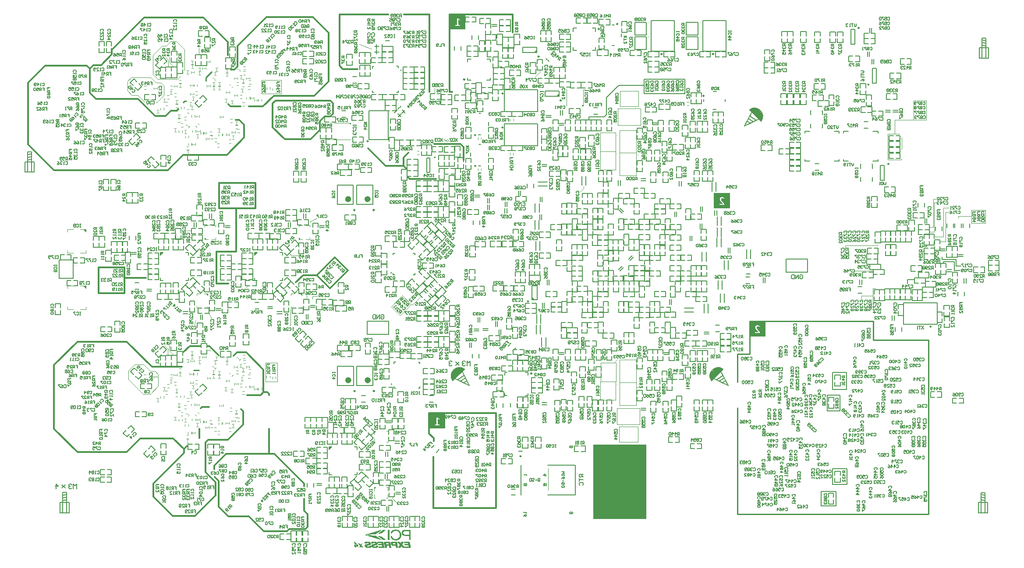
<source format=gbo>
G04 Layer_Color=32896*
%FSLAX44Y44*%
%MOMM*%
G71*
G01*
G75*
%ADD11C,0.3000*%
%ADD12C,0.2500*%
%ADD13C,0.2000*%
%ADD14C,0.1500*%
%ADD15C,0.2540*%
%ADD143C,0.6000*%
%ADD146C,0.1000*%
%ADD243C,0.1270*%
%ADD246C,0.0254*%
%ADD432C,0.1200*%
G36*
X1351436Y422585D02*
X1353711Y421643D01*
X1355758Y420275D01*
X1356629Y419404D01*
X1356629D01*
X1357159Y419934D01*
X1334816Y397591D01*
X1334816Y397591D01*
X1333945Y398461D01*
X1332577Y400509D01*
X1331635Y402784D01*
X1331154Y405199D01*
Y407661D01*
X1331635Y410076D01*
X1332577Y412351D01*
X1333945Y414398D01*
X1334816Y415268D01*
Y415269D01*
X1338951Y419404D01*
X1339822Y420275D01*
X1341869Y421643D01*
X1344144Y422585D01*
X1346559Y423065D01*
X1349021D01*
X1351436Y422585D01*
D02*
G37*
G36*
X851436D02*
X853711Y421643D01*
X855758Y420275D01*
X856629Y419404D01*
X856629D01*
X857159Y419934D01*
X834816Y397591D01*
X834816Y397591D01*
X833945Y398461D01*
X832577Y400509D01*
X831635Y402784D01*
X831154Y405199D01*
Y407661D01*
X831635Y410076D01*
X832577Y412351D01*
X833945Y414398D01*
X834816Y415268D01*
Y415269D01*
X838951Y419404D01*
X839822Y420275D01*
X841869Y421643D01*
X844144Y422585D01*
X846559Y423065D01*
X849021D01*
X851436Y422585D01*
D02*
G37*
G36*
X993716Y554470D02*
X988106Y554470D01*
Y560080D01*
X993716Y554470D01*
D02*
G37*
G36*
X361222Y562849D02*
X358222Y565849D01*
X361222D01*
X361222Y562849D01*
D02*
G37*
G36*
X543222Y562849D02*
X540222Y565849D01*
X543222D01*
Y562849D01*
D02*
G37*
G36*
X682750Y297000D02*
Y300000D01*
X685750D01*
X682750Y297000D01*
D02*
G37*
G36*
X658484Y78825D02*
X662316Y74560D01*
X659550D01*
X657484Y76876D01*
X656267Y74560D01*
X653868D01*
X655984Y78576D01*
X652102Y82924D01*
X654851D01*
X656984Y80542D01*
X658200Y82924D01*
X660600D01*
X658484Y78825D01*
D02*
G37*
G36*
X652185Y78776D02*
X652569Y76909D01*
X648036D01*
X648520Y74560D01*
X646403D01*
X645903Y76909D01*
X644504D01*
X644087Y78809D01*
X645520D01*
X643987Y86090D01*
X645937D01*
X652185Y78776D01*
D02*
G37*
G36*
X1208731Y129875D02*
X1106149Y129875D01*
X1106351Y274125D01*
X1208732Y274125D01*
X1208731Y129875D01*
D02*
G37*
G36*
X596000Y264750D02*
Y269750D01*
X601000D01*
X596000Y264750D01*
D02*
G37*
G36*
X682651Y188528D02*
Y191528D01*
X685651D01*
X682651Y188528D01*
D02*
G37*
G36*
X1420826Y925115D02*
X1423101Y924173D01*
X1425148Y922805D01*
X1426018Y921934D01*
X1426019Y921934D01*
X1430154Y917799D01*
X1431025Y916928D01*
X1432393Y914881D01*
X1433335Y912606D01*
X1433815Y910191D01*
Y907729D01*
X1433335Y905314D01*
X1432393Y903039D01*
X1431025Y900992D01*
X1430154Y900121D01*
X1430684Y899591D01*
X1408341Y921934D01*
X1408341Y921934D01*
X1409211Y922805D01*
X1411259Y924173D01*
X1413533Y925115D01*
X1415948Y925595D01*
X1418411D01*
X1420826Y925115D01*
D02*
G37*
G36*
X637390Y894400D02*
X635390D01*
Y896400D01*
X637390D01*
Y894400D01*
D02*
G37*
G36*
X1086500Y929250D02*
X1084500D01*
Y931250D01*
X1086500D01*
Y929250D01*
D02*
G37*
G36*
X997280Y1032670D02*
X991670Y1032670D01*
X997280Y1038280D01*
Y1032670D01*
D02*
G37*
G36*
X1040030Y947920D02*
X1034420Y947920D01*
X1040030Y953530D01*
Y947920D01*
D02*
G37*
G36*
X126258Y685750D02*
X121258Y690750D01*
X126258D01*
Y685750D01*
D02*
G37*
G36*
X452000Y640500D02*
Y645500D01*
X457000D01*
X452000Y640500D01*
D02*
G37*
G36*
X126258Y576250D02*
X121258Y581250D01*
X126258D01*
Y576250D01*
D02*
G37*
G36*
X270000Y640500D02*
Y645500D01*
X275000D01*
X270000Y640500D01*
D02*
G37*
G36*
X358321Y671179D02*
X355321D01*
Y674179D01*
X358321Y671179D01*
D02*
G37*
G36*
X540321Y671179D02*
X537321D01*
Y674179D01*
X540321Y671179D01*
D02*
G37*
%LPC*%
G36*
X646887Y82425D02*
X647636Y78809D01*
X649919D01*
X646887Y82425D01*
D02*
G37*
%LPD*%
D11*
X800244Y829546D02*
G03*
X800244Y829546I-354J0D01*
G01*
X789000Y295250D02*
X798000Y286250D01*
Y280500D02*
Y286250D01*
X797750Y151500D02*
Y250250D01*
X789000Y295250D02*
Y335250D01*
X797750Y151500D02*
X918000D01*
X416250Y729250D02*
X416500Y729500D01*
X416250Y647250D02*
Y729250D01*
X378250Y647250D02*
X416250D01*
X262750Y424250D02*
X311250D01*
X301750Y920000D02*
X305000Y923250D01*
X415500Y902250D02*
X422500D01*
X431500Y893250D01*
Y868000D02*
Y893250D01*
X398250Y834750D02*
X431500Y868000D01*
X313750Y834750D02*
X398250D01*
X441000Y928500D02*
X468250D01*
X401500Y932500D02*
X405250Y928750D01*
X424750D01*
X594750Y976500D02*
Y1070750D01*
X564750Y1100750D02*
X594750Y1070750D01*
X475000Y1100750D02*
X564750D01*
X567250Y949000D02*
X594750Y976500D01*
X468250Y928500D02*
X488750Y949000D01*
X419250Y1045000D02*
X475000Y1100750D01*
X419250Y1005250D02*
Y1045000D01*
X413250Y999250D02*
X419250Y1005250D01*
X406000Y999250D02*
X413250D01*
X488750Y949000D02*
X567250D01*
X64500Y427750D02*
X109500Y472750D01*
X64500Y304250D02*
X109500Y259250D01*
X353000Y1100000D02*
X400000Y1053000D01*
X238250Y1100000D02*
X353000D01*
X133750Y954750D02*
Y1001250D01*
Y954750D02*
X145500Y943000D01*
X227000D01*
X260000Y910000D01*
X280000D01*
X290000Y920000D01*
X301750D01*
X63750Y805000D02*
X284000D01*
X313750Y834750D01*
X847250Y335250D02*
X918000D01*
Y151500D02*
Y335250D01*
X789000D02*
X847250D01*
X487000Y934500D02*
X492250Y939750D01*
X487000Y888000D02*
Y934500D01*
Y888000D02*
X510000Y865000D01*
X560500D01*
X578000Y882500D01*
X671250Y847000D02*
X705250Y813000D01*
X799250Y855750D02*
X849500D01*
X856000Y849250D01*
Y824000D02*
Y849250D01*
X739750Y813000D02*
Y829000D01*
X950250Y1071500D02*
Y1106250D01*
X870500D02*
X950250D01*
X829000D02*
X870500D01*
X829000Y1009750D02*
Y1106250D01*
Y956500D02*
Y1009750D01*
Y956500D02*
X833750D01*
X790000Y956750D02*
Y1106500D01*
X740250D02*
X790000D01*
X616000D02*
X710250D01*
X616000Y1007000D02*
Y1106500D01*
Y1007000D02*
X622500Y1000500D01*
X650750D01*
X133750Y1001250D02*
X140250Y1007750D01*
X176250Y1038000D02*
X238250Y1100000D01*
X176250Y1028750D02*
Y1038000D01*
X400000Y1027250D02*
Y1053000D01*
X345250Y286500D02*
Y304250D01*
X350250Y346500D02*
X364000D01*
X348000Y344250D02*
X350250Y346500D01*
X425750Y342250D02*
X430000Y338000D01*
Y312750D02*
Y338000D01*
X400250Y283000D02*
X430000Y312750D01*
X357500Y220500D02*
X376750Y201250D01*
Y175750D02*
Y201250D01*
X336750Y135750D02*
X376750Y175750D01*
X314250Y135750D02*
X336750D01*
X294000D02*
X314250D01*
X256250Y173500D02*
X294000Y135750D01*
X256250Y173500D02*
Y193000D01*
Y198500D01*
X315250Y257500D01*
X362250Y283000D02*
X400250D01*
X357500Y278250D02*
X362250Y283000D01*
X357500Y220500D02*
Y278250D01*
X547750Y193250D02*
Y198250D01*
X501500Y244500D02*
X547750Y198250D01*
X490250Y255750D02*
X501500Y244500D01*
X417250Y255750D02*
X490250D01*
X396500D02*
X417250D01*
X374250Y233500D02*
X396500Y255750D01*
X382500Y153500D02*
Y203500D01*
Y153500D02*
X400750Y135250D01*
X440500D01*
X457750Y118000D01*
X469750Y106000D01*
X514250D01*
X518750Y110500D01*
X545750D01*
X550250D01*
X554500Y114750D01*
Y139000D01*
X548500Y145000D02*
X554500Y139000D01*
X547250Y146250D02*
X548500Y145000D01*
X547250Y146250D02*
Y168750D01*
X453750Y731250D02*
Y780250D01*
X383500Y731250D02*
X453750D01*
X383500D02*
Y780250D01*
X453750D01*
X378250Y609000D02*
Y647250D01*
Y585750D02*
Y609000D01*
Y585750D02*
X401000D01*
X607000Y636250D02*
X632250Y611000D01*
X572500Y601750D02*
X607000Y636250D01*
X572500Y601750D02*
X597750Y576500D01*
X632250Y611000D01*
X545750Y601750D02*
X572500D01*
X531750Y587750D02*
X545750Y601750D01*
X411250Y445500D02*
X418000Y452250D01*
X435750D01*
X469250Y418750D01*
Y385500D02*
Y418750D01*
Y375750D02*
Y385500D01*
X463500Y370000D02*
X469250Y375750D01*
X437250Y370000D02*
X463500D01*
X364750Y464500D02*
X382500Y446750D01*
X360750Y464500D02*
X364750D01*
X326500D02*
X347500D01*
X315000Y453000D02*
X326500Y464500D01*
X469250Y375750D02*
X476500D01*
X480000Y372250D01*
Y370000D02*
Y372250D01*
Y255750D02*
Y304000D01*
X150750Y617000D02*
X200750D01*
X150750Y567000D02*
Y617000D01*
Y567000D02*
X200750D01*
Y617000D01*
X200500Y596500D02*
X242000D01*
X374500Y211500D02*
X382500Y203500D01*
X374250Y226500D02*
Y233500D01*
X109500Y472750D02*
X205000D01*
X253500Y424250D01*
X155250Y1007750D02*
X176250Y1028750D01*
X140250Y1007750D02*
X155250D01*
X64500Y304250D02*
Y427750D01*
X109500Y259250D02*
X204750D01*
X231250Y285750D01*
X294750D01*
X315250Y265250D01*
X47500Y1007250D02*
X127750D01*
X133750Y1001250D01*
X14000Y973750D02*
X47500Y1007250D01*
X14000Y854750D02*
Y973750D01*
Y854750D02*
X63750Y805000D01*
X315250Y257500D02*
Y265250D01*
X321500Y271500D01*
X253500Y424250D02*
X262750D01*
X751500Y788250D02*
X802750D01*
X739750Y829000D02*
X749250Y838500D01*
X739750Y813000D02*
X744750Y808000D01*
X748500Y791250D02*
X751500Y788250D01*
X705250Y813000D02*
X739750D01*
X578000Y882500D02*
Y899750D01*
X587500Y909250D01*
X598250D01*
X603250Y914250D01*
Y934500D01*
X598000Y939750D02*
X603250Y934500D01*
X492250Y939750D02*
X598000D01*
D12*
X967050Y251500D02*
G03*
X967050Y251500I-1250J0D01*
G01*
X1339000Y1029750D02*
G03*
X1339000Y1029750I-1250J0D01*
G01*
X1239500Y1029750D02*
G03*
X1239500Y1029750I-1250J0D01*
G01*
X987750Y411750D02*
G03*
X987750Y411750I-1250J0D01*
G01*
X683700Y377500D02*
G03*
X683700Y377500I-1250J0D01*
G01*
X683400Y727860D02*
G03*
X683400Y727860I-1250J0D01*
G01*
X645950D02*
G03*
X645950Y727860I-1250J0D01*
G01*
X1118500Y1078250D02*
G03*
X1118500Y1078250I-1250J0D01*
G01*
X671250Y861000D02*
G03*
X671250Y861000I-1000J0D01*
G01*
X716059Y606250D02*
G03*
X716059Y606250I-559J0D01*
G01*
X734750Y998000D02*
G03*
X734750Y998000I-250J0D01*
G01*
X858250Y980500D02*
G03*
X858250Y980500I-1250J0D01*
G01*
X646250Y377500D02*
G03*
X646250Y377500I-1250J0D01*
G01*
X716500Y391000D02*
G03*
X716500Y391000I-250J0D01*
G01*
X1384750Y395250D02*
Y449250D01*
X1408250D01*
X1384750Y139500D02*
Y345250D01*
X334500Y417500D02*
X344000D01*
X314125Y936375D02*
X316500Y938750D01*
X319500D01*
X358250Y977250D02*
Y984500D01*
X369139Y995371D01*
X1744000Y476000D02*
X1754500D01*
Y139500D02*
Y476000D01*
X1384750Y139500D02*
X1754500D01*
X1408250Y449250D02*
Y513000D01*
X1647000D01*
Y476000D02*
Y513000D01*
Y476000D02*
X1744000D01*
D13*
X1357159Y419934D02*
G03*
X1334816Y397591I-9386J-12958D01*
G01*
X1430684Y899591D02*
G03*
X1408341Y921934I-12958J9386D01*
G01*
X857159Y419934D02*
G03*
X834816Y397591I-9386J-12958D01*
G01*
X1131750Y940250D02*
Y945250D01*
X1155250Y968750D01*
X1204500D01*
X784390Y800796D02*
Y828796D01*
X790390Y800796D02*
Y828796D01*
X784390Y800796D02*
X790390D01*
X784390Y828796D02*
X790390D01*
X1018750Y234500D02*
X1071750D01*
X1018750Y176500D02*
X1071750D01*
X966750D02*
Y234500D01*
X1071750Y176500D02*
Y234500D01*
X1569000Y227250D02*
X1597000D01*
X1569000Y196500D02*
Y227250D01*
Y196500D02*
X1597000D01*
Y227250D01*
X1547000Y183750D02*
X1575250D01*
X1547000Y155000D02*
Y183750D01*
Y155000D02*
X1575250D01*
Y183750D01*
X1568500Y413500D02*
X1595750D01*
X1568500Y381000D02*
Y413500D01*
Y381000D02*
X1595750D01*
Y413500D01*
X1558250Y369750D02*
X1583000D01*
X1558250Y339250D02*
Y369750D01*
Y339250D02*
X1583000D01*
Y369750D01*
X1515250Y822600D02*
Y826000D01*
Y877100D02*
Y880500D01*
X1581750Y822600D02*
Y826000D01*
Y877100D02*
X1581750Y880500D01*
X1515250Y822600D02*
X1524800D01*
X1572200D02*
X1581750Y822600D01*
X1515250Y880500D02*
X1524800D01*
X1572200D02*
X1581750D01*
X1656500Y877100D02*
Y880500D01*
Y822600D02*
Y826000D01*
X1590000Y880500D02*
X1590000Y877100D01*
X1590000Y822600D02*
X1590000Y826000D01*
X1646950Y880500D02*
X1656500D01*
X1590000D02*
X1599550D01*
X1646950Y822600D02*
X1656500D01*
X1590000D02*
X1599550D01*
X1645500Y783300D02*
Y791200D01*
Y808400D02*
Y816300D01*
X1622500Y783300D02*
Y791200D01*
Y808400D02*
Y816300D01*
X1644500Y783300D02*
X1645500D01*
X1622500D02*
X1623500D01*
X1644500Y816300D02*
X1645500D01*
X1622500D02*
X1623500D01*
X1548500Y886800D02*
X1549500D01*
X1526500D02*
X1527500D01*
X1548500Y919800D02*
X1549500D01*
X1526500D02*
X1527500D01*
X1549500Y886800D02*
Y894700D01*
Y911900D02*
Y919800D01*
X1526500Y886800D02*
Y894700D01*
Y911900D02*
Y919800D01*
X1186500Y1091250D02*
X1209000Y1091250D01*
X1186500Y1066250D02*
Y1091250D01*
Y1066250D02*
X1209000Y1066250D01*
X1209000Y1091250D02*
X1209000Y1066250D01*
X1286000Y1091250D02*
X1308500D01*
X1286000Y1066250D02*
Y1091250D01*
Y1066250D02*
X1308500Y1066250D01*
X1308500Y1091250D01*
X1186500Y1063250D02*
X1209000Y1063250D01*
X1186500Y1038250D02*
Y1063250D01*
Y1038250D02*
X1209000Y1038250D01*
Y1063250D01*
X1286000Y1063250D02*
X1308500D01*
X1286000Y1038250D02*
X1286000Y1063250D01*
X1286000Y1038250D02*
X1308500D01*
Y1063250D01*
X1317750Y1094750D02*
X1362750D01*
Y1034750D02*
Y1094750D01*
X1317750Y1034750D02*
X1362750D01*
X1317750D02*
Y1094750D01*
X1218250Y1034750D02*
Y1094750D01*
Y1034750D02*
X1263250D01*
Y1094750D01*
X1218250D02*
X1263250D01*
X980000Y408750D02*
Y413250D01*
X975500Y413250D02*
X980000Y413250D01*
X935500D02*
X940000Y413250D01*
X935500Y408750D02*
Y413250D01*
Y368750D02*
Y373250D01*
Y368750D02*
X940000Y368750D01*
X980000Y368750D02*
Y373250D01*
X975500Y368750D02*
X980000Y368750D01*
X649450Y388500D02*
Y425500D01*
X680450Y388500D02*
Y425500D01*
X649450D02*
X680450D01*
X649450Y388500D02*
X680450D01*
X649150Y738860D02*
Y775860D01*
X680150Y738860D02*
Y775860D01*
X649150D02*
X680150D01*
X649150Y738860D02*
X680150D01*
X611700D02*
Y775860D01*
X642700Y738860D02*
Y775860D01*
X611700D02*
X642700D01*
X611700Y738860D02*
X642700D01*
X1104500Y1036750D02*
X1110750D01*
X1110750Y1043000D02*
X1110750Y1036750D01*
X1067750D02*
X1074000Y1036750D01*
X1067750Y1043000D02*
X1067750Y1036750D01*
Y1073500D02*
Y1079750D01*
X1074000Y1079750D01*
X1104500Y1079750D02*
X1110750D01*
Y1073500D02*
Y1079750D01*
X719750Y644250D02*
X723000D01*
X719750Y641000D02*
Y644250D01*
X758500D02*
X761750D01*
Y641000D02*
Y644250D01*
Y602250D02*
Y605500D01*
X758500Y602250D02*
X761750D01*
X719750D02*
X723000D01*
X719750D02*
Y605500D01*
X729500Y1002750D02*
Y1006000D01*
X726250D02*
X729500D01*
X679245Y1005601D02*
X682495D01*
X679245Y1002351D02*
Y1005601D01*
X679250Y955500D02*
Y958750D01*
Y955500D02*
X682500D01*
X729445Y955401D02*
Y958651D01*
X726195Y955401D02*
X729445D01*
X710750Y487250D02*
Y512750D01*
X669250D02*
X710750D01*
X669250Y487250D02*
Y512750D01*
Y487250D02*
X710750D01*
X1520750Y607250D02*
Y632750D01*
X1479250D02*
X1520750D01*
X1479250Y607250D02*
Y632750D01*
Y607250D02*
X1520750D01*
X863500Y1019500D02*
X870000D01*
X863500Y1014750D02*
Y1019500D01*
X901000D02*
X907500D01*
Y1014750D02*
Y1019500D01*
Y979000D02*
Y983750D01*
X901000Y979000D02*
X907500Y979000D01*
X863500Y979000D02*
X870000Y979000D01*
X863500Y979000D02*
Y983750D01*
X612000Y388500D02*
Y425500D01*
X643000Y388500D02*
Y425500D01*
X612000D02*
X643000D01*
X612000Y388500D02*
X643000D01*
X596000Y269750D02*
X601000D01*
X596000Y264750D02*
Y269750D01*
Y264750D02*
X601000Y269750D01*
X645000D02*
X650000D01*
Y264750D02*
Y269750D01*
Y215750D02*
Y220750D01*
X645000Y215750D02*
X650000D01*
X596000D02*
X601000D01*
X596000D02*
Y220750D01*
X270000Y645500D02*
X275000D01*
X270000Y640500D02*
Y645500D01*
Y640500D02*
X275000Y645500D01*
X319000D02*
X324000D01*
Y640500D02*
Y645500D01*
Y591500D02*
Y596500D01*
X319000Y591500D02*
X324000D01*
X270000D02*
X275000D01*
X270000D02*
Y596500D01*
X452000Y645500D02*
X457000D01*
X452000Y640500D02*
Y645500D01*
Y640500D02*
X457000Y645500D01*
X501000D02*
X506000D01*
Y640500D02*
Y645500D01*
Y591500D02*
Y596500D01*
X501000Y591500D02*
X506000D01*
X452000D02*
X457000D01*
X452000D02*
Y596500D01*
X1204500Y981250D02*
X1283250D01*
X1204500Y971000D02*
Y981250D01*
Y953250D02*
Y971000D01*
Y953250D02*
X1253750D01*
X1283250D01*
Y981250D01*
X1131750Y912000D02*
Y940250D01*
X1097500Y907750D02*
X1127500D01*
X1097500Y902244D02*
Y907750D01*
X1127500D02*
X1131750Y912000D01*
X25858Y801024D02*
Y821024D01*
X21038Y840230D02*
X21038Y801024D01*
X8108D02*
Y821024D01*
X13140Y801024D02*
Y840230D01*
X13140Y834878D02*
X20608Y836524D01*
X13320Y829689D02*
X20788Y831335D01*
X13500Y824500D02*
X20968Y826145D01*
X13140Y840230D02*
X21038Y840230D01*
X8108Y821024D02*
X25858Y821024D01*
X8108Y801024D02*
X25858D01*
X79750Y189750D02*
X86250Y196250D01*
X79750D02*
X86250Y189750D01*
X88750Y142044D02*
Y181250D01*
X93570Y142044D02*
Y162044D01*
X80852Y142044D02*
Y181250D01*
X75820Y142044D02*
Y162044D01*
Y142044D02*
X93570D01*
X81212Y165520D02*
X88680Y167166D01*
X81032Y170709D02*
X88500Y172355D01*
X75820Y162044D02*
X93570Y162044D01*
X80852Y181250D02*
X88750D01*
X80852Y175898D02*
X88320Y177544D01*
X1856250Y177250D02*
X1863718Y175604D01*
X1856070Y172061D02*
X1863538Y170415D01*
X1855890Y166872D02*
X1863358Y165226D01*
X1855820Y180956D02*
X1863718D01*
X1851000Y141750D02*
Y161750D01*
X1863718Y141750D02*
Y180956D01*
X1855820Y141750D02*
Y180956D01*
X1868750Y141750D02*
Y161750D01*
X1851000Y141750D02*
X1868750D01*
X1851000Y161750D02*
X1868750Y161750D01*
X1857000Y1060750D02*
X1864898Y1060750D01*
X1857250Y1051855D02*
X1864718Y1050209D01*
X1857070Y1046665D02*
X1864538Y1045020D01*
X1852180Y1041544D02*
X1869930Y1041544D01*
X1852180Y1021544D02*
X1869930D01*
Y1041544D01*
X1852180Y1021544D02*
Y1041544D01*
X1864898Y1021544D02*
X1864898Y1060750D01*
X1857430Y1057044D02*
X1864898Y1055398D01*
X1857000Y1021544D02*
Y1060750D01*
X840500Y427500D02*
X847000Y434000D01*
X840500D02*
X847000Y427500D01*
X1339102Y401824D02*
X1366750Y388000D01*
X1352984Y415531D02*
X1366750Y388000D01*
X1334816Y397591D02*
X1357159Y419934D01*
X1344123Y399314D02*
X1356850Y407445D01*
X1349779Y396485D02*
X1359399Y402631D01*
X1355436Y393657D02*
X1361880Y397774D01*
X1398750Y890000D02*
X1426398Y903824D01*
X1398750Y890000D02*
X1412516Y917531D01*
X1408341Y921934D02*
X1430684Y899591D01*
X1408649Y909445D02*
X1421377Y901314D01*
X1406101Y904631D02*
X1415721Y898485D01*
X1403620Y899774D02*
X1410064Y895657D01*
X855436Y393657D02*
X861880Y397774D01*
X849779Y396485D02*
X859399Y402631D01*
X844123Y399314D02*
X856851Y407445D01*
X834816Y397591D02*
X857159Y419934D01*
X852984Y415531D02*
X866750Y388000D01*
X839102Y401824D02*
X866750Y388000D01*
X721250Y383000D02*
Y386250D01*
Y383000D02*
X724500D01*
X768255Y383399D02*
X771505D01*
Y386649D01*
X771500Y430250D02*
Y433500D01*
X768250D02*
X771500D01*
X721305Y430349D02*
Y433599D01*
X724555D01*
X1505418Y601414D02*
X1506751Y602747D01*
X1509417D01*
X1510750Y601414D01*
Y596083D01*
X1509417Y594750D01*
X1506751D01*
X1505418Y596083D01*
Y598749D01*
X1508084D01*
X1502753Y594750D02*
Y602747D01*
X1497421Y594750D01*
Y602747D01*
X1494755D02*
Y594750D01*
X1490756D01*
X1489424Y596083D01*
Y601414D01*
X1490756Y602747D01*
X1494755D01*
X696168Y523665D02*
X697501Y524997D01*
X700167D01*
X701500Y523665D01*
Y518333D01*
X700167Y517000D01*
X697501D01*
X696168Y518333D01*
Y520999D01*
X698834D01*
X693503Y517000D02*
Y524997D01*
X688171Y517000D01*
Y524997D01*
X685505D02*
Y517000D01*
X681506D01*
X680173Y518333D01*
Y523665D01*
X681506Y524997D01*
X685505D01*
X68251Y188750D02*
Y197747D01*
X72750Y193249D01*
X66752D01*
X107750Y188750D02*
Y197747D01*
X104751Y194748D01*
X101752Y197747D01*
Y188750D01*
X98753Y196248D02*
X97253Y197747D01*
X94254D01*
X92755Y196248D01*
Y194748D01*
X94254Y193249D01*
X95754D01*
X94254D01*
X92755Y191749D01*
Y190250D01*
X94254Y188750D01*
X97253D01*
X98753Y190250D01*
X868500Y426500D02*
Y435497D01*
X865501Y432498D01*
X862502Y435497D01*
Y426500D01*
X859503Y433997D02*
X858003Y435497D01*
X855004D01*
X853505Y433997D01*
Y432498D01*
X855004Y430998D01*
X856504D01*
X855004D01*
X853505Y429499D01*
Y427999D01*
X855004Y426500D01*
X858003D01*
X859503Y427999D01*
X833500Y433997D02*
X832000Y435497D01*
X829001D01*
X827502Y433997D01*
Y432498D01*
X829001Y430998D01*
X830501D01*
X829001D01*
X827502Y429499D01*
Y427999D01*
X829001Y426500D01*
X832000D01*
X833500Y427999D01*
X1087000Y216500D02*
X1079003D01*
Y212501D01*
X1080335Y211168D01*
X1083001D01*
X1084334Y212501D01*
Y216500D01*
Y213834D02*
X1087000Y211168D01*
X1079003Y208503D02*
Y203171D01*
Y205837D01*
X1087000D01*
X1080335Y195173D02*
X1079003Y196506D01*
Y199172D01*
X1080335Y200505D01*
X1085667D01*
X1087000Y199172D01*
Y196506D01*
X1085667Y195173D01*
D14*
X1089250Y960250D02*
X1090750Y958750D01*
X1097500D01*
X1782750Y624500D02*
Y627750D01*
X1791500D01*
X1775750Y624500D02*
Y633500D01*
X1774000D02*
X1775750D01*
X1807500Y619500D02*
X1816750D01*
X1807500D02*
Y631750D01*
X1780250D02*
X1807500D01*
X1780250D02*
Y637000D01*
X1791500Y627750D02*
X1803750D01*
Y611250D02*
Y627750D01*
Y611250D02*
X1814750D01*
X1713750Y593000D02*
X1726750D01*
X1713750Y585500D02*
Y593000D01*
X1744000Y648250D02*
X1745500D01*
X1750500Y657500D02*
Y659750D01*
X1744000Y657500D02*
X1750500D01*
X869500Y832250D02*
Y838250D01*
X884750Y813250D02*
X888750Y813250D01*
X904000Y837750D02*
X904000Y831750D01*
X885000Y855000D02*
X889000D01*
X869500Y892000D02*
Y898000D01*
X884750Y873000D02*
X888750Y873000D01*
X904000Y897500D02*
X904000Y891500D01*
X885000Y914750D02*
X889000D01*
X673250Y864000D02*
X710250D01*
X673250D02*
Y920000D01*
X710250D01*
Y864000D02*
Y920000D01*
X1160750Y1062750D02*
X1160750Y1068750D01*
X1142750Y1085750D02*
X1146750D01*
X1128750Y1068750D02*
X1128750Y1062750D01*
X1142750Y1045750D02*
X1146750Y1045750D01*
X1361113Y937763D02*
X1361113Y941763D01*
X1337863Y922763D02*
X1343863D01*
X1319363Y942013D02*
X1319363Y938013D01*
X1338363Y957263D02*
X1344363D01*
X74250Y596000D02*
Y631000D01*
Y596000D02*
X101750D01*
Y631000D01*
X74250D02*
X101750D01*
X814585Y1049498D02*
X818250D01*
Y1046749D01*
X816417D01*
X818250D01*
Y1044000D01*
X812752Y1049498D02*
Y1044000D01*
X809086D01*
X807254Y1044916D02*
X806337Y1044000D01*
X804504D01*
X803588Y1044916D01*
Y1048582D01*
X804504Y1049498D01*
X806337D01*
X807254Y1048582D01*
Y1047665D01*
X806337Y1046749D01*
X803588D01*
X656335Y641748D02*
X660000D01*
Y638999D01*
X658167D01*
X660000D01*
Y636250D01*
X654502Y641748D02*
Y636250D01*
X650836D01*
X649004Y640832D02*
X648087Y641748D01*
X646255D01*
X645338Y640832D01*
Y639916D01*
X646255Y638999D01*
X645338Y638083D01*
Y637166D01*
X646255Y636250D01*
X648087D01*
X649004Y637166D01*
Y638083D01*
X648087Y638999D01*
X649004Y639916D01*
Y640832D01*
X648087Y638999D02*
X646255D01*
X762335Y276748D02*
X766000D01*
Y273999D01*
X764167D01*
X766000D01*
Y271250D01*
X760502Y276748D02*
Y271250D01*
X756836D01*
X755004Y276748D02*
X751338D01*
Y275832D01*
X755004Y272166D01*
Y271250D01*
X586250Y862000D02*
X580752D01*
Y859251D01*
X581668Y858335D01*
X583501D01*
X584417Y859251D01*
Y862000D01*
Y860167D02*
X586250Y858335D01*
Y853753D02*
X580752D01*
X583501Y856502D01*
Y852836D01*
X581668Y851004D02*
X580752Y850087D01*
Y848254D01*
X581668Y847338D01*
X582584D01*
X583501Y848254D01*
X584417Y847338D01*
X585334D01*
X586250Y848254D01*
Y850087D01*
X585334Y851004D01*
X584417D01*
X583501Y850087D01*
X582584Y851004D01*
X581668D01*
X583501Y850087D02*
Y848254D01*
X586250Y841840D02*
Y845505D01*
X582584Y841840D01*
X581668D01*
X580752Y842756D01*
Y844589D01*
X581668Y845505D01*
X601250Y889250D02*
Y894748D01*
X598501D01*
X597584Y893832D01*
Y891999D01*
X598501Y891083D01*
X601250D01*
X599417D02*
X597584Y889250D01*
X593003D02*
Y894748D01*
X595752Y891999D01*
X592086D01*
X590254Y893832D02*
X589337Y894748D01*
X587505D01*
X586588Y893832D01*
Y892915D01*
X587505Y891999D01*
X586588Y891083D01*
Y890166D01*
X587505Y889250D01*
X589337D01*
X590254Y890166D01*
Y891083D01*
X589337Y891999D01*
X590254Y892915D01*
Y893832D01*
X589337Y891999D02*
X587505D01*
X584755Y893832D02*
X583839Y894748D01*
X582006D01*
X581090Y893832D01*
Y890166D01*
X582006Y889250D01*
X583839D01*
X584755Y890166D01*
Y893832D01*
X622500Y833250D02*
Y838748D01*
X619751D01*
X618834Y837832D01*
Y835999D01*
X619751Y835083D01*
X622500D01*
X620667D02*
X618834Y833250D01*
X614253D02*
Y838748D01*
X617002Y835999D01*
X613336D01*
X611504Y838748D02*
X607838D01*
Y837832D01*
X611504Y834166D01*
Y833250D01*
X606005Y837832D02*
X605089Y838748D01*
X603256D01*
X602340Y837832D01*
Y836916D01*
X603256Y835999D01*
X602340Y835083D01*
Y834166D01*
X603256Y833250D01*
X605089D01*
X606005Y834166D01*
Y835083D01*
X605089Y835999D01*
X606005Y836916D01*
Y837832D01*
X605089Y835999D02*
X603256D01*
X642752Y893000D02*
Y891167D01*
Y892084D01*
X648250D01*
Y893000D01*
Y891167D01*
X643668Y884753D02*
X642752Y885669D01*
Y887502D01*
X643668Y888418D01*
X647334D01*
X648250Y887502D01*
Y885669D01*
X647334Y884753D01*
X642752Y882920D02*
Y879255D01*
X643668D01*
X647334Y882920D01*
X648250D01*
X643668Y877422D02*
X642752Y876505D01*
Y874673D01*
X643668Y873756D01*
X644585D01*
X645501Y874673D01*
Y875589D01*
Y874673D01*
X646417Y873756D01*
X647334D01*
X648250Y874673D01*
Y876505D01*
X647334Y877422D01*
X633335Y928748D02*
X637000D01*
Y925999D01*
X635167D01*
X637000D01*
Y923250D01*
X631502D02*
Y928748D01*
X628753D01*
X627836Y927832D01*
Y925999D01*
X628753Y925083D01*
X631502D01*
X629669D02*
X627836Y923250D01*
X626004D02*
X624171D01*
X625087D01*
Y928748D01*
X626004Y927832D01*
X621422Y923250D02*
X619589D01*
X620505D01*
Y928748D01*
X621422Y927832D01*
X613174Y928748D02*
X616840D01*
Y925999D01*
X615007Y926916D01*
X614091D01*
X613174Y925999D01*
Y924166D01*
X614091Y923250D01*
X615924D01*
X616840Y924166D01*
X657085Y854332D02*
X658001Y855248D01*
X659834D01*
X660750Y854332D01*
Y850666D01*
X659834Y849750D01*
X658001D01*
X657085Y850666D01*
X655252D02*
X654335Y849750D01*
X652503D01*
X651586Y850666D01*
Y854332D01*
X652503Y855248D01*
X654335D01*
X655252Y854332D01*
Y853416D01*
X654335Y852499D01*
X651586D01*
X646088Y855248D02*
X647921Y854332D01*
X649754Y852499D01*
Y850666D01*
X648837Y849750D01*
X647004D01*
X646088Y850666D01*
Y851583D01*
X647004Y852499D01*
X649754D01*
X644255Y854332D02*
X643339Y855248D01*
X641506D01*
X640590Y854332D01*
Y850666D01*
X641506Y849750D01*
X643339D01*
X644255Y850666D01*
Y854332D01*
X592168Y848335D02*
X591252Y849251D01*
Y851084D01*
X592168Y852000D01*
X595834D01*
X596750Y851084D01*
Y849251D01*
X595834Y848335D01*
Y846502D02*
X596750Y845585D01*
Y843753D01*
X595834Y842836D01*
X592168D01*
X591252Y843753D01*
Y845585D01*
X592168Y846502D01*
X593084D01*
X594001Y845585D01*
Y842836D01*
X591252Y837338D02*
Y841004D01*
X594001D01*
X593084Y839171D01*
Y838254D01*
X594001Y837338D01*
X595834D01*
X596750Y838254D01*
Y840087D01*
X595834Y841004D01*
X592168Y835505D02*
X591252Y834589D01*
Y832756D01*
X592168Y831840D01*
X593084D01*
X594001Y832756D01*
X594917Y831840D01*
X595834D01*
X596750Y832756D01*
Y834589D01*
X595834Y835505D01*
X594917D01*
X594001Y834589D01*
X593084Y835505D01*
X592168D01*
X594001Y834589D02*
Y832756D01*
X627584Y903582D02*
X628501Y904498D01*
X630334D01*
X631250Y903582D01*
Y899916D01*
X630334Y899000D01*
X628501D01*
X627584Y899916D01*
X625752D02*
X624835Y899000D01*
X623003D01*
X622086Y899916D01*
Y903582D01*
X623003Y904498D01*
X624835D01*
X625752Y903582D01*
Y902665D01*
X624835Y901749D01*
X622086D01*
X616588Y904498D02*
X620254D01*
Y901749D01*
X618421Y902665D01*
X617505D01*
X616588Y901749D01*
Y899916D01*
X617505Y899000D01*
X619337D01*
X620254Y899916D01*
X614755Y904498D02*
X611090D01*
Y903582D01*
X614755Y899916D01*
Y899000D01*
X657335Y918332D02*
X658251Y919248D01*
X660084D01*
X661000Y918332D01*
Y914666D01*
X660084Y913750D01*
X658251D01*
X657335Y914666D01*
X655502D02*
X654585Y913750D01*
X652753D01*
X651836Y914666D01*
Y918332D01*
X652753Y919248D01*
X654585D01*
X655502Y918332D01*
Y917415D01*
X654585Y916499D01*
X651836D01*
X646338Y919248D02*
X650004D01*
Y916499D01*
X648171Y917415D01*
X647254D01*
X646338Y916499D01*
Y914666D01*
X647254Y913750D01*
X649087D01*
X650004Y914666D01*
X640840Y919248D02*
X642673Y918332D01*
X644505Y916499D01*
Y914666D01*
X643589Y913750D01*
X641756D01*
X640840Y914666D01*
Y915583D01*
X641756Y916499D01*
X644505D01*
X981000Y1012500D02*
X975502D01*
Y1009751D01*
X976418Y1008835D01*
X978251D01*
X979167Y1009751D01*
Y1012500D01*
Y1010667D02*
X981000Y1008835D01*
X976418Y1007002D02*
X975502Y1006085D01*
Y1004253D01*
X976418Y1003336D01*
X977335D01*
X978251Y1004253D01*
Y1005169D01*
Y1004253D01*
X979167Y1003336D01*
X980084D01*
X981000Y1004253D01*
Y1006085D01*
X980084Y1007002D01*
X975502Y997838D02*
X976418Y999671D01*
X978251Y1001504D01*
X980084D01*
X981000Y1000587D01*
Y998755D01*
X980084Y997838D01*
X979167D01*
X978251Y998755D01*
Y1001504D01*
X981000Y996005D02*
Y994173D01*
Y995089D01*
X975502D01*
X976418Y996005D01*
X992335Y981582D02*
X993251Y982498D01*
X995084D01*
X996000Y981582D01*
Y977916D01*
X995084Y977000D01*
X993251D01*
X992335Y977916D01*
X990502Y982498D02*
X986836D01*
Y981582D01*
X990502Y977916D01*
Y977000D01*
X985004Y982498D02*
X981338D01*
Y981582D01*
X985004Y977916D01*
Y977000D01*
X976756D02*
Y982498D01*
X979505Y979749D01*
X975840D01*
X1034750Y273998D02*
X1032917D01*
X1033834D01*
Y268500D01*
X1034750D01*
X1032917D01*
X1026503Y273082D02*
X1027419Y273998D01*
X1029252D01*
X1030168Y273082D01*
Y269416D01*
X1029252Y268500D01*
X1027419D01*
X1026503Y269416D01*
X1021004Y273998D02*
X1024670D01*
Y271249D01*
X1022837Y272166D01*
X1021921D01*
X1021004Y271249D01*
Y269416D01*
X1021921Y268500D01*
X1023754D01*
X1024670Y269416D01*
X1019172Y273082D02*
X1018255Y273998D01*
X1016423D01*
X1015506Y273082D01*
Y269416D01*
X1016423Y268500D01*
X1018255D01*
X1019172Y269416D01*
Y273082D01*
X1778500Y379750D02*
Y385248D01*
X1775751D01*
X1774834Y384332D01*
Y382499D01*
X1775751Y381583D01*
X1778500D01*
X1776667D02*
X1774834Y379750D01*
X1770253D02*
Y385248D01*
X1773002Y382499D01*
X1769336D01*
X1764754Y379750D02*
Y385248D01*
X1767504Y382499D01*
X1763838D01*
X1762005Y380666D02*
X1761089Y379750D01*
X1759256D01*
X1758340Y380666D01*
Y384332D01*
X1759256Y385248D01*
X1761089D01*
X1762005Y384332D01*
Y383415D01*
X1761089Y382499D01*
X1758340D01*
X1272750Y292000D02*
Y297498D01*
X1270001D01*
X1269084Y296582D01*
Y294749D01*
X1270001Y293833D01*
X1272750D01*
X1270917D02*
X1269084Y292000D01*
X1264503D02*
Y297498D01*
X1267252Y294749D01*
X1263586D01*
X1259005Y292000D02*
Y297498D01*
X1261754Y294749D01*
X1258088D01*
X1256255Y296582D02*
X1255339Y297498D01*
X1253506D01*
X1252590Y296582D01*
Y292916D01*
X1253506Y292000D01*
X1255339D01*
X1256255Y292916D01*
Y296582D01*
X1311584Y284832D02*
X1312501Y285748D01*
X1314334D01*
X1315250Y284832D01*
Y281166D01*
X1314334Y280250D01*
X1312501D01*
X1311584Y281166D01*
X1309752Y284832D02*
X1308835Y285748D01*
X1307003D01*
X1306086Y284832D01*
Y283916D01*
X1307003Y282999D01*
X1306086Y282083D01*
Y281166D01*
X1307003Y280250D01*
X1308835D01*
X1309752Y281166D01*
Y282083D01*
X1308835Y282999D01*
X1309752Y283916D01*
Y284832D01*
X1308835Y282999D02*
X1307003D01*
X1304254Y281166D02*
X1303337Y280250D01*
X1301505D01*
X1300588Y281166D01*
Y284832D01*
X1301505Y285748D01*
X1303337D01*
X1304254Y284832D01*
Y283916D01*
X1303337Y282999D01*
X1300588D01*
X1296006Y280250D02*
Y285748D01*
X1298755Y282999D01*
X1295090D01*
X1610168Y439585D02*
X1609252Y440501D01*
Y442334D01*
X1610168Y443250D01*
X1613834D01*
X1614750Y442334D01*
Y440501D01*
X1613834Y439585D01*
X1614750Y435003D02*
X1609252D01*
X1612001Y437752D01*
Y434086D01*
X1609252Y432254D02*
Y428588D01*
X1610168D01*
X1613834Y432254D01*
X1614750D01*
X1609252Y423090D02*
X1610168Y424923D01*
X1612001Y426755D01*
X1613834D01*
X1614750Y425839D01*
Y424006D01*
X1613834Y423090D01*
X1612917D01*
X1612001Y424006D01*
Y426755D01*
X1505334Y363582D02*
X1506251Y364498D01*
X1508084D01*
X1509000Y363582D01*
Y359916D01*
X1508084Y359000D01*
X1506251D01*
X1505334Y359916D01*
X1500753Y359000D02*
Y364498D01*
X1503502Y361749D01*
X1499836D01*
X1498004Y364498D02*
X1494338D01*
Y363582D01*
X1498004Y359916D01*
Y359000D01*
X1488840Y364498D02*
X1492505D01*
Y361749D01*
X1490673Y362665D01*
X1489756D01*
X1488840Y361749D01*
Y359916D01*
X1489756Y359000D01*
X1491589D01*
X1492505Y359916D01*
X1448584Y159832D02*
X1449501Y160748D01*
X1451334D01*
X1452250Y159832D01*
Y156166D01*
X1451334Y155250D01*
X1449501D01*
X1448584Y156166D01*
X1444003Y155250D02*
Y160748D01*
X1446752Y157999D01*
X1443086D01*
X1441254Y160748D02*
X1437588D01*
Y159832D01*
X1441254Y156166D01*
Y155250D01*
X1433006D02*
Y160748D01*
X1435755Y157999D01*
X1432090D01*
X1494668Y460335D02*
X1493752Y461251D01*
Y463084D01*
X1494668Y464000D01*
X1498334D01*
X1499250Y463084D01*
Y461251D01*
X1498334Y460335D01*
X1499250Y455753D02*
X1493752D01*
X1496501Y458502D01*
Y454836D01*
X1493752Y453004D02*
Y449338D01*
X1494668D01*
X1498334Y453004D01*
X1499250D01*
X1494668Y447505D02*
X1493752Y446589D01*
Y444756D01*
X1494668Y443840D01*
X1495585D01*
X1496501Y444756D01*
Y445673D01*
Y444756D01*
X1497417Y443840D01*
X1498334D01*
X1499250Y444756D01*
Y446589D01*
X1498334Y447505D01*
X1622834Y380082D02*
X1623751Y380998D01*
X1625584D01*
X1626500Y380082D01*
Y376416D01*
X1625584Y375500D01*
X1623751D01*
X1622834Y376416D01*
X1618253Y375500D02*
Y380998D01*
X1621002Y378249D01*
X1617336D01*
X1615504Y380998D02*
X1611838D01*
Y380082D01*
X1615504Y376416D01*
Y375500D01*
X1606340D02*
X1610005D01*
X1606340Y379165D01*
Y380082D01*
X1607256Y380998D01*
X1609089D01*
X1610005Y380082D01*
X1488168Y397085D02*
X1487252Y398001D01*
Y399834D01*
X1488168Y400750D01*
X1491834D01*
X1492750Y399834D01*
Y398001D01*
X1491834Y397085D01*
X1492750Y392503D02*
X1487252D01*
X1490001Y395252D01*
Y391586D01*
X1487252Y389754D02*
Y386088D01*
X1488168D01*
X1491834Y389754D01*
X1492750D01*
Y384255D02*
Y382423D01*
Y383339D01*
X1487252D01*
X1488168Y384255D01*
X1552334Y397832D02*
X1553251Y398748D01*
X1555084D01*
X1556000Y397832D01*
Y394166D01*
X1555084Y393250D01*
X1553251D01*
X1552334Y394166D01*
X1547753Y393250D02*
Y398748D01*
X1550502Y395999D01*
X1546836D01*
X1545004Y398748D02*
X1541338D01*
Y397832D01*
X1545004Y394166D01*
Y393250D01*
X1539505Y397832D02*
X1538589Y398748D01*
X1536756D01*
X1535840Y397832D01*
Y394166D01*
X1536756Y393250D01*
X1538589D01*
X1539505Y394166D01*
Y397832D01*
X1613918Y246835D02*
X1613002Y247751D01*
Y249584D01*
X1613918Y250500D01*
X1617584D01*
X1618500Y249584D01*
Y247751D01*
X1617584Y246835D01*
X1618500Y242253D02*
X1613002D01*
X1615751Y245002D01*
Y241336D01*
X1613002Y235838D02*
X1613918Y237671D01*
X1615751Y239504D01*
X1617584D01*
X1618500Y238587D01*
Y236754D01*
X1617584Y235838D01*
X1616667D01*
X1615751Y236754D01*
Y239504D01*
X1617584Y234005D02*
X1618500Y233089D01*
Y231256D01*
X1617584Y230340D01*
X1613918D01*
X1613002Y231256D01*
Y233089D01*
X1613918Y234005D01*
X1614834D01*
X1615751Y233089D01*
Y230340D01*
X1678168Y189834D02*
X1677252Y190751D01*
Y192584D01*
X1678168Y193500D01*
X1681834D01*
X1682750Y192584D01*
Y190751D01*
X1681834Y189834D01*
X1682750Y185253D02*
X1677252D01*
X1680001Y188002D01*
Y184336D01*
X1677252Y178838D02*
X1678168Y180671D01*
X1680001Y182504D01*
X1681834D01*
X1682750Y181587D01*
Y179755D01*
X1681834Y178838D01*
X1680917D01*
X1680001Y179755D01*
Y182504D01*
X1678168Y177005D02*
X1677252Y176089D01*
Y174256D01*
X1678168Y173340D01*
X1679084D01*
X1680001Y174256D01*
X1680917Y173340D01*
X1681834D01*
X1682750Y174256D01*
Y176089D01*
X1681834Y177005D01*
X1680917D01*
X1680001Y176089D01*
X1679084Y177005D01*
X1678168D01*
X1680001Y176089D02*
Y174256D01*
X1626918Y161584D02*
X1626002Y162501D01*
Y164334D01*
X1626918Y165250D01*
X1630584D01*
X1631500Y164334D01*
Y162501D01*
X1630584Y161584D01*
X1631500Y157003D02*
X1626002D01*
X1628751Y159752D01*
Y156086D01*
X1626002Y150588D02*
X1626918Y152421D01*
X1628751Y154254D01*
X1630584D01*
X1631500Y153337D01*
Y151504D01*
X1630584Y150588D01*
X1629667D01*
X1628751Y151504D01*
Y154254D01*
X1626002Y148755D02*
Y145090D01*
X1626918D01*
X1630584Y148755D01*
X1631500D01*
X1687418Y179335D02*
X1686502Y180251D01*
Y182084D01*
X1687418Y183000D01*
X1691084D01*
X1692000Y182084D01*
Y180251D01*
X1691084Y179335D01*
X1692000Y174753D02*
X1686502D01*
X1689251Y177502D01*
Y173836D01*
X1686502Y168338D02*
X1687418Y170171D01*
X1689251Y172004D01*
X1691084D01*
X1692000Y171087D01*
Y169254D01*
X1691084Y168338D01*
X1690167D01*
X1689251Y169254D01*
Y172004D01*
X1686502Y162840D02*
X1687418Y164673D01*
X1689251Y166505D01*
X1691084D01*
X1692000Y165589D01*
Y163756D01*
X1691084Y162840D01*
X1690167D01*
X1689251Y163756D01*
Y166505D01*
X1737834Y174332D02*
X1738751Y175248D01*
X1740584D01*
X1741500Y174332D01*
Y170666D01*
X1740584Y169750D01*
X1738751D01*
X1737834Y170666D01*
X1733253Y169750D02*
Y175248D01*
X1736002Y172499D01*
X1732336D01*
X1726838Y175248D02*
X1728671Y174332D01*
X1730504Y172499D01*
Y170666D01*
X1729587Y169750D01*
X1727755D01*
X1726838Y170666D01*
Y171583D01*
X1727755Y172499D01*
X1730504D01*
X1721340Y175248D02*
X1725005D01*
Y172499D01*
X1723173Y173416D01*
X1722256D01*
X1721340Y172499D01*
Y170666D01*
X1722256Y169750D01*
X1724089D01*
X1725005Y170666D01*
X1477585Y150582D02*
X1478501Y151498D01*
X1480334D01*
X1481250Y150582D01*
Y146916D01*
X1480334Y146000D01*
X1478501D01*
X1477585Y146916D01*
X1473003Y146000D02*
Y151498D01*
X1475752Y148749D01*
X1472086D01*
X1466588Y151498D02*
X1468421Y150582D01*
X1470254Y148749D01*
Y146916D01*
X1469337Y146000D01*
X1467504D01*
X1466588Y146916D01*
Y147833D01*
X1467504Y148749D01*
X1470254D01*
X1462006Y146000D02*
Y151498D01*
X1464755Y148749D01*
X1461090D01*
X1517085Y155832D02*
X1518001Y156748D01*
X1519834D01*
X1520750Y155832D01*
Y152166D01*
X1519834Y151250D01*
X1518001D01*
X1517085Y152166D01*
X1512503Y151250D02*
Y156748D01*
X1515252Y153999D01*
X1511586D01*
X1506088Y156748D02*
X1507921Y155832D01*
X1509754Y153999D01*
Y152166D01*
X1508837Y151250D01*
X1507005D01*
X1506088Y152166D01*
Y153083D01*
X1507005Y153999D01*
X1509754D01*
X1500590Y151250D02*
X1504255D01*
X1500590Y154916D01*
Y155832D01*
X1501506Y156748D01*
X1503339D01*
X1504255Y155832D01*
X1491918Y174084D02*
X1491002Y175001D01*
Y176834D01*
X1491918Y177750D01*
X1495584D01*
X1496500Y176834D01*
Y175001D01*
X1495584Y174084D01*
X1496500Y169503D02*
X1491002D01*
X1493751Y172252D01*
Y168586D01*
X1491002Y163088D02*
X1491918Y164921D01*
X1493751Y166754D01*
X1495584D01*
X1496500Y165837D01*
Y164004D01*
X1495584Y163088D01*
X1494667D01*
X1493751Y164004D01*
Y166754D01*
X1496500Y161255D02*
Y159423D01*
Y160339D01*
X1491002D01*
X1491918Y161255D01*
X1551835Y462582D02*
X1552751Y463498D01*
X1554584D01*
X1555500Y462582D01*
Y458916D01*
X1554584Y458000D01*
X1552751D01*
X1551835Y458916D01*
X1547253Y458000D02*
Y463498D01*
X1550002Y460749D01*
X1546336D01*
X1540838Y463498D02*
X1544504D01*
Y460749D01*
X1542671Y461665D01*
X1541754D01*
X1540838Y460749D01*
Y458916D01*
X1541754Y458000D01*
X1543587D01*
X1544504Y458916D01*
X1539005Y462582D02*
X1538089Y463498D01*
X1536256D01*
X1535340Y462582D01*
Y461665D01*
X1536256Y460749D01*
X1535340Y459833D01*
Y458916D01*
X1536256Y458000D01*
X1538089D01*
X1539005Y458916D01*
Y459833D01*
X1538089Y460749D01*
X1539005Y461665D01*
Y462582D01*
X1538089Y460749D02*
X1536256D01*
X1713085Y170332D02*
X1714001Y171248D01*
X1715834D01*
X1716750Y170332D01*
Y166666D01*
X1715834Y165750D01*
X1714001D01*
X1713085Y166666D01*
X1708503Y165750D02*
Y171248D01*
X1711252Y168499D01*
X1707586D01*
X1702088Y171248D02*
X1705754D01*
Y168499D01*
X1703921Y169415D01*
X1703004D01*
X1702088Y168499D01*
Y166666D01*
X1703004Y165750D01*
X1704837D01*
X1705754Y166666D01*
X1700255Y171248D02*
X1696590D01*
Y170332D01*
X1700255Y166666D01*
Y165750D01*
X1511668Y388585D02*
X1510752Y389501D01*
Y391334D01*
X1511668Y392250D01*
X1515334D01*
X1516250Y391334D01*
Y389501D01*
X1515334Y388585D01*
X1516250Y384003D02*
X1510752D01*
X1513501Y386752D01*
Y383086D01*
X1510752Y377588D02*
Y381254D01*
X1513501D01*
X1512585Y379421D01*
Y378504D01*
X1513501Y377588D01*
X1515334D01*
X1516250Y378504D01*
Y380337D01*
X1515334Y381254D01*
X1510752Y372090D02*
X1511668Y373923D01*
X1513501Y375755D01*
X1515334D01*
X1516250Y374839D01*
Y373006D01*
X1515334Y372090D01*
X1514417D01*
X1513501Y373006D01*
Y375755D01*
X1466418Y460084D02*
X1465502Y461001D01*
Y462834D01*
X1466418Y463750D01*
X1470084D01*
X1471000Y462834D01*
Y461001D01*
X1470084Y460084D01*
X1471000Y455503D02*
X1465502D01*
X1468251Y458252D01*
Y454586D01*
X1465502Y449088D02*
Y452754D01*
X1468251D01*
X1467334Y450921D01*
Y450005D01*
X1468251Y449088D01*
X1470084D01*
X1471000Y450005D01*
Y451837D01*
X1470084Y452754D01*
X1465502Y443590D02*
Y447255D01*
X1468251D01*
X1467334Y445423D01*
Y444506D01*
X1468251Y443590D01*
X1470084D01*
X1471000Y444506D01*
Y446339D01*
X1470084Y447255D01*
X1504418Y459585D02*
X1503502Y460501D01*
Y462334D01*
X1504418Y463250D01*
X1508084D01*
X1509000Y462334D01*
Y460501D01*
X1508084Y459585D01*
X1509000Y455003D02*
X1503502D01*
X1506251Y457752D01*
Y454086D01*
X1503502Y448588D02*
Y452254D01*
X1506251D01*
X1505334Y450421D01*
Y449505D01*
X1506251Y448588D01*
X1508084D01*
X1509000Y449505D01*
Y451337D01*
X1508084Y452254D01*
X1509000Y444006D02*
X1503502D01*
X1506251Y446755D01*
Y443090D01*
X1480835Y176332D02*
X1481751Y177248D01*
X1483584D01*
X1484500Y176332D01*
Y172666D01*
X1483584Y171750D01*
X1481751D01*
X1480835Y172666D01*
X1476253Y171750D02*
Y177248D01*
X1479002Y174499D01*
X1475336D01*
X1469838Y177248D02*
X1473504D01*
Y174499D01*
X1471671Y175415D01*
X1470755D01*
X1469838Y174499D01*
Y172666D01*
X1470755Y171750D01*
X1472587D01*
X1473504Y172666D01*
X1468005Y176332D02*
X1467089Y177248D01*
X1465256D01*
X1464340Y176332D01*
Y175415D01*
X1465256Y174499D01*
X1466173D01*
X1465256D01*
X1464340Y173583D01*
Y172666D01*
X1465256Y171750D01*
X1467089D01*
X1468005Y172666D01*
X1504418Y483335D02*
X1503502Y484251D01*
Y486084D01*
X1504418Y487000D01*
X1508084D01*
X1509000Y486084D01*
Y484251D01*
X1508084Y483335D01*
X1509000Y478753D02*
X1503502D01*
X1506251Y481502D01*
Y477836D01*
X1503502Y472338D02*
Y476004D01*
X1506251D01*
X1505334Y474171D01*
Y473255D01*
X1506251Y472338D01*
X1508084D01*
X1509000Y473255D01*
Y475087D01*
X1508084Y476004D01*
X1509000Y466840D02*
Y470505D01*
X1505334Y466840D01*
X1504418D01*
X1503502Y467756D01*
Y469589D01*
X1504418Y470505D01*
X1477168Y461585D02*
X1476252Y462501D01*
Y464334D01*
X1477168Y465250D01*
X1480834D01*
X1481750Y464334D01*
Y462501D01*
X1480834Y461585D01*
X1481750Y457003D02*
X1476252D01*
X1479001Y459752D01*
Y456086D01*
X1476252Y450588D02*
Y454254D01*
X1479001D01*
X1478085Y452421D01*
Y451505D01*
X1479001Y450588D01*
X1480834D01*
X1481750Y451505D01*
Y453337D01*
X1480834Y454254D01*
X1481750Y448755D02*
Y446923D01*
Y447839D01*
X1476252D01*
X1477168Y448755D01*
X1497334Y236832D02*
X1498251Y237748D01*
X1500084D01*
X1501000Y236832D01*
Y233166D01*
X1500084Y232250D01*
X1498251D01*
X1497334Y233166D01*
X1492753Y232250D02*
Y237748D01*
X1495502Y234999D01*
X1491836D01*
X1486338Y237748D02*
X1490004D01*
Y234999D01*
X1488171Y235916D01*
X1487254D01*
X1486338Y234999D01*
Y233166D01*
X1487254Y232250D01*
X1489087D01*
X1490004Y233166D01*
X1484505Y236832D02*
X1483589Y237748D01*
X1481756D01*
X1480840Y236832D01*
Y233166D01*
X1481756Y232250D01*
X1483589D01*
X1484505Y233166D01*
Y236832D01*
X1562085Y224082D02*
X1563001Y224998D01*
X1564834D01*
X1565750Y224082D01*
Y220416D01*
X1564834Y219500D01*
X1563001D01*
X1562085Y220416D01*
X1557503Y219500D02*
Y224998D01*
X1560252Y222249D01*
X1556586D01*
X1552005Y219500D02*
Y224998D01*
X1554754Y222249D01*
X1551088D01*
X1549255Y220416D02*
X1548339Y219500D01*
X1546506D01*
X1545590Y220416D01*
Y224082D01*
X1546506Y224998D01*
X1548339D01*
X1549255Y224082D01*
Y223165D01*
X1548339Y222249D01*
X1545590D01*
X1457918Y210335D02*
X1457002Y211251D01*
Y213084D01*
X1457918Y214000D01*
X1461584D01*
X1462500Y213084D01*
Y211251D01*
X1461584Y210335D01*
X1462500Y205753D02*
X1457002D01*
X1459751Y208502D01*
Y204836D01*
X1462500Y200254D02*
X1457002D01*
X1459751Y203004D01*
Y199338D01*
X1457918Y197505D02*
X1457002Y196589D01*
Y194756D01*
X1457918Y193840D01*
X1458835D01*
X1459751Y194756D01*
X1460667Y193840D01*
X1461584D01*
X1462500Y194756D01*
Y196589D01*
X1461584Y197505D01*
X1460667D01*
X1459751Y196589D01*
X1458835Y197505D01*
X1457918D01*
X1459751Y196589D02*
Y194756D01*
X1494335Y205082D02*
X1495251Y205998D01*
X1497084D01*
X1498000Y205082D01*
Y201416D01*
X1497084Y200500D01*
X1495251D01*
X1494335Y201416D01*
X1489753Y200500D02*
Y205998D01*
X1492502Y203249D01*
X1488836D01*
X1484254Y200500D02*
Y205998D01*
X1487004Y203249D01*
X1483338D01*
X1481505Y205998D02*
X1477840D01*
Y205082D01*
X1481505Y201416D01*
Y200500D01*
X1692334Y233832D02*
X1693251Y234748D01*
X1695084D01*
X1696000Y233832D01*
Y230166D01*
X1695084Y229250D01*
X1693251D01*
X1692334Y230166D01*
X1687753Y229250D02*
Y234748D01*
X1690502Y231999D01*
X1686836D01*
X1682254Y229250D02*
Y234748D01*
X1685004Y231999D01*
X1681338D01*
X1675840Y234748D02*
X1677673Y233832D01*
X1679505Y231999D01*
Y230166D01*
X1678589Y229250D01*
X1676756D01*
X1675840Y230166D01*
Y231083D01*
X1676756Y231999D01*
X1679505D01*
X1650168Y225585D02*
X1649252Y226501D01*
Y228334D01*
X1650168Y229250D01*
X1653834D01*
X1654750Y228334D01*
Y226501D01*
X1653834Y225585D01*
X1654750Y221003D02*
X1649252D01*
X1652001Y223752D01*
Y220086D01*
X1654750Y215504D02*
X1649252D01*
X1652001Y218254D01*
Y214588D01*
X1649252Y209090D02*
Y212755D01*
X1652001D01*
X1651084Y210923D01*
Y210006D01*
X1652001Y209090D01*
X1653834D01*
X1654750Y210006D01*
Y211839D01*
X1653834Y212755D01*
X1615668Y193335D02*
X1614752Y194251D01*
Y196084D01*
X1615668Y197000D01*
X1619334D01*
X1620250Y196084D01*
Y194251D01*
X1619334Y193335D01*
X1620250Y188753D02*
X1614752D01*
X1617501Y191502D01*
Y187836D01*
X1620250Y183255D02*
X1614752D01*
X1617501Y186004D01*
Y182338D01*
X1620250Y177756D02*
X1614752D01*
X1617501Y180505D01*
Y176840D01*
X1640418Y187085D02*
X1639502Y188001D01*
Y189834D01*
X1640418Y190750D01*
X1644084D01*
X1645000Y189834D01*
Y188001D01*
X1644084Y187085D01*
X1645000Y182503D02*
X1639502D01*
X1642251Y185252D01*
Y181586D01*
X1645000Y177005D02*
X1639502D01*
X1642251Y179754D01*
Y176088D01*
X1640418Y174255D02*
X1639502Y173339D01*
Y171506D01*
X1640418Y170590D01*
X1641335D01*
X1642251Y171506D01*
Y172423D01*
Y171506D01*
X1643167Y170590D01*
X1644084D01*
X1645000Y171506D01*
Y173339D01*
X1644084Y174255D01*
X1507085Y353082D02*
X1508001Y353998D01*
X1509834D01*
X1510750Y353082D01*
Y349416D01*
X1509834Y348500D01*
X1508001D01*
X1507085Y349416D01*
X1502503Y348500D02*
Y353998D01*
X1505252Y351249D01*
X1501586D01*
X1497005Y348500D02*
Y353998D01*
X1499754Y351249D01*
X1496088D01*
X1490590Y348500D02*
X1494255D01*
X1490590Y352165D01*
Y353082D01*
X1491506Y353998D01*
X1493339D01*
X1494255Y353082D01*
X1490668Y327085D02*
X1489752Y328001D01*
Y329834D01*
X1490668Y330750D01*
X1494334D01*
X1495250Y329834D01*
Y328001D01*
X1494334Y327085D01*
X1495250Y322503D02*
X1489752D01*
X1492501Y325252D01*
Y321586D01*
X1495250Y317005D02*
X1489752D01*
X1492501Y319754D01*
Y316088D01*
X1495250Y314255D02*
Y312423D01*
Y313339D01*
X1489752D01*
X1490668Y314255D01*
X1500418Y316584D02*
X1499502Y317501D01*
Y319334D01*
X1500418Y320250D01*
X1504084D01*
X1505000Y319334D01*
Y317501D01*
X1504084Y316584D01*
X1505000Y312003D02*
X1499502D01*
X1502251Y314752D01*
Y311086D01*
X1505000Y306504D02*
X1499502D01*
X1502251Y309254D01*
Y305588D01*
X1500418Y303755D02*
X1499502Y302839D01*
Y301006D01*
X1500418Y300090D01*
X1504084D01*
X1505000Y301006D01*
Y302839D01*
X1504084Y303755D01*
X1500418D01*
X1515918Y365835D02*
X1515002Y366751D01*
Y368584D01*
X1515918Y369500D01*
X1519584D01*
X1520500Y368584D01*
Y366751D01*
X1519584Y365835D01*
X1520500Y361253D02*
X1515002D01*
X1517751Y364002D01*
Y360336D01*
X1515918Y358504D02*
X1515002Y357587D01*
Y355755D01*
X1515918Y354838D01*
X1516835D01*
X1517751Y355755D01*
Y356671D01*
Y355755D01*
X1518667Y354838D01*
X1519584D01*
X1520500Y355755D01*
Y357587D01*
X1519584Y358504D01*
Y353005D02*
X1520500Y352089D01*
Y350256D01*
X1519584Y349340D01*
X1515918D01*
X1515002Y350256D01*
Y352089D01*
X1515918Y353005D01*
X1516835D01*
X1517751Y352089D01*
Y349340D01*
X1550418Y366585D02*
X1549502Y367501D01*
Y369334D01*
X1550418Y370250D01*
X1554084D01*
X1555000Y369334D01*
Y367501D01*
X1554084Y366585D01*
X1555000Y362003D02*
X1549502D01*
X1552251Y364752D01*
Y361086D01*
X1550418Y359254D02*
X1549502Y358337D01*
Y356505D01*
X1550418Y355588D01*
X1551335D01*
X1552251Y356505D01*
Y357421D01*
Y356505D01*
X1553167Y355588D01*
X1554084D01*
X1555000Y356505D01*
Y358337D01*
X1554084Y359254D01*
X1550418Y353755D02*
X1549502Y352839D01*
Y351006D01*
X1550418Y350090D01*
X1551335D01*
X1552251Y351006D01*
X1553167Y350090D01*
X1554084D01*
X1555000Y351006D01*
Y352839D01*
X1554084Y353755D01*
X1553167D01*
X1552251Y352839D01*
X1551335Y353755D01*
X1550418D01*
X1552251Y352839D02*
Y351006D01*
X1532918Y366334D02*
X1532002Y367251D01*
Y369084D01*
X1532918Y370000D01*
X1536584D01*
X1537500Y369084D01*
Y367251D01*
X1536584Y366334D01*
X1537500Y361753D02*
X1532002D01*
X1534751Y364502D01*
Y360836D01*
X1532918Y359004D02*
X1532002Y358087D01*
Y356255D01*
X1532918Y355338D01*
X1533835D01*
X1534751Y356255D01*
Y357171D01*
Y356255D01*
X1535667Y355338D01*
X1536584D01*
X1537500Y356255D01*
Y358087D01*
X1536584Y359004D01*
X1532002Y353505D02*
Y349840D01*
X1532918D01*
X1536584Y353505D01*
X1537500D01*
X1524668Y366585D02*
X1523752Y367501D01*
Y369334D01*
X1524668Y370250D01*
X1528334D01*
X1529250Y369334D01*
Y367501D01*
X1528334Y366585D01*
X1529250Y362003D02*
X1523752D01*
X1526501Y364752D01*
Y361086D01*
X1524668Y359254D02*
X1523752Y358337D01*
Y356505D01*
X1524668Y355588D01*
X1525585D01*
X1526501Y356505D01*
Y357421D01*
Y356505D01*
X1527417Y355588D01*
X1528334D01*
X1529250Y356505D01*
Y358337D01*
X1528334Y359254D01*
X1523752Y350090D02*
X1524668Y351923D01*
X1526501Y353755D01*
X1528334D01*
X1529250Y352839D01*
Y351006D01*
X1528334Y350090D01*
X1527417D01*
X1526501Y351006D01*
Y353755D01*
X1505418Y282834D02*
X1504502Y283751D01*
Y285584D01*
X1505418Y286500D01*
X1509084D01*
X1510000Y285584D01*
Y283751D01*
X1509084Y282834D01*
X1510000Y278253D02*
X1504502D01*
X1507251Y281002D01*
Y277336D01*
X1505418Y275504D02*
X1504502Y274587D01*
Y272754D01*
X1505418Y271838D01*
X1506335D01*
X1507251Y272754D01*
Y273671D01*
Y272754D01*
X1508167Y271838D01*
X1509084D01*
X1510000Y272754D01*
Y274587D01*
X1509084Y275504D01*
X1504502Y266340D02*
Y270005D01*
X1507251D01*
X1506335Y268173D01*
Y267256D01*
X1507251Y266340D01*
X1509084D01*
X1510000Y267256D01*
Y269089D01*
X1509084Y270005D01*
X1539918Y260585D02*
X1539002Y261501D01*
Y263334D01*
X1539918Y264250D01*
X1543584D01*
X1544500Y263334D01*
Y261501D01*
X1543584Y260585D01*
X1544500Y256003D02*
X1539002D01*
X1541751Y258752D01*
Y255086D01*
X1539918Y253254D02*
X1539002Y252337D01*
Y250504D01*
X1539918Y249588D01*
X1540835D01*
X1541751Y250504D01*
Y251421D01*
Y250504D01*
X1542667Y249588D01*
X1543584D01*
X1544500Y250504D01*
Y252337D01*
X1543584Y253254D01*
X1544500Y245006D02*
X1539002D01*
X1541751Y247755D01*
Y244090D01*
X1518168Y260084D02*
X1517252Y261001D01*
Y262834D01*
X1518168Y263750D01*
X1521834D01*
X1522750Y262834D01*
Y261001D01*
X1521834Y260084D01*
X1522750Y255503D02*
X1517252D01*
X1520001Y258252D01*
Y254586D01*
X1518168Y252754D02*
X1517252Y251837D01*
Y250005D01*
X1518168Y249088D01*
X1519084D01*
X1520001Y250005D01*
Y250921D01*
Y250005D01*
X1520917Y249088D01*
X1521834D01*
X1522750Y250005D01*
Y251837D01*
X1521834Y252754D01*
X1518168Y247255D02*
X1517252Y246339D01*
Y244506D01*
X1518168Y243590D01*
X1519084D01*
X1520001Y244506D01*
Y245423D01*
Y244506D01*
X1520917Y243590D01*
X1521834D01*
X1522750Y244506D01*
Y246339D01*
X1521834Y247255D01*
X1495918Y258834D02*
X1495002Y259751D01*
Y261584D01*
X1495918Y262500D01*
X1499584D01*
X1500500Y261584D01*
Y259751D01*
X1499584Y258834D01*
X1500500Y254253D02*
X1495002D01*
X1497751Y257002D01*
Y253336D01*
X1495918Y251504D02*
X1495002Y250587D01*
Y248755D01*
X1495918Y247838D01*
X1496835D01*
X1497751Y248755D01*
Y249671D01*
Y248755D01*
X1498667Y247838D01*
X1499584D01*
X1500500Y248755D01*
Y250587D01*
X1499584Y251504D01*
X1500500Y242340D02*
Y246005D01*
X1496835Y242340D01*
X1495918D01*
X1495002Y243256D01*
Y245089D01*
X1495918Y246005D01*
X1602418Y258835D02*
X1601502Y259751D01*
Y261584D01*
X1602418Y262500D01*
X1606084D01*
X1607000Y261584D01*
Y259751D01*
X1606084Y258835D01*
X1607000Y254253D02*
X1601502D01*
X1604251Y257002D01*
Y253336D01*
X1602418Y251504D02*
X1601502Y250587D01*
Y248755D01*
X1602418Y247838D01*
X1603335D01*
X1604251Y248755D01*
Y249671D01*
Y248755D01*
X1605167Y247838D01*
X1606084D01*
X1607000Y248755D01*
Y250587D01*
X1606084Y251504D01*
X1607000Y246005D02*
Y244173D01*
Y245089D01*
X1601502D01*
X1602418Y246005D01*
X1529084Y274082D02*
X1530001Y274998D01*
X1531834D01*
X1532750Y274082D01*
Y270416D01*
X1531834Y269500D01*
X1530001D01*
X1529084Y270416D01*
X1524503Y269500D02*
Y274998D01*
X1527252Y272249D01*
X1523586D01*
X1521754Y274082D02*
X1520837Y274998D01*
X1519005D01*
X1518088Y274082D01*
Y273165D01*
X1519005Y272249D01*
X1519921D01*
X1519005D01*
X1518088Y271333D01*
Y270416D01*
X1519005Y269500D01*
X1520837D01*
X1521754Y270416D01*
X1516255Y274082D02*
X1515339Y274998D01*
X1513506D01*
X1512590Y274082D01*
Y270416D01*
X1513506Y269500D01*
X1515339D01*
X1516255Y270416D01*
Y274082D01*
X1553085Y273832D02*
X1554001Y274748D01*
X1555834D01*
X1556750Y273832D01*
Y270166D01*
X1555834Y269250D01*
X1554001D01*
X1553085Y270166D01*
X1548503Y269250D02*
Y274748D01*
X1551252Y271999D01*
X1547586D01*
X1542088Y269250D02*
X1545754D01*
X1542088Y272915D01*
Y273832D01*
X1543004Y274748D01*
X1544837D01*
X1545754Y273832D01*
X1540255Y270166D02*
X1539339Y269250D01*
X1537506D01*
X1536590Y270166D01*
Y273832D01*
X1537506Y274748D01*
X1539339D01*
X1540255Y273832D01*
Y272915D01*
X1539339Y271999D01*
X1536590D01*
X1615804Y284152D02*
X1616721Y285068D01*
X1618554D01*
X1619470Y284152D01*
Y280486D01*
X1618554Y279570D01*
X1616721D01*
X1615804Y280486D01*
X1611223Y279570D02*
Y285068D01*
X1613972Y282319D01*
X1610306D01*
X1604808Y279570D02*
X1608474D01*
X1604808Y283235D01*
Y284152D01*
X1605724Y285068D01*
X1607557D01*
X1608474Y284152D01*
X1602975D02*
X1602059Y285068D01*
X1600226D01*
X1599310Y284152D01*
Y283235D01*
X1600226Y282319D01*
X1599310Y281403D01*
Y280486D01*
X1600226Y279570D01*
X1602059D01*
X1602975Y280486D01*
Y281403D01*
X1602059Y282319D01*
X1602975Y283235D01*
Y284152D01*
X1602059Y282319D02*
X1600226D01*
X1541418Y376085D02*
X1540502Y377001D01*
Y378834D01*
X1541418Y379750D01*
X1545084D01*
X1546000Y378834D01*
Y377001D01*
X1545084Y376085D01*
X1546000Y371503D02*
X1540502D01*
X1543251Y374252D01*
Y370586D01*
X1546000Y365088D02*
Y368754D01*
X1542334Y365088D01*
X1541418D01*
X1540502Y366004D01*
Y367837D01*
X1541418Y368754D01*
X1540502Y363255D02*
Y359590D01*
X1541418D01*
X1545084Y363255D01*
X1546000D01*
X1506335Y340082D02*
X1507251Y340998D01*
X1509084D01*
X1510000Y340082D01*
Y336416D01*
X1509084Y335500D01*
X1507251D01*
X1506335Y336416D01*
X1501753Y335500D02*
Y340998D01*
X1504502Y338249D01*
X1500836D01*
X1495338Y335500D02*
X1499004D01*
X1495338Y339165D01*
Y340082D01*
X1496254Y340998D01*
X1498087D01*
X1499004Y340082D01*
X1489840Y340998D02*
X1491673Y340082D01*
X1493505Y338249D01*
Y336416D01*
X1492589Y335500D01*
X1490756D01*
X1489840Y336416D01*
Y337333D01*
X1490756Y338249D01*
X1493505D01*
X1498085Y285582D02*
X1499001Y286498D01*
X1500834D01*
X1501750Y285582D01*
Y281916D01*
X1500834Y281000D01*
X1499001D01*
X1498085Y281916D01*
X1493503Y281000D02*
Y286498D01*
X1496252Y283749D01*
X1492586D01*
X1487088Y281000D02*
X1490754D01*
X1487088Y284666D01*
Y285582D01*
X1488004Y286498D01*
X1489837D01*
X1490754Y285582D01*
X1481590Y286498D02*
X1485255D01*
Y283749D01*
X1483423Y284666D01*
X1482506D01*
X1481590Y283749D01*
Y281916D01*
X1482506Y281000D01*
X1484339D01*
X1485255Y281916D01*
X1628335Y263332D02*
X1629251Y264248D01*
X1631084D01*
X1632000Y263332D01*
Y259666D01*
X1631084Y258750D01*
X1629251D01*
X1628335Y259666D01*
X1623753Y258750D02*
Y264248D01*
X1626502Y261499D01*
X1622836D01*
X1617338Y258750D02*
X1621004D01*
X1617338Y262416D01*
Y263332D01*
X1618255Y264248D01*
X1620087D01*
X1621004Y263332D01*
X1612756Y258750D02*
Y264248D01*
X1615505Y261499D01*
X1611840D01*
X1620168Y352835D02*
X1619252Y353751D01*
Y355584D01*
X1620168Y356500D01*
X1623834D01*
X1624750Y355584D01*
Y353751D01*
X1623834Y352835D01*
X1624750Y348253D02*
X1619252D01*
X1622001Y351002D01*
Y347336D01*
X1624750Y341838D02*
Y345504D01*
X1621084Y341838D01*
X1620168D01*
X1619252Y342755D01*
Y344587D01*
X1620168Y345504D01*
Y340005D02*
X1619252Y339089D01*
Y337256D01*
X1620168Y336340D01*
X1621084D01*
X1622001Y337256D01*
Y338173D01*
Y337256D01*
X1622917Y336340D01*
X1623834D01*
X1624750Y337256D01*
Y339089D01*
X1623834Y340005D01*
X1525418Y342585D02*
X1524502Y343501D01*
Y345334D01*
X1525418Y346250D01*
X1529084D01*
X1530000Y345334D01*
Y343501D01*
X1529084Y342585D01*
X1530000Y338003D02*
X1524502D01*
X1527251Y340752D01*
Y337086D01*
X1530000Y331588D02*
Y335254D01*
X1526335Y331588D01*
X1525418D01*
X1524502Y332505D01*
Y334337D01*
X1525418Y335254D01*
X1530000Y326090D02*
Y329755D01*
X1526335Y326090D01*
X1525418D01*
X1524502Y327006D01*
Y328839D01*
X1525418Y329755D01*
X1515918Y342085D02*
X1515002Y343001D01*
Y344834D01*
X1515918Y345750D01*
X1519584D01*
X1520500Y344834D01*
Y343001D01*
X1519584Y342085D01*
X1520500Y337503D02*
X1515002D01*
X1517751Y340252D01*
Y336586D01*
X1520500Y331088D02*
Y334754D01*
X1516835Y331088D01*
X1515918D01*
X1515002Y332005D01*
Y333837D01*
X1515918Y334754D01*
X1520500Y329255D02*
Y327423D01*
Y328339D01*
X1515002D01*
X1515918Y329255D01*
X1623918Y291585D02*
X1623002Y292501D01*
Y294334D01*
X1623918Y295250D01*
X1627584D01*
X1628500Y294334D01*
Y292501D01*
X1627584Y291585D01*
X1628500Y287003D02*
X1623002D01*
X1625751Y289752D01*
Y286086D01*
X1628500Y280588D02*
Y284254D01*
X1624834Y280588D01*
X1623918D01*
X1623002Y281504D01*
Y283337D01*
X1623918Y284254D01*
Y278755D02*
X1623002Y277839D01*
Y276006D01*
X1623918Y275090D01*
X1627584D01*
X1628500Y276006D01*
Y277839D01*
X1627584Y278755D01*
X1623918D01*
X1624834Y331582D02*
X1625751Y332498D01*
X1627584D01*
X1628500Y331582D01*
Y327916D01*
X1627584Y327000D01*
X1625751D01*
X1624834Y327916D01*
X1620253Y327000D02*
Y332498D01*
X1623002Y329749D01*
X1619336D01*
X1617504Y327000D02*
X1615671D01*
X1616587D01*
Y332498D01*
X1617504Y331582D01*
X1612922Y327916D02*
X1612005Y327000D01*
X1610173D01*
X1609256Y327916D01*
Y331582D01*
X1610173Y332498D01*
X1612005D01*
X1612922Y331582D01*
Y330666D01*
X1612005Y329749D01*
X1609256D01*
X1610918Y353085D02*
X1610002Y354001D01*
Y355834D01*
X1610918Y356750D01*
X1614584D01*
X1615500Y355834D01*
Y354001D01*
X1614584Y353085D01*
X1615500Y348503D02*
X1610002D01*
X1612751Y351252D01*
Y347586D01*
X1615500Y345754D02*
Y343921D01*
Y344837D01*
X1610002D01*
X1610918Y345754D01*
Y341172D02*
X1610002Y340255D01*
Y338423D01*
X1610918Y337506D01*
X1611835D01*
X1612751Y338423D01*
X1613667Y337506D01*
X1614584D01*
X1615500Y338423D01*
Y340255D01*
X1614584Y341172D01*
X1613667D01*
X1612751Y340255D01*
X1611835Y341172D01*
X1610918D01*
X1612751Y340255D02*
Y338423D01*
X1601418Y365835D02*
X1600502Y366751D01*
Y368584D01*
X1601418Y369500D01*
X1605084D01*
X1606000Y368584D01*
Y366751D01*
X1605084Y365835D01*
X1606000Y361253D02*
X1600502D01*
X1603251Y364002D01*
Y360336D01*
X1606000Y358504D02*
Y356671D01*
Y357587D01*
X1600502D01*
X1601418Y358504D01*
X1600502Y353922D02*
Y350256D01*
X1601418D01*
X1605084Y353922D01*
X1606000D01*
X1623918Y316085D02*
X1623002Y317001D01*
Y318834D01*
X1623918Y319750D01*
X1627584D01*
X1628500Y318834D01*
Y317001D01*
X1627584Y316085D01*
X1628500Y311503D02*
X1623002D01*
X1625751Y314252D01*
Y310586D01*
X1628500Y308754D02*
Y306921D01*
Y307837D01*
X1623002D01*
X1623918Y308754D01*
X1623002Y300506D02*
X1623918Y302339D01*
X1625751Y304172D01*
X1627584D01*
X1628500Y303255D01*
Y301423D01*
X1627584Y300506D01*
X1626667D01*
X1625751Y301423D01*
Y304172D01*
X1486418Y259335D02*
X1485502Y260251D01*
Y262084D01*
X1486418Y263000D01*
X1490084D01*
X1491000Y262084D01*
Y260251D01*
X1490084Y259335D01*
X1491000Y254753D02*
X1485502D01*
X1488251Y257502D01*
Y253836D01*
X1491000Y252004D02*
Y250171D01*
Y251087D01*
X1485502D01*
X1486418Y252004D01*
X1485502Y243756D02*
Y247422D01*
X1488251D01*
X1487334Y245589D01*
Y244673D01*
X1488251Y243756D01*
X1490084D01*
X1491000Y244673D01*
Y246505D01*
X1490084Y247422D01*
X1616059Y294058D02*
X1616975Y294974D01*
X1618808D01*
X1619724Y294058D01*
Y290392D01*
X1618808Y289476D01*
X1616975D01*
X1616059Y290392D01*
X1611477Y289476D02*
Y294974D01*
X1614226Y292225D01*
X1610560D01*
X1608728Y289476D02*
X1606895D01*
X1607811D01*
Y294974D01*
X1608728Y294058D01*
X1601397Y289476D02*
Y294974D01*
X1604146Y292225D01*
X1600480D01*
X1616313Y303710D02*
X1617229Y304626D01*
X1619062D01*
X1619978Y303710D01*
Y300044D01*
X1619062Y299128D01*
X1617229D01*
X1616313Y300044D01*
X1611731Y299128D02*
Y304626D01*
X1614480Y301877D01*
X1610814D01*
X1608982Y299128D02*
X1607149D01*
X1608065D01*
Y304626D01*
X1608982Y303710D01*
X1604400D02*
X1603483Y304626D01*
X1601651D01*
X1600734Y303710D01*
Y302794D01*
X1601651Y301877D01*
X1602567D01*
X1601651D01*
X1600734Y300961D01*
Y300044D01*
X1601651Y299128D01*
X1603483D01*
X1604400Y300044D01*
X1453584Y371082D02*
X1454501Y371998D01*
X1456334D01*
X1457250Y371082D01*
Y367416D01*
X1456334Y366500D01*
X1454501D01*
X1453584Y367416D01*
X1448086Y371998D02*
X1451752D01*
Y369249D01*
X1449919Y370165D01*
X1449003D01*
X1448086Y369249D01*
Y367416D01*
X1449003Y366500D01*
X1450835D01*
X1451752Y367416D01*
X1446254Y371082D02*
X1445337Y371998D01*
X1443504D01*
X1442588Y371082D01*
Y367416D01*
X1443504Y366500D01*
X1445337D01*
X1446254Y367416D01*
Y371082D01*
X1437090Y371998D02*
X1440755D01*
Y369249D01*
X1438923Y370165D01*
X1438006D01*
X1437090Y369249D01*
Y367416D01*
X1438006Y366500D01*
X1439839D01*
X1440755Y367416D01*
X1481168Y359334D02*
X1480252Y360251D01*
Y362084D01*
X1481168Y363000D01*
X1484834D01*
X1485750Y362084D01*
Y360251D01*
X1484834Y359334D01*
X1480252Y353836D02*
Y357502D01*
X1483001D01*
X1482085Y355669D01*
Y354753D01*
X1483001Y353836D01*
X1484834D01*
X1485750Y354753D01*
Y356585D01*
X1484834Y357502D01*
X1481168Y352004D02*
X1480252Y351087D01*
Y349254D01*
X1481168Y348338D01*
X1484834D01*
X1485750Y349254D01*
Y351087D01*
X1484834Y352004D01*
X1481168D01*
X1485750Y343756D02*
X1480252D01*
X1483001Y346505D01*
Y342840D01*
X1465418Y339085D02*
X1464502Y340001D01*
Y341834D01*
X1465418Y342750D01*
X1469084D01*
X1470000Y341834D01*
Y340001D01*
X1469084Y339085D01*
X1464502Y333586D02*
Y337252D01*
X1467251D01*
X1466335Y335419D01*
Y334503D01*
X1467251Y333586D01*
X1469084D01*
X1470000Y334503D01*
Y336335D01*
X1469084Y337252D01*
X1465418Y331754D02*
X1464502Y330837D01*
Y329005D01*
X1465418Y328088D01*
X1469084D01*
X1470000Y329005D01*
Y330837D01*
X1469084Y331754D01*
X1465418D01*
Y326255D02*
X1464502Y325339D01*
Y323506D01*
X1465418Y322590D01*
X1466335D01*
X1467251Y323506D01*
Y324423D01*
Y323506D01*
X1468167Y322590D01*
X1469084D01*
X1470000Y323506D01*
Y325339D01*
X1469084Y326255D01*
X1468584Y421832D02*
X1469501Y422748D01*
X1471334D01*
X1472250Y421832D01*
Y418166D01*
X1471334Y417250D01*
X1469501D01*
X1468584Y418166D01*
X1463086Y422748D02*
X1466752D01*
Y419999D01*
X1464919Y420915D01*
X1464003D01*
X1463086Y419999D01*
Y418166D01*
X1464003Y417250D01*
X1465835D01*
X1466752Y418166D01*
X1461254Y421832D02*
X1460337Y422748D01*
X1458504D01*
X1457588Y421832D01*
Y418166D01*
X1458504Y417250D01*
X1460337D01*
X1461254Y418166D01*
Y421832D01*
X1452090Y417250D02*
X1455755D01*
X1452090Y420915D01*
Y421832D01*
X1453006Y422748D01*
X1454839D01*
X1455755Y421832D01*
X1431668Y432335D02*
X1430752Y433251D01*
Y435084D01*
X1431668Y436000D01*
X1435334D01*
X1436250Y435084D01*
Y433251D01*
X1435334Y432335D01*
X1430752Y426836D02*
Y430502D01*
X1433501D01*
X1432585Y428669D01*
Y427753D01*
X1433501Y426836D01*
X1435334D01*
X1436250Y427753D01*
Y429585D01*
X1435334Y430502D01*
X1431668Y425004D02*
X1430752Y424087D01*
Y422254D01*
X1431668Y421338D01*
X1435334D01*
X1436250Y422254D01*
Y424087D01*
X1435334Y425004D01*
X1431668D01*
X1436250Y419505D02*
Y417673D01*
Y418589D01*
X1430752D01*
X1431668Y419505D01*
X1410835Y396582D02*
X1411751Y397498D01*
X1413584D01*
X1414500Y396582D01*
Y392916D01*
X1413584Y392000D01*
X1411751D01*
X1410835Y392916D01*
X1405336Y397498D02*
X1409002D01*
Y394749D01*
X1407169Y395666D01*
X1406253D01*
X1405336Y394749D01*
Y392916D01*
X1406253Y392000D01*
X1408085D01*
X1409002Y392916D01*
X1403504Y396582D02*
X1402587Y397498D01*
X1400755D01*
X1399838Y396582D01*
Y392916D01*
X1400755Y392000D01*
X1402587D01*
X1403504Y392916D01*
Y396582D01*
X1398005D02*
X1397089Y397498D01*
X1395256D01*
X1394340Y396582D01*
Y392916D01*
X1395256Y392000D01*
X1397089D01*
X1398005Y392916D01*
Y396582D01*
X1421918Y432335D02*
X1421002Y433251D01*
Y435084D01*
X1421918Y436000D01*
X1425584D01*
X1426500Y435084D01*
Y433251D01*
X1425584Y432335D01*
X1426500Y427753D02*
X1421002D01*
X1423751Y430502D01*
Y426836D01*
X1425584Y425004D02*
X1426500Y424087D01*
Y422254D01*
X1425584Y421338D01*
X1421918D01*
X1421002Y422254D01*
Y424087D01*
X1421918Y425004D01*
X1422834D01*
X1423751Y424087D01*
Y421338D01*
X1425584Y419505D02*
X1426500Y418589D01*
Y416756D01*
X1425584Y415840D01*
X1421918D01*
X1421002Y416756D01*
Y418589D01*
X1421918Y419505D01*
X1422834D01*
X1423751Y418589D01*
Y415840D01*
X1434418Y307584D02*
X1433502Y308501D01*
Y310334D01*
X1434418Y311250D01*
X1438084D01*
X1439000Y310334D01*
Y308501D01*
X1438084Y307584D01*
X1439000Y303003D02*
X1433502D01*
X1436251Y305752D01*
Y302086D01*
X1438084Y300254D02*
X1439000Y299337D01*
Y297505D01*
X1438084Y296588D01*
X1434418D01*
X1433502Y297505D01*
Y299337D01*
X1434418Y300254D01*
X1435334D01*
X1436251Y299337D01*
Y296588D01*
X1434418Y294755D02*
X1433502Y293839D01*
Y292006D01*
X1434418Y291090D01*
X1435334D01*
X1436251Y292006D01*
X1437167Y291090D01*
X1438084D01*
X1439000Y292006D01*
Y293839D01*
X1438084Y294755D01*
X1437167D01*
X1436251Y293839D01*
X1435334Y294755D01*
X1434418D01*
X1436251Y293839D02*
Y292006D01*
X1425835Y309332D02*
X1426751Y310248D01*
X1428584D01*
X1429500Y309332D01*
Y305666D01*
X1428584Y304750D01*
X1426751D01*
X1425835Y305666D01*
X1421253Y304750D02*
Y310248D01*
X1424002Y307499D01*
X1420336D01*
X1418504Y305666D02*
X1417587Y304750D01*
X1415755D01*
X1414838Y305666D01*
Y309332D01*
X1415755Y310248D01*
X1417587D01*
X1418504Y309332D01*
Y308416D01*
X1417587Y307499D01*
X1414838D01*
X1413005Y310248D02*
X1409340D01*
Y309332D01*
X1413005Y305666D01*
Y304750D01*
X1406835Y320082D02*
X1407751Y320998D01*
X1409584D01*
X1410500Y320082D01*
Y316416D01*
X1409584Y315500D01*
X1407751D01*
X1406835Y316416D01*
X1402253Y315500D02*
Y320998D01*
X1405002Y318249D01*
X1401336D01*
X1399504Y316416D02*
X1398587Y315500D01*
X1396754D01*
X1395838Y316416D01*
Y320082D01*
X1396754Y320998D01*
X1398587D01*
X1399504Y320082D01*
Y319165D01*
X1398587Y318249D01*
X1395838D01*
X1390340Y320998D02*
X1392173Y320082D01*
X1394005Y318249D01*
Y316416D01*
X1393089Y315500D01*
X1391256D01*
X1390340Y316416D01*
Y317333D01*
X1391256Y318249D01*
X1394005D01*
X1460085Y315832D02*
X1461001Y316748D01*
X1462834D01*
X1463750Y315832D01*
Y312166D01*
X1462834Y311250D01*
X1461001D01*
X1460085Y312166D01*
X1455503Y311250D02*
Y316748D01*
X1458252Y313999D01*
X1454586D01*
X1452754Y312166D02*
X1451837Y311250D01*
X1450004D01*
X1449088Y312166D01*
Y315832D01*
X1450004Y316748D01*
X1451837D01*
X1452754Y315832D01*
Y314916D01*
X1451837Y313999D01*
X1449088D01*
X1443590Y316748D02*
X1447255D01*
Y313999D01*
X1445423Y314916D01*
X1444506D01*
X1443590Y313999D01*
Y312166D01*
X1444506Y311250D01*
X1446339D01*
X1447255Y312166D01*
X1405918Y352085D02*
X1405002Y353001D01*
Y354834D01*
X1405918Y355750D01*
X1409584D01*
X1410500Y354834D01*
Y353001D01*
X1409584Y352085D01*
X1410500Y347503D02*
X1405002D01*
X1407751Y350252D01*
Y346586D01*
X1409584Y344754D02*
X1410500Y343837D01*
Y342005D01*
X1409584Y341088D01*
X1405918D01*
X1405002Y342005D01*
Y343837D01*
X1405918Y344754D01*
X1406835D01*
X1407751Y343837D01*
Y341088D01*
X1410500Y336506D02*
X1405002D01*
X1407751Y339255D01*
Y335590D01*
X1455168Y338835D02*
X1454252Y339751D01*
Y341584D01*
X1455168Y342500D01*
X1458834D01*
X1459750Y341584D01*
Y339751D01*
X1458834Y338835D01*
X1459750Y334253D02*
X1454252D01*
X1457001Y337002D01*
Y333336D01*
X1458834Y331504D02*
X1459750Y330587D01*
Y328755D01*
X1458834Y327838D01*
X1455168D01*
X1454252Y328755D01*
Y330587D01*
X1455168Y331504D01*
X1456084D01*
X1457001Y330587D01*
Y327838D01*
X1455168Y326005D02*
X1454252Y325089D01*
Y323256D01*
X1455168Y322340D01*
X1456084D01*
X1457001Y323256D01*
Y324173D01*
Y323256D01*
X1457917Y322340D01*
X1458834D01*
X1459750Y323256D01*
Y325089D01*
X1458834Y326005D01*
X1444418Y339335D02*
X1443502Y340251D01*
Y342084D01*
X1444418Y343000D01*
X1448084D01*
X1449000Y342084D01*
Y340251D01*
X1448084Y339335D01*
X1449000Y334753D02*
X1443502D01*
X1446251Y337502D01*
Y333836D01*
X1448084Y332004D02*
X1449000Y331087D01*
Y329254D01*
X1448084Y328338D01*
X1444418D01*
X1443502Y329254D01*
Y331087D01*
X1444418Y332004D01*
X1445334D01*
X1446251Y331087D01*
Y328338D01*
X1449000Y322840D02*
Y326505D01*
X1445334Y322840D01*
X1444418D01*
X1443502Y323756D01*
Y325589D01*
X1444418Y326505D01*
X1459084Y283582D02*
X1460001Y284498D01*
X1461834D01*
X1462750Y283582D01*
Y279916D01*
X1461834Y279000D01*
X1460001D01*
X1459084Y279916D01*
X1454503Y279000D02*
Y284498D01*
X1457252Y281749D01*
X1453586D01*
X1451754Y279916D02*
X1450837Y279000D01*
X1449005D01*
X1448088Y279916D01*
Y283582D01*
X1449005Y284498D01*
X1450837D01*
X1451754Y283582D01*
Y282666D01*
X1450837Y281749D01*
X1448088D01*
X1446255Y279000D02*
X1444423D01*
X1445339D01*
Y284498D01*
X1446255Y283582D01*
X1458335Y295082D02*
X1459251Y295998D01*
X1461084D01*
X1462000Y295082D01*
Y291416D01*
X1461084Y290500D01*
X1459251D01*
X1458335Y291416D01*
X1453753Y290500D02*
Y295998D01*
X1456502Y293249D01*
X1452836D01*
X1451004Y291416D02*
X1450087Y290500D01*
X1448255D01*
X1447338Y291416D01*
Y295082D01*
X1448255Y295998D01*
X1450087D01*
X1451004Y295082D01*
Y294165D01*
X1450087Y293249D01*
X1447338D01*
X1445505Y295082D02*
X1444589Y295998D01*
X1442756D01*
X1441840Y295082D01*
Y291416D01*
X1442756Y290500D01*
X1444589D01*
X1445505Y291416D01*
Y295082D01*
X1433418Y241334D02*
X1432502Y242251D01*
Y244084D01*
X1433418Y245000D01*
X1437084D01*
X1438000Y244084D01*
Y242251D01*
X1437084Y241334D01*
X1438000Y236753D02*
X1432502D01*
X1435251Y239502D01*
Y235836D01*
X1433418Y234004D02*
X1432502Y233087D01*
Y231255D01*
X1433418Y230338D01*
X1434335D01*
X1435251Y231255D01*
X1436167Y230338D01*
X1437084D01*
X1438000Y231255D01*
Y233087D01*
X1437084Y234004D01*
X1436167D01*
X1435251Y233087D01*
X1434335Y234004D01*
X1433418D01*
X1435251Y233087D02*
Y231255D01*
X1437084Y228505D02*
X1438000Y227589D01*
Y225756D01*
X1437084Y224840D01*
X1433418D01*
X1432502Y225756D01*
Y227589D01*
X1433418Y228505D01*
X1434335D01*
X1435251Y227589D01*
Y224840D01*
X1474168Y282334D02*
X1473252Y283251D01*
Y285084D01*
X1474168Y286000D01*
X1477834D01*
X1478750Y285084D01*
Y283251D01*
X1477834Y282334D01*
X1478750Y277753D02*
X1473252D01*
X1476001Y280502D01*
Y276836D01*
X1474168Y275004D02*
X1473252Y274087D01*
Y272255D01*
X1474168Y271338D01*
X1475085D01*
X1476001Y272255D01*
X1476917Y271338D01*
X1477834D01*
X1478750Y272255D01*
Y274087D01*
X1477834Y275004D01*
X1476917D01*
X1476001Y274087D01*
X1475085Y275004D01*
X1474168D01*
X1476001Y274087D02*
Y272255D01*
X1474168Y269505D02*
X1473252Y268589D01*
Y266756D01*
X1474168Y265840D01*
X1475085D01*
X1476001Y266756D01*
X1476917Y265840D01*
X1477834D01*
X1478750Y266756D01*
Y268589D01*
X1477834Y269505D01*
X1476917D01*
X1476001Y268589D01*
X1475085Y269505D01*
X1474168D01*
X1476001Y268589D02*
Y266756D01*
X1458584Y273832D02*
X1459501Y274748D01*
X1461334D01*
X1462250Y273832D01*
Y270166D01*
X1461334Y269250D01*
X1459501D01*
X1458584Y270166D01*
X1454003Y269250D02*
Y274748D01*
X1456752Y271999D01*
X1453086D01*
X1451254Y273832D02*
X1450337Y274748D01*
X1448504D01*
X1447588Y273832D01*
Y272915D01*
X1448504Y271999D01*
X1447588Y271083D01*
Y270166D01*
X1448504Y269250D01*
X1450337D01*
X1451254Y270166D01*
Y271083D01*
X1450337Y271999D01*
X1451254Y272915D01*
Y273832D01*
X1450337Y271999D02*
X1448504D01*
X1445755Y274748D02*
X1442090D01*
Y273832D01*
X1445755Y270166D01*
Y269250D01*
X1444168Y258834D02*
X1443252Y259751D01*
Y261584D01*
X1444168Y262500D01*
X1447834D01*
X1448750Y261584D01*
Y259751D01*
X1447834Y258834D01*
X1448750Y254253D02*
X1443252D01*
X1446001Y257002D01*
Y253336D01*
X1444168Y251504D02*
X1443252Y250587D01*
Y248755D01*
X1444168Y247838D01*
X1445085D01*
X1446001Y248755D01*
X1446917Y247838D01*
X1447834D01*
X1448750Y248755D01*
Y250587D01*
X1447834Y251504D01*
X1446917D01*
X1446001Y250587D01*
X1445085Y251504D01*
X1444168D01*
X1446001Y250587D02*
Y248755D01*
X1443252Y242340D02*
X1444168Y244173D01*
X1446001Y246005D01*
X1447834D01*
X1448750Y245089D01*
Y243256D01*
X1447834Y242340D01*
X1446917D01*
X1446001Y243256D01*
Y246005D01*
X1471084Y249082D02*
X1472001Y249998D01*
X1473834D01*
X1474750Y249082D01*
Y245416D01*
X1473834Y244500D01*
X1472001D01*
X1471084Y245416D01*
X1466503Y244500D02*
Y249998D01*
X1469252Y247249D01*
X1465586D01*
X1463754Y249082D02*
X1462837Y249998D01*
X1461004D01*
X1460088Y249082D01*
Y248165D01*
X1461004Y247249D01*
X1460088Y246333D01*
Y245416D01*
X1461004Y244500D01*
X1462837D01*
X1463754Y245416D01*
Y246333D01*
X1462837Y247249D01*
X1463754Y248165D01*
Y249082D01*
X1462837Y247249D02*
X1461004D01*
X1454590Y249998D02*
X1458255D01*
Y247249D01*
X1456423Y248165D01*
X1455506D01*
X1454590Y247249D01*
Y245416D01*
X1455506Y244500D01*
X1457339D01*
X1458255Y245416D01*
X1468668Y236335D02*
X1467752Y237251D01*
Y239084D01*
X1468668Y240000D01*
X1472334D01*
X1473250Y239084D01*
Y237251D01*
X1472334Y236335D01*
X1473250Y231753D02*
X1467752D01*
X1470501Y234502D01*
Y230836D01*
X1468668Y229004D02*
X1467752Y228087D01*
Y226255D01*
X1468668Y225338D01*
X1469585D01*
X1470501Y226255D01*
X1471417Y225338D01*
X1472334D01*
X1473250Y226255D01*
Y228087D01*
X1472334Y229004D01*
X1471417D01*
X1470501Y228087D01*
X1469585Y229004D01*
X1468668D01*
X1470501Y228087D02*
Y226255D01*
X1473250Y220756D02*
X1467752D01*
X1470501Y223505D01*
Y219840D01*
X1406335Y241582D02*
X1407251Y242498D01*
X1409084D01*
X1410000Y241582D01*
Y237916D01*
X1409084Y237000D01*
X1407251D01*
X1406335Y237916D01*
X1401753Y237000D02*
Y242498D01*
X1404502Y239749D01*
X1400836D01*
X1399004Y241582D02*
X1398087Y242498D01*
X1396254D01*
X1395338Y241582D01*
Y240665D01*
X1396254Y239749D01*
X1395338Y238833D01*
Y237916D01*
X1396254Y237000D01*
X1398087D01*
X1399004Y237916D01*
Y238833D01*
X1398087Y239749D01*
X1399004Y240665D01*
Y241582D01*
X1398087Y239749D02*
X1396254D01*
X1393505Y241582D02*
X1392589Y242498D01*
X1390756D01*
X1389840Y241582D01*
Y240665D01*
X1390756Y239749D01*
X1391673D01*
X1390756D01*
X1389840Y238833D01*
Y237916D01*
X1390756Y237000D01*
X1392589D01*
X1393505Y237916D01*
X1415085Y217332D02*
X1416001Y218248D01*
X1417834D01*
X1418750Y217332D01*
Y213666D01*
X1417834Y212750D01*
X1416001D01*
X1415085Y213666D01*
X1410503Y212750D02*
Y218248D01*
X1413252Y215499D01*
X1409586D01*
X1407754Y217332D02*
X1406837Y218248D01*
X1405004D01*
X1404088Y217332D01*
Y216416D01*
X1405004Y215499D01*
X1404088Y214583D01*
Y213666D01*
X1405004Y212750D01*
X1406837D01*
X1407754Y213666D01*
Y214583D01*
X1406837Y215499D01*
X1407754Y216416D01*
Y217332D01*
X1406837Y215499D02*
X1405004D01*
X1398590Y212750D02*
X1402255D01*
X1398590Y216416D01*
Y217332D01*
X1399506Y218248D01*
X1401339D01*
X1402255Y217332D01*
X1424418Y224084D02*
X1423502Y225001D01*
Y226834D01*
X1424418Y227750D01*
X1428084D01*
X1429000Y226834D01*
Y225001D01*
X1428084Y224084D01*
X1429000Y219503D02*
X1423502D01*
X1426251Y222252D01*
Y218586D01*
X1424418Y216754D02*
X1423502Y215837D01*
Y214004D01*
X1424418Y213088D01*
X1425334D01*
X1426251Y214004D01*
X1427167Y213088D01*
X1428084D01*
X1429000Y214004D01*
Y215837D01*
X1428084Y216754D01*
X1427167D01*
X1426251Y215837D01*
X1425334Y216754D01*
X1424418D01*
X1426251Y215837D02*
Y214004D01*
X1429000Y211255D02*
Y209423D01*
Y210339D01*
X1423502D01*
X1424418Y211255D01*
X1424668Y169335D02*
X1423752Y170251D01*
Y172084D01*
X1424668Y173000D01*
X1428334D01*
X1429250Y172084D01*
Y170251D01*
X1428334Y169335D01*
X1429250Y164753D02*
X1423752D01*
X1426501Y167502D01*
Y163836D01*
X1424668Y162004D02*
X1423752Y161087D01*
Y159255D01*
X1424668Y158338D01*
X1425585D01*
X1426501Y159255D01*
X1427417Y158338D01*
X1428334D01*
X1429250Y159255D01*
Y161087D01*
X1428334Y162004D01*
X1427417D01*
X1426501Y161087D01*
X1425585Y162004D01*
X1424668D01*
X1426501Y161087D02*
Y159255D01*
X1424668Y156505D02*
X1423752Y155589D01*
Y153756D01*
X1424668Y152840D01*
X1428334D01*
X1429250Y153756D01*
Y155589D01*
X1428334Y156505D01*
X1424668D01*
X1448335Y171082D02*
X1449251Y171998D01*
X1451084D01*
X1452000Y171082D01*
Y167416D01*
X1451084Y166500D01*
X1449251D01*
X1448335Y167416D01*
X1443753Y166500D02*
Y171998D01*
X1446502Y169249D01*
X1442836D01*
X1441004Y171998D02*
X1437338D01*
Y171082D01*
X1441004Y167416D01*
Y166500D01*
X1435505Y167416D02*
X1434589Y166500D01*
X1432756D01*
X1431840Y167416D01*
Y171082D01*
X1432756Y171998D01*
X1434589D01*
X1435505Y171082D01*
Y170166D01*
X1434589Y169249D01*
X1431840D01*
X1696835Y401582D02*
X1697751Y402498D01*
X1699584D01*
X1700500Y401582D01*
Y397916D01*
X1699584Y397000D01*
X1697751D01*
X1696835Y397916D01*
X1691336Y402498D02*
X1695002D01*
Y399749D01*
X1693169Y400666D01*
X1692253D01*
X1691336Y399749D01*
Y397916D01*
X1692253Y397000D01*
X1694085D01*
X1695002Y397916D01*
X1685838Y397000D02*
X1689504D01*
X1685838Y400666D01*
Y401582D01*
X1686754Y402498D01*
X1688587D01*
X1689504Y401582D01*
X1684005D02*
X1683089Y402498D01*
X1681256D01*
X1680340Y401582D01*
Y397916D01*
X1681256Y397000D01*
X1683089D01*
X1684005Y397916D01*
Y401582D01*
X1697585Y378332D02*
X1698501Y379248D01*
X1700334D01*
X1701250Y378332D01*
Y374666D01*
X1700334Y373750D01*
X1698501D01*
X1697585Y374666D01*
X1692086Y379248D02*
X1695752D01*
Y376499D01*
X1693919Y377416D01*
X1693003D01*
X1692086Y376499D01*
Y374666D01*
X1693003Y373750D01*
X1694835D01*
X1695752Y374666D01*
X1690254Y373750D02*
X1688421D01*
X1689337D01*
Y379248D01*
X1690254Y378332D01*
X1685672Y374666D02*
X1684755Y373750D01*
X1682923D01*
X1682006Y374666D01*
Y378332D01*
X1682923Y379248D01*
X1684755D01*
X1685672Y378332D01*
Y377416D01*
X1684755Y376499D01*
X1682006D01*
X1697585Y359082D02*
X1698501Y359998D01*
X1700334D01*
X1701250Y359082D01*
Y355416D01*
X1700334Y354500D01*
X1698501D01*
X1697585Y355416D01*
X1692086Y359998D02*
X1695752D01*
Y357249D01*
X1693919Y358166D01*
X1693003D01*
X1692086Y357249D01*
Y355416D01*
X1693003Y354500D01*
X1694835D01*
X1695752Y355416D01*
X1690254Y354500D02*
X1688421D01*
X1689337D01*
Y359998D01*
X1690254Y359082D01*
X1685672D02*
X1684755Y359998D01*
X1682923D01*
X1682006Y359082D01*
Y358166D01*
X1682923Y357249D01*
X1682006Y356333D01*
Y355416D01*
X1682923Y354500D01*
X1684755D01*
X1685672Y355416D01*
Y356333D01*
X1684755Y357249D01*
X1685672Y358166D01*
Y359082D01*
X1684755Y357249D02*
X1682923D01*
X1662085Y398832D02*
X1663001Y399748D01*
X1664834D01*
X1665750Y398832D01*
Y395166D01*
X1664834Y394250D01*
X1663001D01*
X1662085Y395166D01*
X1656586Y399748D02*
X1660252D01*
Y396999D01*
X1658419Y397915D01*
X1657503D01*
X1656586Y396999D01*
Y395166D01*
X1657503Y394250D01*
X1659335D01*
X1660252Y395166D01*
X1654754Y394250D02*
X1652921D01*
X1653837D01*
Y399748D01*
X1654754Y398832D01*
X1650172Y399748D02*
X1646506D01*
Y398832D01*
X1650172Y395166D01*
Y394250D01*
X1488918Y420585D02*
X1488002Y421501D01*
Y423334D01*
X1488918Y424250D01*
X1492584D01*
X1493500Y423334D01*
Y421501D01*
X1492584Y420585D01*
X1488002Y415086D02*
Y418752D01*
X1490751D01*
X1489834Y416919D01*
Y416003D01*
X1490751Y415086D01*
X1492584D01*
X1493500Y416003D01*
Y417835D01*
X1492584Y418752D01*
X1493500Y413254D02*
Y411421D01*
Y412337D01*
X1488002D01*
X1488918Y413254D01*
X1488002Y405006D02*
X1488918Y406839D01*
X1490751Y408672D01*
X1492584D01*
X1493500Y407755D01*
Y405923D01*
X1492584Y405006D01*
X1491667D01*
X1490751Y405923D01*
Y408672D01*
X1464585Y382832D02*
X1465501Y383748D01*
X1467334D01*
X1468250Y382832D01*
Y379166D01*
X1467334Y378250D01*
X1465501D01*
X1464585Y379166D01*
X1459086Y383748D02*
X1462752D01*
Y380999D01*
X1460919Y381916D01*
X1460003D01*
X1459086Y380999D01*
Y379166D01*
X1460003Y378250D01*
X1461835D01*
X1462752Y379166D01*
X1457254Y378250D02*
X1455421D01*
X1456337D01*
Y383748D01*
X1457254Y382832D01*
X1449006Y383748D02*
X1452672D01*
Y380999D01*
X1450839Y381916D01*
X1449923D01*
X1449006Y380999D01*
Y379166D01*
X1449923Y378250D01*
X1451755D01*
X1452672Y379166D01*
X1522168Y405584D02*
X1521252Y406501D01*
Y408334D01*
X1522168Y409250D01*
X1525834D01*
X1526750Y408334D01*
Y406501D01*
X1525834Y405584D01*
X1521252Y400086D02*
Y403752D01*
X1524001D01*
X1523085Y401919D01*
Y401003D01*
X1524001Y400086D01*
X1525834D01*
X1526750Y401003D01*
Y402835D01*
X1525834Y403752D01*
X1526750Y398254D02*
Y396421D01*
Y397337D01*
X1521252D01*
X1522168Y398254D01*
X1526750Y390923D02*
X1521252D01*
X1524001Y393672D01*
Y390006D01*
X1699585Y318582D02*
X1700501Y319498D01*
X1702334D01*
X1703250Y318582D01*
Y314916D01*
X1702334Y314000D01*
X1700501D01*
X1699585Y314916D01*
X1694086Y319498D02*
X1697752D01*
Y316749D01*
X1695919Y317666D01*
X1695003D01*
X1694086Y316749D01*
Y314916D01*
X1695003Y314000D01*
X1696835D01*
X1697752Y314916D01*
X1692254Y314000D02*
X1690421D01*
X1691337D01*
Y319498D01*
X1692254Y318582D01*
X1687672D02*
X1686755Y319498D01*
X1684923D01*
X1684006Y318582D01*
Y317666D01*
X1684923Y316749D01*
X1685839D01*
X1684923D01*
X1684006Y315833D01*
Y314916D01*
X1684923Y314000D01*
X1686755D01*
X1687672Y314916D01*
X1538418Y223335D02*
X1537502Y224251D01*
Y226084D01*
X1538418Y227000D01*
X1542084D01*
X1543000Y226084D01*
Y224251D01*
X1542084Y223335D01*
X1537502Y217836D02*
Y221502D01*
X1540251D01*
X1539335Y219669D01*
Y218753D01*
X1540251Y217836D01*
X1542084D01*
X1543000Y218753D01*
Y220585D01*
X1542084Y221502D01*
X1543000Y216004D02*
Y214171D01*
Y215087D01*
X1537502D01*
X1538418Y216004D01*
X1543000Y207756D02*
Y211422D01*
X1539335Y207756D01*
X1538418D01*
X1537502Y208673D01*
Y210505D01*
X1538418Y211422D01*
X1477418Y226334D02*
X1476502Y227251D01*
Y229084D01*
X1477418Y230000D01*
X1481084D01*
X1482000Y229084D01*
Y227251D01*
X1481084Y226334D01*
X1476502Y220836D02*
Y224502D01*
X1479251D01*
X1478335Y222669D01*
Y221753D01*
X1479251Y220836D01*
X1481084D01*
X1482000Y221753D01*
Y223585D01*
X1481084Y224502D01*
X1482000Y219004D02*
Y217171D01*
Y218087D01*
X1476502D01*
X1477418Y219004D01*
X1482000Y214422D02*
Y212589D01*
Y213505D01*
X1476502D01*
X1477418Y214422D01*
X1454084Y221832D02*
X1455001Y222748D01*
X1456834D01*
X1457750Y221832D01*
Y218166D01*
X1456834Y217250D01*
X1455001D01*
X1454084Y218166D01*
X1448586Y222748D02*
X1452252D01*
Y219999D01*
X1450419Y220916D01*
X1449503D01*
X1448586Y219999D01*
Y218166D01*
X1449503Y217250D01*
X1451335D01*
X1452252Y218166D01*
X1446754Y217250D02*
X1444921D01*
X1445837D01*
Y222748D01*
X1446754Y221832D01*
X1442172D02*
X1441255Y222748D01*
X1439423D01*
X1438506Y221832D01*
Y218166D01*
X1439423Y217250D01*
X1441255D01*
X1442172Y218166D01*
Y221832D01*
X1632334Y213582D02*
X1633251Y214498D01*
X1635084D01*
X1636000Y213582D01*
Y209916D01*
X1635084Y209000D01*
X1633251D01*
X1632334Y209916D01*
X1626836Y214498D02*
X1630502D01*
Y211749D01*
X1628669Y212666D01*
X1627753D01*
X1626836Y211749D01*
Y209916D01*
X1627753Y209000D01*
X1629585D01*
X1630502Y209916D01*
X1625004Y213582D02*
X1624087Y214498D01*
X1622254D01*
X1621338Y213582D01*
Y209916D01*
X1622254Y209000D01*
X1624087D01*
X1625004Y209916D01*
Y213582D01*
X1619505Y209916D02*
X1618589Y209000D01*
X1616756D01*
X1615840Y209916D01*
Y213582D01*
X1616756Y214498D01*
X1618589D01*
X1619505Y213582D01*
Y212666D01*
X1618589Y211749D01*
X1615840D01*
X1684668Y267585D02*
X1683752Y268501D01*
Y270334D01*
X1684668Y271250D01*
X1688334D01*
X1689250Y270334D01*
Y268501D01*
X1688334Y267585D01*
X1683752Y262086D02*
Y265752D01*
X1686501D01*
X1685585Y263919D01*
Y263003D01*
X1686501Y262086D01*
X1688334D01*
X1689250Y263003D01*
Y264835D01*
X1688334Y265752D01*
X1684668Y260254D02*
X1683752Y259337D01*
Y257505D01*
X1684668Y256588D01*
X1688334D01*
X1689250Y257505D01*
Y259337D01*
X1688334Y260254D01*
X1684668D01*
Y254755D02*
X1683752Y253839D01*
Y252006D01*
X1684668Y251090D01*
X1685585D01*
X1686501Y252006D01*
X1687417Y251090D01*
X1688334D01*
X1689250Y252006D01*
Y253839D01*
X1688334Y254755D01*
X1687417D01*
X1686501Y253839D01*
X1685585Y254755D01*
X1684668D01*
X1686501Y253839D02*
Y252006D01*
X1673335Y255832D02*
X1674251Y256748D01*
X1676084D01*
X1677000Y255832D01*
Y252166D01*
X1676084Y251250D01*
X1674251D01*
X1673335Y252166D01*
X1667836Y256748D02*
X1671502D01*
Y253999D01*
X1669669Y254916D01*
X1668753D01*
X1667836Y253999D01*
Y252166D01*
X1668753Y251250D01*
X1670585D01*
X1671502Y252166D01*
X1666004Y255832D02*
X1665087Y256748D01*
X1663255D01*
X1662338Y255832D01*
Y252166D01*
X1663255Y251250D01*
X1665087D01*
X1666004Y252166D01*
Y255832D01*
X1660505Y256748D02*
X1656840D01*
Y255832D01*
X1660505Y252166D01*
Y251250D01*
X1661918Y225585D02*
X1661002Y226501D01*
Y228334D01*
X1661918Y229250D01*
X1665584D01*
X1666500Y228334D01*
Y226501D01*
X1665584Y225585D01*
X1661002Y220086D02*
Y223752D01*
X1663751D01*
X1662834Y221919D01*
Y221003D01*
X1663751Y220086D01*
X1665584D01*
X1666500Y221003D01*
Y222835D01*
X1665584Y223752D01*
X1661918Y218254D02*
X1661002Y217337D01*
Y215504D01*
X1661918Y214588D01*
X1665584D01*
X1666500Y215504D01*
Y217337D01*
X1665584Y218254D01*
X1661918D01*
X1661002Y209090D02*
X1661918Y210923D01*
X1663751Y212755D01*
X1665584D01*
X1666500Y211839D01*
Y210006D01*
X1665584Y209090D01*
X1664667D01*
X1663751Y210006D01*
Y212755D01*
X1412334Y581748D02*
X1416000D01*
Y578999D01*
X1414167D01*
X1416000D01*
Y576250D01*
X1410502D02*
Y581748D01*
X1407753D01*
X1406836Y580832D01*
Y578999D01*
X1407753Y578083D01*
X1410502D01*
X1408669D02*
X1406836Y576250D01*
X1405004Y581748D02*
X1401338D01*
Y580832D01*
X1405004Y577166D01*
Y576250D01*
X1399505Y581748D02*
X1395840D01*
Y580832D01*
X1399505Y577166D01*
Y576250D01*
X1412585Y625248D02*
X1416250D01*
Y622499D01*
X1414417D01*
X1416250D01*
Y619750D01*
X1410752D02*
Y625248D01*
X1408003D01*
X1407086Y624332D01*
Y622499D01*
X1408003Y621583D01*
X1410752D01*
X1408919D02*
X1407086Y619750D01*
X1405254Y625248D02*
X1401588D01*
Y624332D01*
X1405254Y620666D01*
Y619750D01*
X1399755Y624332D02*
X1398839Y625248D01*
X1397006D01*
X1396090Y624332D01*
Y623415D01*
X1397006Y622499D01*
X1396090Y621583D01*
Y620666D01*
X1397006Y619750D01*
X1398839D01*
X1399755Y620666D01*
Y621583D01*
X1398839Y622499D01*
X1399755Y623415D01*
Y624332D01*
X1398839Y622499D02*
X1397006D01*
X1379834Y500998D02*
X1383500D01*
Y498249D01*
X1381667D01*
X1383500D01*
Y495500D01*
X1378002D02*
Y500998D01*
X1375253D01*
X1374336Y500082D01*
Y498249D01*
X1375253Y497333D01*
X1378002D01*
X1376169D02*
X1374336Y495500D01*
X1372504Y500998D02*
X1368838D01*
Y500082D01*
X1372504Y496416D01*
Y495500D01*
X1367005Y496416D02*
X1366089Y495500D01*
X1364256D01*
X1363340Y496416D01*
Y500082D01*
X1364256Y500998D01*
X1366089D01*
X1367005Y500082D01*
Y499165D01*
X1366089Y498249D01*
X1363340D01*
X1646835Y407832D02*
X1647751Y408748D01*
X1649584D01*
X1650500Y407832D01*
Y404166D01*
X1649584Y403250D01*
X1647751D01*
X1646835Y404166D01*
X1641336Y408748D02*
X1645002D01*
Y405999D01*
X1643169Y406916D01*
X1642253D01*
X1641336Y405999D01*
Y404166D01*
X1642253Y403250D01*
X1644085D01*
X1645002Y404166D01*
X1639504Y407832D02*
X1638587Y408748D01*
X1636754D01*
X1635838Y407832D01*
Y406916D01*
X1636754Y405999D01*
X1637671D01*
X1636754D01*
X1635838Y405083D01*
Y404166D01*
X1636754Y403250D01*
X1638587D01*
X1639504Y404166D01*
X1630340Y408748D02*
X1634005D01*
Y405999D01*
X1632173Y406916D01*
X1631256D01*
X1630340Y405999D01*
Y404166D01*
X1631256Y403250D01*
X1633089D01*
X1634005Y404166D01*
X1547085Y409332D02*
X1548001Y410248D01*
X1549834D01*
X1550750Y409332D01*
Y405666D01*
X1549834Y404750D01*
X1548001D01*
X1547085Y405666D01*
X1541586Y410248D02*
X1545252D01*
Y407499D01*
X1543419Y408415D01*
X1542503D01*
X1541586Y407499D01*
Y405666D01*
X1542503Y404750D01*
X1544335D01*
X1545252Y405666D01*
X1539754Y409332D02*
X1538837Y410248D01*
X1537005D01*
X1536088Y409332D01*
Y408415D01*
X1537005Y407499D01*
X1537921D01*
X1537005D01*
X1536088Y406583D01*
Y405666D01*
X1537005Y404750D01*
X1538837D01*
X1539754Y405666D01*
X1531506Y404750D02*
Y410248D01*
X1534255Y407499D01*
X1530590D01*
X1622085Y397082D02*
X1623001Y397998D01*
X1624834D01*
X1625750Y397082D01*
Y393416D01*
X1624834Y392500D01*
X1623001D01*
X1622085Y393416D01*
X1616586Y397998D02*
X1620252D01*
Y395249D01*
X1618419Y396166D01*
X1617503D01*
X1616586Y395249D01*
Y393416D01*
X1617503Y392500D01*
X1619335D01*
X1620252Y393416D01*
X1614754Y397082D02*
X1613837Y397998D01*
X1612005D01*
X1611088Y397082D01*
Y396166D01*
X1612005Y395249D01*
X1612921D01*
X1612005D01*
X1611088Y394333D01*
Y393416D01*
X1612005Y392500D01*
X1613837D01*
X1614754Y393416D01*
X1609255Y397082D02*
X1608339Y397998D01*
X1606506D01*
X1605590Y397082D01*
Y396166D01*
X1606506Y395249D01*
X1607423D01*
X1606506D01*
X1605590Y394333D01*
Y393416D01*
X1606506Y392500D01*
X1608339D01*
X1609255Y393416D01*
X1654834Y424582D02*
X1655751Y425498D01*
X1657584D01*
X1658500Y424582D01*
Y420916D01*
X1657584Y420000D01*
X1655751D01*
X1654834Y420916D01*
X1649336Y425498D02*
X1653002D01*
Y422749D01*
X1651169Y423666D01*
X1650253D01*
X1649336Y422749D01*
Y420916D01*
X1650253Y420000D01*
X1652085D01*
X1653002Y420916D01*
X1647504Y424582D02*
X1646587Y425498D01*
X1644754D01*
X1643838Y424582D01*
Y423666D01*
X1644754Y422749D01*
X1645671D01*
X1644754D01*
X1643838Y421833D01*
Y420916D01*
X1644754Y420000D01*
X1646587D01*
X1647504Y420916D01*
X1638340Y420000D02*
X1642005D01*
X1638340Y423666D01*
Y424582D01*
X1639256Y425498D01*
X1641089D01*
X1642005Y424582D01*
X1741668Y385584D02*
X1740752Y386501D01*
Y388334D01*
X1741668Y389250D01*
X1745334D01*
X1746250Y388334D01*
Y386501D01*
X1745334Y385584D01*
X1740752Y380086D02*
Y383752D01*
X1743501D01*
X1742585Y381919D01*
Y381003D01*
X1743501Y380086D01*
X1745334D01*
X1746250Y381003D01*
Y382835D01*
X1745334Y383752D01*
X1741668Y378254D02*
X1740752Y377337D01*
Y375504D01*
X1741668Y374588D01*
X1742585D01*
X1743501Y375504D01*
Y376421D01*
Y375504D01*
X1744417Y374588D01*
X1745334D01*
X1746250Y375504D01*
Y377337D01*
X1745334Y378254D01*
X1746250Y372755D02*
Y370923D01*
Y371839D01*
X1740752D01*
X1741668Y372755D01*
X1498918Y396085D02*
X1498002Y397001D01*
Y398834D01*
X1498918Y399750D01*
X1502584D01*
X1503500Y398834D01*
Y397001D01*
X1502584Y396085D01*
X1498002Y390586D02*
Y394252D01*
X1500751D01*
X1499834Y392419D01*
Y391503D01*
X1500751Y390586D01*
X1502584D01*
X1503500Y391503D01*
Y393335D01*
X1502584Y394252D01*
X1498918Y388754D02*
X1498002Y387837D01*
Y386004D01*
X1498918Y385088D01*
X1499834D01*
X1500751Y386004D01*
Y386921D01*
Y386004D01*
X1501667Y385088D01*
X1502584D01*
X1503500Y386004D01*
Y387837D01*
X1502584Y388754D01*
X1498918Y383255D02*
X1498002Y382339D01*
Y380506D01*
X1498918Y379590D01*
X1502584D01*
X1503500Y380506D01*
Y382339D01*
X1502584Y383255D01*
X1498918D01*
X1498668Y420085D02*
X1497752Y421001D01*
Y422834D01*
X1498668Y423750D01*
X1502334D01*
X1503250Y422834D01*
Y421001D01*
X1502334Y420085D01*
X1497752Y414586D02*
Y418252D01*
X1500501D01*
X1499585Y416419D01*
Y415503D01*
X1500501Y414586D01*
X1502334D01*
X1503250Y415503D01*
Y417335D01*
X1502334Y418252D01*
X1503250Y409088D02*
Y412754D01*
X1499585Y409088D01*
X1498668D01*
X1497752Y410005D01*
Y411837D01*
X1498668Y412754D01*
X1502334Y407255D02*
X1503250Y406339D01*
Y404506D01*
X1502334Y403590D01*
X1498668D01*
X1497752Y404506D01*
Y406339D01*
X1498668Y407255D01*
X1499585D01*
X1500501Y406339D01*
Y403590D01*
X1685085Y389832D02*
X1686001Y390748D01*
X1687834D01*
X1688750Y389832D01*
Y386166D01*
X1687834Y385250D01*
X1686001D01*
X1685085Y386166D01*
X1679586Y390748D02*
X1683252D01*
Y387999D01*
X1681419Y388915D01*
X1680503D01*
X1679586Y387999D01*
Y386166D01*
X1680503Y385250D01*
X1682335D01*
X1683252Y386166D01*
X1674088Y385250D02*
X1677754D01*
X1674088Y388915D01*
Y389832D01*
X1675004Y390748D01*
X1676837D01*
X1677754Y389832D01*
X1672255D02*
X1671339Y390748D01*
X1669506D01*
X1668590Y389832D01*
Y388915D01*
X1669506Y387999D01*
X1668590Y387083D01*
Y386166D01*
X1669506Y385250D01*
X1671339D01*
X1672255Y386166D01*
Y387083D01*
X1671339Y387999D01*
X1672255Y388915D01*
Y389832D01*
X1671339Y387999D02*
X1669506D01*
X1493835Y196332D02*
X1494751Y197248D01*
X1496584D01*
X1497500Y196332D01*
Y192666D01*
X1496584Y191750D01*
X1494751D01*
X1493835Y192666D01*
X1488336Y197248D02*
X1492002D01*
Y194499D01*
X1490169Y195415D01*
X1489253D01*
X1488336Y194499D01*
Y192666D01*
X1489253Y191750D01*
X1491085D01*
X1492002Y192666D01*
X1482838Y191750D02*
X1486504D01*
X1482838Y195415D01*
Y196332D01*
X1483754Y197248D01*
X1485587D01*
X1486504Y196332D01*
X1481005Y197248D02*
X1477340D01*
Y196332D01*
X1481005Y192666D01*
Y191750D01*
X1467418Y210084D02*
X1466502Y211001D01*
Y212834D01*
X1467418Y213750D01*
X1471084D01*
X1472000Y212834D01*
Y211001D01*
X1471084Y210084D01*
X1466502Y204586D02*
Y208252D01*
X1469251D01*
X1468335Y206419D01*
Y205503D01*
X1469251Y204586D01*
X1471084D01*
X1472000Y205503D01*
Y207335D01*
X1471084Y208252D01*
X1472000Y199088D02*
Y202754D01*
X1468335Y199088D01*
X1467418D01*
X1466502Y200005D01*
Y201837D01*
X1467418Y202754D01*
X1466502Y193590D02*
X1467418Y195423D01*
X1469251Y197255D01*
X1471084D01*
X1472000Y196339D01*
Y194506D01*
X1471084Y193590D01*
X1470167D01*
X1469251Y194506D01*
Y197255D01*
X1456918Y174834D02*
X1456002Y175751D01*
Y177584D01*
X1456918Y178500D01*
X1460584D01*
X1461500Y177584D01*
Y175751D01*
X1460584Y174834D01*
X1456002Y169336D02*
Y173002D01*
X1458751D01*
X1457834Y171169D01*
Y170253D01*
X1458751Y169336D01*
X1460584D01*
X1461500Y170253D01*
Y172085D01*
X1460584Y173002D01*
X1461500Y163838D02*
Y167504D01*
X1457834Y163838D01*
X1456918D01*
X1456002Y164755D01*
Y166587D01*
X1456918Y167504D01*
X1456002Y158340D02*
Y162005D01*
X1458751D01*
X1457834Y160173D01*
Y159256D01*
X1458751Y158340D01*
X1460584D01*
X1461500Y159256D01*
Y161089D01*
X1460584Y162005D01*
X1502168Y217834D02*
X1501252Y218751D01*
Y220584D01*
X1502168Y221500D01*
X1505834D01*
X1506750Y220584D01*
Y218751D01*
X1505834Y217834D01*
X1501252Y212336D02*
Y216002D01*
X1504001D01*
X1503085Y214169D01*
Y213253D01*
X1504001Y212336D01*
X1505834D01*
X1506750Y213253D01*
Y215085D01*
X1505834Y216002D01*
X1506750Y206838D02*
Y210504D01*
X1503085Y206838D01*
X1502168D01*
X1501252Y207754D01*
Y209587D01*
X1502168Y210504D01*
X1506750Y202256D02*
X1501252D01*
X1504001Y205005D01*
Y201340D01*
X1640585Y202832D02*
X1641501Y203748D01*
X1643334D01*
X1644250Y202832D01*
Y199166D01*
X1643334Y198250D01*
X1641501D01*
X1640585Y199166D01*
X1635086Y203748D02*
X1638752D01*
Y200999D01*
X1636919Y201915D01*
X1636003D01*
X1635086Y200999D01*
Y199166D01*
X1636003Y198250D01*
X1637835D01*
X1638752Y199166D01*
X1629588Y198250D02*
X1633254D01*
X1629588Y201915D01*
Y202832D01*
X1630504Y203748D01*
X1632337D01*
X1633254Y202832D01*
X1627755D02*
X1626839Y203748D01*
X1625006D01*
X1624090Y202832D01*
Y201915D01*
X1625006Y200999D01*
X1625923D01*
X1625006D01*
X1624090Y200083D01*
Y199166D01*
X1625006Y198250D01*
X1626839D01*
X1627755Y199166D01*
X1562334Y214332D02*
X1563251Y215248D01*
X1565084D01*
X1566000Y214332D01*
Y210666D01*
X1565084Y209750D01*
X1563251D01*
X1562334Y210666D01*
X1556836Y215248D02*
X1560502D01*
Y212499D01*
X1558669Y213416D01*
X1557753D01*
X1556836Y212499D01*
Y210666D01*
X1557753Y209750D01*
X1559585D01*
X1560502Y210666D01*
X1551338Y209750D02*
X1555004D01*
X1551338Y213416D01*
Y214332D01*
X1552254Y215248D01*
X1554087D01*
X1555004Y214332D01*
X1545840Y209750D02*
X1549505D01*
X1545840Y213416D01*
Y214332D01*
X1546756Y215248D01*
X1548589D01*
X1549505Y214332D01*
X1529168Y223584D02*
X1528252Y224501D01*
Y226334D01*
X1529168Y227250D01*
X1532834D01*
X1533750Y226334D01*
Y224501D01*
X1532834Y223584D01*
X1528252Y218086D02*
Y221752D01*
X1531001D01*
X1530085Y219919D01*
Y219003D01*
X1531001Y218086D01*
X1532834D01*
X1533750Y219003D01*
Y220835D01*
X1532834Y221752D01*
X1533750Y212588D02*
Y216254D01*
X1530085Y212588D01*
X1529168D01*
X1528252Y213505D01*
Y215337D01*
X1529168Y216254D01*
X1533750Y210755D02*
Y208923D01*
Y209839D01*
X1528252D01*
X1529168Y210755D01*
X1722918Y286585D02*
X1722002Y287501D01*
Y289334D01*
X1722918Y290250D01*
X1726584D01*
X1727500Y289334D01*
Y287501D01*
X1726584Y286585D01*
X1722918Y284752D02*
X1722002Y283835D01*
Y282003D01*
X1722918Y281086D01*
X1723835D01*
X1724751Y282003D01*
Y282919D01*
Y282003D01*
X1725667Y281086D01*
X1726584D01*
X1727500Y282003D01*
Y283835D01*
X1726584Y284752D01*
Y279254D02*
X1727500Y278337D01*
Y276504D01*
X1726584Y275588D01*
X1722918D01*
X1722002Y276504D01*
Y278337D01*
X1722918Y279254D01*
X1723835D01*
X1724751Y278337D01*
Y275588D01*
X1722918Y273755D02*
X1722002Y272839D01*
Y271006D01*
X1722918Y270090D01*
X1723835D01*
X1724751Y271006D01*
X1725667Y270090D01*
X1726584D01*
X1727500Y271006D01*
Y272839D01*
X1726584Y273755D01*
X1725667D01*
X1724751Y272839D01*
X1723835Y273755D01*
X1722918D01*
X1724751Y272839D02*
Y271006D01*
X1708308Y436460D02*
X1707392Y437377D01*
Y439209D01*
X1708308Y440126D01*
X1711974D01*
X1712890Y439209D01*
Y437377D01*
X1711974Y436460D01*
X1712890Y431878D02*
X1707392D01*
X1710141Y434627D01*
Y430962D01*
X1712890Y429129D02*
Y427296D01*
Y428213D01*
X1707392D01*
X1708308Y429129D01*
Y424547D02*
X1707392Y423631D01*
Y421798D01*
X1708308Y420882D01*
X1711974D01*
X1712890Y421798D01*
Y423631D01*
X1711974Y424547D01*
X1708308D01*
X1222834Y933832D02*
X1223751Y934748D01*
X1225584D01*
X1226500Y933832D01*
Y930166D01*
X1225584Y929250D01*
X1223751D01*
X1222834Y930166D01*
X1218253Y929250D02*
Y934748D01*
X1221002Y931999D01*
X1217336D01*
X1215504Y934748D02*
X1211838D01*
Y933832D01*
X1215504Y930166D01*
Y929250D01*
X1210005Y933832D02*
X1209089Y934748D01*
X1207256D01*
X1206340Y933832D01*
Y932915D01*
X1207256Y931999D01*
X1206340Y931083D01*
Y930166D01*
X1207256Y929250D01*
X1209089D01*
X1210005Y930166D01*
Y931083D01*
X1209089Y931999D01*
X1210005Y932915D01*
Y933832D01*
X1209089Y931999D02*
X1207256D01*
X1665668Y375585D02*
X1664752Y376501D01*
Y378334D01*
X1665668Y379250D01*
X1669334D01*
X1670250Y378334D01*
Y376501D01*
X1669334Y375585D01*
X1670250Y371003D02*
X1664752D01*
X1667501Y373752D01*
Y370086D01*
X1665668Y368254D02*
X1664752Y367337D01*
Y365504D01*
X1665668Y364588D01*
X1669334D01*
X1670250Y365504D01*
Y367337D01*
X1669334Y368254D01*
X1665668D01*
X1670250Y359090D02*
Y362755D01*
X1666584Y359090D01*
X1665668D01*
X1664752Y360006D01*
Y361839D01*
X1665668Y362755D01*
X1724418Y321085D02*
X1723502Y322001D01*
Y323834D01*
X1724418Y324750D01*
X1728084D01*
X1729000Y323834D01*
Y322001D01*
X1728084Y321085D01*
X1724418Y319252D02*
X1723502Y318335D01*
Y316503D01*
X1724418Y315586D01*
X1725334D01*
X1726251Y316503D01*
Y317419D01*
Y316503D01*
X1727167Y315586D01*
X1728084D01*
X1729000Y316503D01*
Y318335D01*
X1728084Y319252D01*
Y313754D02*
X1729000Y312837D01*
Y311005D01*
X1728084Y310088D01*
X1724418D01*
X1723502Y311005D01*
Y312837D01*
X1724418Y313754D01*
X1725334D01*
X1726251Y312837D01*
Y310088D01*
X1723502Y308255D02*
Y304590D01*
X1724418D01*
X1728084Y308255D01*
X1729000D01*
X1698335Y338832D02*
X1699251Y339748D01*
X1701084D01*
X1702000Y338832D01*
Y335166D01*
X1701084Y334250D01*
X1699251D01*
X1698335Y335166D01*
X1693753Y334250D02*
Y339748D01*
X1696502Y336999D01*
X1692836D01*
X1691004Y338832D02*
X1690087Y339748D01*
X1688255D01*
X1687338Y338832D01*
Y335166D01*
X1688255Y334250D01*
X1690087D01*
X1691004Y335166D01*
Y338832D01*
X1685505Y335166D02*
X1684589Y334250D01*
X1682756D01*
X1681840Y335166D01*
Y338832D01*
X1682756Y339748D01*
X1684589D01*
X1685505Y338832D01*
Y337915D01*
X1684589Y336999D01*
X1681840D01*
X1464418Y370085D02*
X1463502Y371001D01*
Y372834D01*
X1464418Y373750D01*
X1468084D01*
X1469000Y372834D01*
Y371001D01*
X1468084Y370085D01*
X1464418Y368252D02*
X1463502Y367335D01*
Y365503D01*
X1464418Y364586D01*
X1465334D01*
X1466251Y365503D01*
Y366419D01*
Y365503D01*
X1467167Y364586D01*
X1468084D01*
X1469000Y365503D01*
Y367335D01*
X1468084Y368252D01*
Y362754D02*
X1469000Y361837D01*
Y360005D01*
X1468084Y359088D01*
X1464418D01*
X1463502Y360005D01*
Y361837D01*
X1464418Y362754D01*
X1465334D01*
X1466251Y361837D01*
Y359088D01*
X1469000Y354506D02*
X1463502D01*
X1466251Y357255D01*
Y353590D01*
X1250334Y940332D02*
X1251251Y941248D01*
X1253084D01*
X1254000Y940332D01*
Y936666D01*
X1253084Y935750D01*
X1251251D01*
X1250334Y936666D01*
X1245753Y935750D02*
Y941248D01*
X1248502Y938499D01*
X1244836D01*
X1243004Y941248D02*
X1239338D01*
Y940332D01*
X1243004Y936666D01*
Y935750D01*
X1237505Y941248D02*
X1233840D01*
Y940332D01*
X1237505Y936666D01*
Y935750D01*
X1654918Y351585D02*
X1654002Y352501D01*
Y354334D01*
X1654918Y355250D01*
X1658584D01*
X1659500Y354334D01*
Y352501D01*
X1658584Y351585D01*
X1659500Y347003D02*
X1654002D01*
X1656751Y349752D01*
Y346086D01*
X1654918Y344254D02*
X1654002Y343337D01*
Y341505D01*
X1654918Y340588D01*
X1658584D01*
X1659500Y341505D01*
Y343337D01*
X1658584Y344254D01*
X1654918D01*
X1659500Y338755D02*
Y336923D01*
Y337839D01*
X1654002D01*
X1654918Y338755D01*
X1733668Y286085D02*
X1732752Y287001D01*
Y288834D01*
X1733668Y289750D01*
X1737334D01*
X1738250Y288834D01*
Y287001D01*
X1737334Y286085D01*
X1733668Y284252D02*
X1732752Y283335D01*
Y281503D01*
X1733668Y280586D01*
X1734585D01*
X1735501Y281503D01*
Y282419D01*
Y281503D01*
X1736417Y280586D01*
X1737334D01*
X1738250Y281503D01*
Y283335D01*
X1737334Y284252D01*
Y278754D02*
X1738250Y277837D01*
Y276005D01*
X1737334Y275088D01*
X1733668D01*
X1732752Y276005D01*
Y277837D01*
X1733668Y278754D01*
X1734585D01*
X1735501Y277837D01*
Y275088D01*
X1732752Y269590D02*
X1733668Y271423D01*
X1735501Y273255D01*
X1737334D01*
X1738250Y272339D01*
Y270506D01*
X1737334Y269590D01*
X1736417D01*
X1735501Y270506D01*
Y273255D01*
X1716084Y310332D02*
X1717001Y311248D01*
X1718834D01*
X1719750Y310332D01*
Y306666D01*
X1718834Y305750D01*
X1717001D01*
X1716084Y306666D01*
X1711503Y305750D02*
Y311248D01*
X1714252Y308499D01*
X1710586D01*
X1708754Y310332D02*
X1707837Y311248D01*
X1706004D01*
X1705088Y310332D01*
Y306666D01*
X1706004Y305750D01*
X1707837D01*
X1708754Y306666D01*
Y310332D01*
X1703255D02*
X1702339Y311248D01*
X1700506D01*
X1699590Y310332D01*
Y309415D01*
X1700506Y308499D01*
X1699590Y307583D01*
Y306666D01*
X1700506Y305750D01*
X1702339D01*
X1703255Y306666D01*
Y307583D01*
X1702339Y308499D01*
X1703255Y309415D01*
Y310332D01*
X1702339Y308499D02*
X1700506D01*
X1664834Y176582D02*
X1665751Y177498D01*
X1667584D01*
X1668500Y176582D01*
Y172916D01*
X1667584Y172000D01*
X1665751D01*
X1664834Y172916D01*
X1663002Y176582D02*
X1662085Y177498D01*
X1660253D01*
X1659336Y176582D01*
Y175665D01*
X1660253Y174749D01*
X1661169D01*
X1660253D01*
X1659336Y173833D01*
Y172916D01*
X1660253Y172000D01*
X1662085D01*
X1663002Y172916D01*
X1657504D02*
X1656587Y172000D01*
X1654754D01*
X1653838Y172916D01*
Y176582D01*
X1654754Y177498D01*
X1656587D01*
X1657504Y176582D01*
Y175665D01*
X1656587Y174749D01*
X1653838D01*
X1652005Y172000D02*
X1650173D01*
X1651089D01*
Y177498D01*
X1652005Y176582D01*
X1561584Y452832D02*
X1562501Y453748D01*
X1564334D01*
X1565250Y452832D01*
Y449166D01*
X1564334Y448250D01*
X1562501D01*
X1561584Y449166D01*
X1557003Y448250D02*
Y453748D01*
X1559752Y450999D01*
X1556086D01*
X1554254Y448250D02*
X1552421D01*
X1553337D01*
Y453748D01*
X1554254Y452832D01*
X1546006Y448250D02*
X1549672D01*
X1546006Y451916D01*
Y452832D01*
X1546923Y453748D01*
X1548755D01*
X1549672Y452832D01*
X1665585Y203332D02*
X1666501Y204248D01*
X1668334D01*
X1669250Y203332D01*
Y199666D01*
X1668334Y198750D01*
X1666501D01*
X1665585Y199666D01*
X1663752Y203332D02*
X1662835Y204248D01*
X1661003D01*
X1660086Y203332D01*
Y202416D01*
X1661003Y201499D01*
X1661919D01*
X1661003D01*
X1660086Y200583D01*
Y199666D01*
X1661003Y198750D01*
X1662835D01*
X1663752Y199666D01*
X1658254D02*
X1657337Y198750D01*
X1655504D01*
X1654588Y199666D01*
Y203332D01*
X1655504Y204248D01*
X1657337D01*
X1658254Y203332D01*
Y202416D01*
X1657337Y201499D01*
X1654588D01*
X1652755Y203332D02*
X1651839Y204248D01*
X1650006D01*
X1649090Y203332D01*
Y202416D01*
X1650006Y201499D01*
X1650923D01*
X1650006D01*
X1649090Y200583D01*
Y199666D01*
X1650006Y198750D01*
X1651839D01*
X1652755Y199666D01*
X1695224Y436707D02*
X1696141Y437624D01*
X1697974D01*
X1698890Y436707D01*
Y433042D01*
X1697974Y432126D01*
X1696141D01*
X1695224Y433042D01*
X1690643Y432126D02*
Y437624D01*
X1693392Y434875D01*
X1689726D01*
X1687894Y436707D02*
X1686977Y437624D01*
X1685145D01*
X1684228Y436707D01*
Y433042D01*
X1685145Y432126D01*
X1686977D01*
X1687894Y433042D01*
Y436707D01*
X1682395D02*
X1681479Y437624D01*
X1679646D01*
X1678730Y436707D01*
Y433042D01*
X1679646Y432126D01*
X1681479D01*
X1682395Y433042D01*
Y436707D01*
X1744168Y286085D02*
X1743252Y287001D01*
Y288834D01*
X1744168Y289750D01*
X1747834D01*
X1748750Y288834D01*
Y287001D01*
X1747834Y286085D01*
X1744168Y284252D02*
X1743252Y283335D01*
Y281503D01*
X1744168Y280586D01*
X1745085D01*
X1746001Y281503D01*
Y282419D01*
Y281503D01*
X1746917Y280586D01*
X1747834D01*
X1748750Y281503D01*
Y283335D01*
X1747834Y284252D01*
Y278754D02*
X1748750Y277837D01*
Y276005D01*
X1747834Y275088D01*
X1744168D01*
X1743252Y276005D01*
Y277837D01*
X1744168Y278754D01*
X1745085D01*
X1746001Y277837D01*
Y275088D01*
X1743252Y269590D02*
Y273255D01*
X1746001D01*
X1745085Y271423D01*
Y270506D01*
X1746001Y269590D01*
X1747834D01*
X1748750Y270506D01*
Y272339D01*
X1747834Y273255D01*
X1741835Y250832D02*
X1742751Y251748D01*
X1744584D01*
X1745500Y250832D01*
Y247166D01*
X1744584Y246250D01*
X1742751D01*
X1741835Y247166D01*
X1737253Y246250D02*
Y251748D01*
X1740002Y248999D01*
X1736336D01*
X1734504Y250832D02*
X1733587Y251748D01*
X1731754D01*
X1730838Y250832D01*
Y247166D01*
X1731754Y246250D01*
X1733587D01*
X1734504Y247166D01*
Y250832D01*
X1729005Y251748D02*
X1725340D01*
Y250832D01*
X1729005Y247166D01*
Y246250D01*
X1616668Y161835D02*
X1615752Y162751D01*
Y164584D01*
X1616668Y165500D01*
X1620334D01*
X1621250Y164584D01*
Y162751D01*
X1620334Y161835D01*
X1616668Y160002D02*
X1615752Y159085D01*
Y157253D01*
X1616668Y156336D01*
X1617585D01*
X1618501Y157253D01*
Y158169D01*
Y157253D01*
X1619417Y156336D01*
X1620334D01*
X1621250Y157253D01*
Y159085D01*
X1620334Y160002D01*
Y154504D02*
X1621250Y153587D01*
Y151755D01*
X1620334Y150838D01*
X1616668D01*
X1615752Y151755D01*
Y153587D01*
X1616668Y154504D01*
X1617585D01*
X1618501Y153587D01*
Y150838D01*
X1616668Y149005D02*
X1615752Y148089D01*
Y146256D01*
X1616668Y145340D01*
X1620334D01*
X1621250Y146256D01*
Y148089D01*
X1620334Y149005D01*
X1616668D01*
X1624834Y468332D02*
X1625751Y469248D01*
X1627584D01*
X1628500Y468332D01*
Y464666D01*
X1627584Y463750D01*
X1625751D01*
X1624834Y464666D01*
X1620253Y463750D02*
Y469248D01*
X1623002Y466499D01*
X1619336D01*
X1617504Y463750D02*
X1615671D01*
X1616587D01*
Y469248D01*
X1617504Y468332D01*
X1612922Y463750D02*
X1611089D01*
X1612005D01*
Y469248D01*
X1612922Y468332D01*
X1622834Y407832D02*
X1623751Y408748D01*
X1625584D01*
X1626500Y407832D01*
Y404166D01*
X1625584Y403250D01*
X1623751D01*
X1622834Y404166D01*
X1621002Y407832D02*
X1620085Y408748D01*
X1618253D01*
X1617336Y407832D01*
Y406916D01*
X1618253Y405999D01*
X1619169D01*
X1618253D01*
X1617336Y405083D01*
Y404166D01*
X1618253Y403250D01*
X1620085D01*
X1621002Y404166D01*
X1615504D02*
X1614587Y403250D01*
X1612755D01*
X1611838Y404166D01*
Y407832D01*
X1612755Y408748D01*
X1614587D01*
X1615504Y407832D01*
Y406916D01*
X1614587Y405999D01*
X1611838D01*
X1606340Y403250D02*
X1610005D01*
X1606340Y406916D01*
Y407832D01*
X1607256Y408748D01*
X1609089D01*
X1610005Y407832D01*
X1630085Y416582D02*
X1631001Y417498D01*
X1632834D01*
X1633750Y416582D01*
Y412916D01*
X1632834Y412000D01*
X1631001D01*
X1630085Y412916D01*
X1628252Y416582D02*
X1627335Y417498D01*
X1625503D01*
X1624586Y416582D01*
Y415666D01*
X1625503Y414749D01*
X1626419D01*
X1625503D01*
X1624586Y413833D01*
Y412916D01*
X1625503Y412000D01*
X1627335D01*
X1628252Y412916D01*
X1622753D02*
X1621837Y412000D01*
X1620004D01*
X1619088Y412916D01*
Y416582D01*
X1620004Y417498D01*
X1621837D01*
X1622753Y416582D01*
Y415666D01*
X1621837Y414749D01*
X1619088D01*
X1617255Y412916D02*
X1616339Y412000D01*
X1614506D01*
X1613590Y412916D01*
Y416582D01*
X1614506Y417498D01*
X1616339D01*
X1617255Y416582D01*
Y415666D01*
X1616339Y414749D01*
X1613590D01*
X1696168Y286085D02*
X1695252Y287001D01*
Y288834D01*
X1696168Y289750D01*
X1699834D01*
X1700750Y288834D01*
Y287001D01*
X1699834Y286085D01*
X1700750Y281503D02*
X1695252D01*
X1698001Y284252D01*
Y280586D01*
X1696168Y278754D02*
X1695252Y277837D01*
Y276005D01*
X1696168Y275088D01*
X1699834D01*
X1700750Y276005D01*
Y277837D01*
X1699834Y278754D01*
X1696168D01*
X1695252Y269590D02*
X1696168Y271423D01*
X1698001Y273255D01*
X1699834D01*
X1700750Y272339D01*
Y270506D01*
X1699834Y269590D01*
X1698917D01*
X1698001Y270506D01*
Y273255D01*
X1723085Y261832D02*
X1724001Y262748D01*
X1725834D01*
X1726750Y261832D01*
Y258166D01*
X1725834Y257250D01*
X1724001D01*
X1723085Y258166D01*
X1718503Y257250D02*
Y262748D01*
X1721252Y259999D01*
X1717586D01*
X1715754Y261832D02*
X1714837Y262748D01*
X1713004D01*
X1712088Y261832D01*
Y258166D01*
X1713004Y257250D01*
X1714837D01*
X1715754Y258166D01*
Y261832D01*
X1706590Y262748D02*
X1710255D01*
Y259999D01*
X1708423Y260916D01*
X1707506D01*
X1706590Y259999D01*
Y258166D01*
X1707506Y257250D01*
X1709339D01*
X1710255Y258166D01*
X1724585Y340082D02*
X1725501Y340998D01*
X1727334D01*
X1728250Y340082D01*
Y336416D01*
X1727334Y335500D01*
X1725501D01*
X1724585Y336416D01*
X1720003Y335500D02*
Y340998D01*
X1722752Y338249D01*
X1719086D01*
X1717254Y340082D02*
X1716337Y340998D01*
X1714505D01*
X1713588Y340082D01*
Y336416D01*
X1714505Y335500D01*
X1716337D01*
X1717254Y336416D01*
Y340082D01*
X1709006Y335500D02*
Y340998D01*
X1711755Y338249D01*
X1708090D01*
X1718584Y300082D02*
X1719501Y300998D01*
X1721334D01*
X1722250Y300082D01*
Y296416D01*
X1721334Y295500D01*
X1719501D01*
X1718584Y296416D01*
X1714003Y295500D02*
Y300998D01*
X1716752Y298249D01*
X1713086D01*
X1711254Y300082D02*
X1710337Y300998D01*
X1708504D01*
X1707588Y300082D01*
Y296416D01*
X1708504Y295500D01*
X1710337D01*
X1711254Y296416D01*
Y300082D01*
X1705755D02*
X1704839Y300998D01*
X1703006D01*
X1702090Y300082D01*
Y299165D01*
X1703006Y298249D01*
X1703923D01*
X1703006D01*
X1702090Y297333D01*
Y296416D01*
X1703006Y295500D01*
X1704839D01*
X1705755Y296416D01*
X970584Y702332D02*
X971501Y703248D01*
X973334D01*
X974250Y702332D01*
Y698666D01*
X973334Y697750D01*
X971501D01*
X970584Y698666D01*
X968752Y702332D02*
X967835Y703248D01*
X966003D01*
X965086Y702332D01*
Y701415D01*
X966003Y700499D01*
X966919D01*
X966003D01*
X965086Y699583D01*
Y698666D01*
X966003Y697750D01*
X967835D01*
X968752Y698666D01*
X963254Y703248D02*
X959588D01*
Y702332D01*
X963254Y698666D01*
Y697750D01*
X957755Y698666D02*
X956839Y697750D01*
X955006D01*
X954090Y698666D01*
Y702332D01*
X955006Y703248D01*
X956839D01*
X957755Y702332D01*
Y701415D01*
X956839Y700499D01*
X954090D01*
X972335Y519832D02*
X973251Y520748D01*
X975084D01*
X976000Y519832D01*
Y516166D01*
X975084Y515250D01*
X973251D01*
X972335Y516166D01*
X970502Y519832D02*
X969585Y520748D01*
X967753D01*
X966836Y519832D01*
Y518915D01*
X967753Y517999D01*
X968669D01*
X967753D01*
X966836Y517083D01*
Y516166D01*
X967753Y515250D01*
X969585D01*
X970502Y516166D01*
X965004Y519832D02*
X964087Y520748D01*
X962254D01*
X961338Y519832D01*
Y518915D01*
X962254Y517999D01*
X961338Y517083D01*
Y516166D01*
X962254Y515250D01*
X964087D01*
X965004Y516166D01*
Y517083D01*
X964087Y517999D01*
X965004Y518915D01*
Y519832D01*
X964087Y517999D02*
X962254D01*
X955840Y520748D02*
X959505D01*
Y517999D01*
X957673Y518915D01*
X956756D01*
X955840Y517999D01*
Y516166D01*
X956756Y515250D01*
X958589D01*
X959505Y516166D01*
X1022918Y784835D02*
X1022002Y785751D01*
Y787584D01*
X1022918Y788500D01*
X1026584D01*
X1027500Y787584D01*
Y785751D01*
X1026584Y784835D01*
X1022918Y783002D02*
X1022002Y782085D01*
Y780253D01*
X1022918Y779336D01*
X1023835D01*
X1024751Y780253D01*
Y781169D01*
Y780253D01*
X1025667Y779336D01*
X1026584D01*
X1027500Y780253D01*
Y782085D01*
X1026584Y783002D01*
X1022002Y777504D02*
Y773838D01*
X1022918D01*
X1026584Y777504D01*
X1027500D01*
X1022918Y772005D02*
X1022002Y771089D01*
Y769256D01*
X1022918Y768340D01*
X1023835D01*
X1024751Y769256D01*
Y770173D01*
Y769256D01*
X1025667Y768340D01*
X1026584D01*
X1027500Y769256D01*
Y771089D01*
X1026584Y772005D01*
X1389834Y687332D02*
X1390751Y688248D01*
X1392584D01*
X1393500Y687332D01*
Y683666D01*
X1392584Y682750D01*
X1390751D01*
X1389834Y683666D01*
X1388002Y687332D02*
X1387085Y688248D01*
X1385253D01*
X1384336Y687332D01*
Y686415D01*
X1385253Y685499D01*
X1386169D01*
X1385253D01*
X1384336Y684583D01*
Y683666D01*
X1385253Y682750D01*
X1387085D01*
X1388002Y683666D01*
X1378838Y688248D02*
X1380671Y687332D01*
X1382504Y685499D01*
Y683666D01*
X1381587Y682750D01*
X1379754D01*
X1378838Y683666D01*
Y684583D01*
X1379754Y685499D01*
X1382504D01*
X1377005Y688248D02*
X1373340D01*
Y687332D01*
X1377005Y683666D01*
Y682750D01*
X1744918Y320335D02*
X1744002Y321251D01*
Y323084D01*
X1744918Y324000D01*
X1748584D01*
X1749500Y323084D01*
Y321251D01*
X1748584Y320335D01*
X1744918Y318502D02*
X1744002Y317585D01*
Y315753D01*
X1744918Y314836D01*
X1745835D01*
X1746751Y315753D01*
Y316669D01*
Y315753D01*
X1747667Y314836D01*
X1748584D01*
X1749500Y315753D01*
Y317585D01*
X1748584Y318502D01*
X1749500Y310254D02*
X1744002D01*
X1746751Y313004D01*
Y309338D01*
X1744002Y307505D02*
Y303840D01*
X1744918D01*
X1748584Y307505D01*
X1749500D01*
X1695334Y300082D02*
X1696251Y300998D01*
X1698084D01*
X1699000Y300082D01*
Y296416D01*
X1698084Y295500D01*
X1696251D01*
X1695334Y296416D01*
X1693502Y300082D02*
X1692585Y300998D01*
X1690753D01*
X1689836Y300082D01*
Y299165D01*
X1690753Y298249D01*
X1691669D01*
X1690753D01*
X1689836Y297333D01*
Y296416D01*
X1690753Y295500D01*
X1692585D01*
X1693502Y296416D01*
X1684338Y300998D02*
X1688004D01*
Y298249D01*
X1686171Y299165D01*
X1685255D01*
X1684338Y298249D01*
Y296416D01*
X1685255Y295500D01*
X1687087D01*
X1688004Y296416D01*
X1682505Y300082D02*
X1681589Y300998D01*
X1679756D01*
X1678840Y300082D01*
Y299165D01*
X1679756Y298249D01*
X1680673D01*
X1679756D01*
X1678840Y297333D01*
Y296416D01*
X1679756Y295500D01*
X1681589D01*
X1682505Y296416D01*
X1466668Y409835D02*
X1465752Y410751D01*
Y412584D01*
X1466668Y413500D01*
X1470334D01*
X1471250Y412584D01*
Y410751D01*
X1470334Y409835D01*
X1466668Y408002D02*
X1465752Y407085D01*
Y405253D01*
X1466668Y404336D01*
X1467585D01*
X1468501Y405253D01*
Y406169D01*
Y405253D01*
X1469417Y404336D01*
X1470334D01*
X1471250Y405253D01*
Y407085D01*
X1470334Y408002D01*
X1465752Y402504D02*
Y398838D01*
X1466668D01*
X1470334Y402504D01*
X1471250D01*
X1465752Y397005D02*
Y393340D01*
X1466668D01*
X1470334Y397005D01*
X1471250D01*
X1441168Y432335D02*
X1440252Y433251D01*
Y435084D01*
X1441168Y436000D01*
X1444834D01*
X1445750Y435084D01*
Y433251D01*
X1444834Y432335D01*
X1441168Y430502D02*
X1440252Y429585D01*
Y427753D01*
X1441168Y426836D01*
X1442085D01*
X1443001Y427753D01*
Y428669D01*
Y427753D01*
X1443917Y426836D01*
X1444834D01*
X1445750Y427753D01*
Y429585D01*
X1444834Y430502D01*
X1441168Y425004D02*
X1440252Y424087D01*
Y422254D01*
X1441168Y421338D01*
X1442085D01*
X1443001Y422254D01*
X1443917Y421338D01*
X1444834D01*
X1445750Y422254D01*
Y424087D01*
X1444834Y425004D01*
X1443917D01*
X1443001Y424087D01*
X1442085Y425004D01*
X1441168D01*
X1443001Y424087D02*
Y422254D01*
X1441168Y419505D02*
X1440252Y418589D01*
Y416756D01*
X1441168Y415840D01*
X1442085D01*
X1443001Y416756D01*
Y417673D01*
Y416756D01*
X1443917Y415840D01*
X1444834D01*
X1445750Y416756D01*
Y418589D01*
X1444834Y419505D01*
X1415585Y227832D02*
X1416501Y228748D01*
X1418334D01*
X1419250Y227832D01*
Y224166D01*
X1418334Y223250D01*
X1416501D01*
X1415585Y224166D01*
X1413752Y227832D02*
X1412835Y228748D01*
X1411003D01*
X1410086Y227832D01*
Y226915D01*
X1411003Y225999D01*
X1411919D01*
X1411003D01*
X1410086Y225083D01*
Y224166D01*
X1411003Y223250D01*
X1412835D01*
X1413752Y224166D01*
X1408254Y227832D02*
X1407337Y228748D01*
X1405504D01*
X1404588Y227832D01*
Y226915D01*
X1405504Y225999D01*
X1404588Y225083D01*
Y224166D01*
X1405504Y223250D01*
X1407337D01*
X1408254Y224166D01*
Y225083D01*
X1407337Y225999D01*
X1408254Y226915D01*
Y227832D01*
X1407337Y225999D02*
X1405504D01*
X1402755Y224166D02*
X1401839Y223250D01*
X1400006D01*
X1399090Y224166D01*
Y227832D01*
X1400006Y228748D01*
X1401839D01*
X1402755Y227832D01*
Y226915D01*
X1401839Y225999D01*
X1399090D01*
X1654834Y434332D02*
X1655751Y435248D01*
X1657584D01*
X1658500Y434332D01*
Y430666D01*
X1657584Y429750D01*
X1655751D01*
X1654834Y430666D01*
X1653002Y434332D02*
X1652085Y435248D01*
X1650253D01*
X1649336Y434332D01*
Y433415D01*
X1650253Y432499D01*
X1651169D01*
X1650253D01*
X1649336Y431583D01*
Y430666D01*
X1650253Y429750D01*
X1652085D01*
X1653002Y430666D01*
X1647504Y435248D02*
X1643838D01*
Y434332D01*
X1647504Y430666D01*
Y429750D01*
X1642005D02*
X1640173D01*
X1641089D01*
Y435248D01*
X1642005Y434332D01*
X1514168Y439085D02*
X1513252Y440001D01*
Y441834D01*
X1514168Y442750D01*
X1517834D01*
X1518750Y441834D01*
Y440001D01*
X1517834Y439085D01*
X1514168Y437252D02*
X1513252Y436335D01*
Y434503D01*
X1514168Y433586D01*
X1515085D01*
X1516001Y434503D01*
Y435419D01*
Y434503D01*
X1516917Y433586D01*
X1517834D01*
X1518750Y434503D01*
Y436335D01*
X1517834Y437252D01*
X1513252Y428088D02*
Y431754D01*
X1516001D01*
X1515085Y429921D01*
Y429005D01*
X1516001Y428088D01*
X1517834D01*
X1518750Y429005D01*
Y430837D01*
X1517834Y431754D01*
Y426255D02*
X1518750Y425339D01*
Y423506D01*
X1517834Y422590D01*
X1514168D01*
X1513252Y423506D01*
Y425339D01*
X1514168Y426255D01*
X1515085D01*
X1516001Y425339D01*
Y422590D01*
X1653335Y331582D02*
X1654251Y332498D01*
X1656084D01*
X1657000Y331582D01*
Y327916D01*
X1656084Y327000D01*
X1654251D01*
X1653335Y327916D01*
X1651502Y331582D02*
X1650585Y332498D01*
X1648753D01*
X1647836Y331582D01*
Y330666D01*
X1648753Y329749D01*
X1649669D01*
X1648753D01*
X1647836Y328833D01*
Y327916D01*
X1648753Y327000D01*
X1650585D01*
X1651502Y327916D01*
X1642338Y332498D02*
X1644171Y331582D01*
X1646004Y329749D01*
Y327916D01*
X1645087Y327000D01*
X1643255D01*
X1642338Y327916D01*
Y328833D01*
X1643255Y329749D01*
X1646004D01*
X1636840Y332498D02*
X1640505D01*
Y329749D01*
X1638673Y330666D01*
X1637756D01*
X1636840Y329749D01*
Y327916D01*
X1637756Y327000D01*
X1639589D01*
X1640505Y327916D01*
X1733668Y321585D02*
X1732752Y322501D01*
Y324334D01*
X1733668Y325250D01*
X1737334D01*
X1738250Y324334D01*
Y322501D01*
X1737334Y321585D01*
X1733668Y319752D02*
X1732752Y318835D01*
Y317003D01*
X1733668Y316086D01*
X1734585D01*
X1735501Y317003D01*
Y317919D01*
Y317003D01*
X1736417Y316086D01*
X1737334D01*
X1738250Y317003D01*
Y318835D01*
X1737334Y319752D01*
X1738250Y311504D02*
X1732752D01*
X1735501Y314254D01*
Y310588D01*
X1732752Y305090D02*
X1733668Y306923D01*
X1735501Y308755D01*
X1737334D01*
X1738250Y307839D01*
Y306006D01*
X1737334Y305090D01*
X1736417D01*
X1735501Y306006D01*
Y308755D01*
X1734585Y429082D02*
X1735501Y429998D01*
X1737334D01*
X1738250Y429082D01*
Y425416D01*
X1737334Y424500D01*
X1735501D01*
X1734585Y425416D01*
X1732752Y429082D02*
X1731835Y429998D01*
X1730003D01*
X1729086Y429082D01*
Y428166D01*
X1730003Y427249D01*
X1730919D01*
X1730003D01*
X1729086Y426333D01*
Y425416D01*
X1730003Y424500D01*
X1731835D01*
X1732752Y425416D01*
X1723588Y429998D02*
X1727254D01*
Y427249D01*
X1725421Y428166D01*
X1724505D01*
X1723588Y427249D01*
Y425416D01*
X1724505Y424500D01*
X1726337D01*
X1727254Y425416D01*
X1718090Y424500D02*
X1721755D01*
X1718090Y428166D01*
Y429082D01*
X1719006Y429998D01*
X1720839D01*
X1721755Y429082D01*
X1476668Y382085D02*
X1475752Y383001D01*
Y384834D01*
X1476668Y385750D01*
X1480334D01*
X1481250Y384834D01*
Y383001D01*
X1480334Y382085D01*
X1476668Y380252D02*
X1475752Y379335D01*
Y377503D01*
X1476668Y376586D01*
X1477585D01*
X1478501Y377503D01*
Y378419D01*
Y377503D01*
X1479417Y376586D01*
X1480334D01*
X1481250Y377503D01*
Y379335D01*
X1480334Y380252D01*
X1475752Y374754D02*
Y371088D01*
X1476668D01*
X1480334Y374754D01*
X1481250D01*
X1475752Y365590D02*
X1476668Y367423D01*
X1478501Y369255D01*
X1480334D01*
X1481250Y368339D01*
Y366506D01*
X1480334Y365590D01*
X1479417D01*
X1478501Y366506D01*
Y369255D01*
X1440168Y394835D02*
X1439252Y395751D01*
Y397584D01*
X1440168Y398500D01*
X1443834D01*
X1444750Y397584D01*
Y395751D01*
X1443834Y394835D01*
X1440168Y393002D02*
X1439252Y392085D01*
Y390253D01*
X1440168Y389336D01*
X1441084D01*
X1442001Y390253D01*
Y391169D01*
Y390253D01*
X1442917Y389336D01*
X1443834D01*
X1444750Y390253D01*
Y392085D01*
X1443834Y393002D01*
X1440168Y387504D02*
X1439252Y386587D01*
Y384754D01*
X1440168Y383838D01*
X1441084D01*
X1442001Y384754D01*
X1442917Y383838D01*
X1443834D01*
X1444750Y384754D01*
Y386587D01*
X1443834Y387504D01*
X1442917D01*
X1442001Y386587D01*
X1441084Y387504D01*
X1440168D01*
X1442001Y386587D02*
Y384754D01*
X1444750Y378340D02*
Y382005D01*
X1441084Y378340D01*
X1440168D01*
X1439252Y379256D01*
Y381089D01*
X1440168Y382005D01*
X1440334Y180332D02*
X1441251Y181248D01*
X1443084D01*
X1444000Y180332D01*
Y176666D01*
X1443084Y175750D01*
X1441251D01*
X1440334Y176666D01*
X1438502Y180332D02*
X1437585Y181248D01*
X1435753D01*
X1434836Y180332D01*
Y179415D01*
X1435753Y178499D01*
X1436669D01*
X1435753D01*
X1434836Y177583D01*
Y176666D01*
X1435753Y175750D01*
X1437585D01*
X1438502Y176666D01*
X1433004Y180332D02*
X1432087Y181248D01*
X1430255D01*
X1429338Y180332D01*
Y179415D01*
X1430255Y178499D01*
X1429338Y177583D01*
Y176666D01*
X1430255Y175750D01*
X1432087D01*
X1433004Y176666D01*
Y177583D01*
X1432087Y178499D01*
X1433004Y179415D01*
Y180332D01*
X1432087Y178499D02*
X1430255D01*
X1427505Y180332D02*
X1426589Y181248D01*
X1424756D01*
X1423840Y180332D01*
Y179415D01*
X1424756Y178499D01*
X1423840Y177583D01*
Y176666D01*
X1424756Y175750D01*
X1426589D01*
X1427505Y176666D01*
Y177583D01*
X1426589Y178499D01*
X1427505Y179415D01*
Y180332D01*
X1426589Y178499D02*
X1424756D01*
X1670918Y415585D02*
X1670002Y416501D01*
Y418334D01*
X1670918Y419250D01*
X1674584D01*
X1675500Y418334D01*
Y416501D01*
X1674584Y415585D01*
X1670918Y413752D02*
X1670002Y412835D01*
Y411003D01*
X1670918Y410086D01*
X1671835D01*
X1672751Y411003D01*
Y411919D01*
Y411003D01*
X1673667Y410086D01*
X1674584D01*
X1675500Y411003D01*
Y412835D01*
X1674584Y413752D01*
X1670002Y408254D02*
Y404588D01*
X1670918D01*
X1674584Y408254D01*
X1675500D01*
X1670918Y402755D02*
X1670002Y401839D01*
Y400006D01*
X1670918Y399090D01*
X1674584D01*
X1675500Y400006D01*
Y401839D01*
X1674584Y402755D01*
X1670918D01*
X1526168Y451085D02*
X1525252Y452001D01*
Y453834D01*
X1526168Y454750D01*
X1529834D01*
X1530750Y453834D01*
Y452001D01*
X1529834Y451085D01*
X1526168Y449252D02*
X1525252Y448335D01*
Y446503D01*
X1526168Y445586D01*
X1527085D01*
X1528001Y446503D01*
Y447419D01*
Y446503D01*
X1528917Y445586D01*
X1529834D01*
X1530750Y446503D01*
Y448335D01*
X1529834Y449252D01*
X1525252Y440088D02*
Y443754D01*
X1528001D01*
X1527085Y441921D01*
Y441004D01*
X1528001Y440088D01*
X1529834D01*
X1530750Y441004D01*
Y442837D01*
X1529834Y443754D01*
X1526168Y438255D02*
X1525252Y437339D01*
Y435506D01*
X1526168Y434590D01*
X1527085D01*
X1528001Y435506D01*
X1528917Y434590D01*
X1529834D01*
X1530750Y435506D01*
Y437339D01*
X1529834Y438255D01*
X1528917D01*
X1528001Y437339D01*
X1527085Y438255D01*
X1526168D01*
X1528001Y437339D02*
Y435506D01*
X1664418Y352085D02*
X1663502Y353001D01*
Y354834D01*
X1664418Y355750D01*
X1668084D01*
X1669000Y354834D01*
Y353001D01*
X1668084Y352085D01*
X1664418Y350252D02*
X1663502Y349335D01*
Y347503D01*
X1664418Y346586D01*
X1665334D01*
X1666251Y347503D01*
Y348419D01*
Y347503D01*
X1667167Y346586D01*
X1668084D01*
X1669000Y347503D01*
Y349335D01*
X1668084Y350252D01*
X1663502Y341088D02*
X1664418Y342921D01*
X1666251Y344754D01*
X1668084D01*
X1669000Y343837D01*
Y342005D01*
X1668084Y341088D01*
X1667167D01*
X1666251Y342005D01*
Y344754D01*
X1669000Y336506D02*
X1663502D01*
X1666251Y339255D01*
Y335590D01*
X1444084Y604832D02*
X1445001Y605748D01*
X1446834D01*
X1447750Y604832D01*
Y601166D01*
X1446834Y600250D01*
X1445001D01*
X1444084Y601166D01*
X1442252Y604832D02*
X1441335Y605748D01*
X1439503D01*
X1438586Y604832D01*
Y603915D01*
X1439503Y602999D01*
X1440419D01*
X1439503D01*
X1438586Y602083D01*
Y601166D01*
X1439503Y600250D01*
X1441335D01*
X1442252Y601166D01*
X1434005Y600250D02*
Y605748D01*
X1436754Y602999D01*
X1433088D01*
X1427590Y605748D02*
X1431255D01*
Y602999D01*
X1429423Y603915D01*
X1428506D01*
X1427590Y602999D01*
Y601166D01*
X1428506Y600250D01*
X1430339D01*
X1431255Y601166D01*
X1730585Y378582D02*
X1731501Y379498D01*
X1733334D01*
X1734250Y378582D01*
Y374916D01*
X1733334Y374000D01*
X1731501D01*
X1730585Y374916D01*
X1728752Y378582D02*
X1727835Y379498D01*
X1726003D01*
X1725086Y378582D01*
Y377665D01*
X1726003Y376749D01*
X1726919D01*
X1726003D01*
X1725086Y375833D01*
Y374916D01*
X1726003Y374000D01*
X1727835D01*
X1728752Y374916D01*
X1719588Y379498D02*
X1723254D01*
Y376749D01*
X1721421Y377665D01*
X1720504D01*
X1719588Y376749D01*
Y374916D01*
X1720504Y374000D01*
X1722337D01*
X1723254Y374916D01*
X1717755Y374000D02*
X1715923D01*
X1716839D01*
Y379498D01*
X1717755Y378582D01*
X1746168Y180084D02*
X1745252Y181001D01*
Y182834D01*
X1746168Y183750D01*
X1749834D01*
X1750750Y182834D01*
Y181001D01*
X1749834Y180084D01*
X1746168Y178252D02*
X1745252Y177335D01*
Y175503D01*
X1746168Y174586D01*
X1747085D01*
X1748001Y175503D01*
Y176419D01*
Y175503D01*
X1748917Y174586D01*
X1749834D01*
X1750750Y175503D01*
Y177335D01*
X1749834Y178252D01*
X1745252Y172754D02*
Y169088D01*
X1746168D01*
X1749834Y172754D01*
X1750750D01*
X1745252Y163590D02*
Y167255D01*
X1748001D01*
X1747085Y165423D01*
Y164506D01*
X1748001Y163590D01*
X1749834D01*
X1750750Y164506D01*
Y166339D01*
X1749834Y167255D01*
X984334Y716082D02*
X985251Y716998D01*
X987084D01*
X988000Y716082D01*
Y712416D01*
X987084Y711500D01*
X985251D01*
X984334Y712416D01*
X982502Y716082D02*
X981585Y716998D01*
X979753D01*
X978836Y716082D01*
Y715165D01*
X979753Y714249D01*
X980669D01*
X979753D01*
X978836Y713333D01*
Y712416D01*
X979753Y711500D01*
X981585D01*
X982502Y712416D01*
X977004Y716082D02*
X976087Y716998D01*
X974255D01*
X973338Y716082D01*
Y715165D01*
X974255Y714249D01*
X973338Y713333D01*
Y712416D01*
X974255Y711500D01*
X976087D01*
X977004Y712416D01*
Y713333D01*
X976087Y714249D01*
X977004Y715165D01*
Y716082D01*
X976087Y714249D02*
X974255D01*
X971505Y711500D02*
X969673D01*
X970589D01*
Y716998D01*
X971505Y716082D01*
X1017085Y534832D02*
X1018001Y535748D01*
X1019834D01*
X1020750Y534832D01*
Y531166D01*
X1019834Y530250D01*
X1018001D01*
X1017085Y531166D01*
X1015252Y534832D02*
X1014335Y535748D01*
X1012503D01*
X1011586Y534832D01*
Y533915D01*
X1012503Y532999D01*
X1013419D01*
X1012503D01*
X1011586Y532083D01*
Y531166D01*
X1012503Y530250D01*
X1014335D01*
X1015252Y531166D01*
X1009754Y534832D02*
X1008837Y535748D01*
X1007004D01*
X1006088Y534832D01*
Y533915D01*
X1007004Y532999D01*
X1006088Y532083D01*
Y531166D01*
X1007004Y530250D01*
X1008837D01*
X1009754Y531166D01*
Y532083D01*
X1008837Y532999D01*
X1009754Y533915D01*
Y534832D01*
X1008837Y532999D02*
X1007004D01*
X1004255Y535748D02*
X1000590D01*
Y534832D01*
X1004255Y531166D01*
Y530250D01*
X1545418Y439148D02*
X1545418Y440444D01*
X1546714Y441740D01*
X1548010Y441740D01*
X1550602Y439148D01*
Y437852D01*
X1549306Y436556D01*
X1548010D01*
X1544122Y437852D02*
X1542826Y437852D01*
X1541530Y436556D01*
X1541530Y435260D01*
X1542178Y434612D01*
X1543474D01*
X1544122Y435260D01*
X1543474Y434612D01*
X1543474Y433316D01*
X1544122Y432668D01*
X1545418D01*
X1546714Y433964D01*
Y435260D01*
X1536995Y432020D02*
X1538938Y432668D01*
X1541530Y432668D01*
X1542826Y431372D01*
Y430076D01*
X1541530Y428781D01*
X1540235D01*
X1539586Y429428D01*
X1539586Y430724D01*
X1541530Y432668D01*
X1538938Y427485D02*
Y426189D01*
X1537643Y424893D01*
X1536347D01*
X1533755Y427485D01*
X1533755Y428781D01*
X1535051Y430076D01*
X1536347Y430076D01*
X1536995Y429428D01*
Y428133D01*
X1535051Y426189D01*
X1306084Y778832D02*
X1307001Y779748D01*
X1308834D01*
X1309750Y778832D01*
Y775166D01*
X1308834Y774250D01*
X1307001D01*
X1306084Y775166D01*
X1304252Y778832D02*
X1303335Y779748D01*
X1301503D01*
X1300586Y778832D01*
Y777915D01*
X1301503Y776999D01*
X1302419D01*
X1301503D01*
X1300586Y776083D01*
Y775166D01*
X1301503Y774250D01*
X1303335D01*
X1304252Y775166D01*
X1295088Y779748D02*
X1298754D01*
Y776999D01*
X1296921Y777915D01*
X1296004D01*
X1295088Y776999D01*
Y775166D01*
X1296004Y774250D01*
X1297837D01*
X1298754Y775166D01*
X1293255Y779748D02*
X1289590D01*
Y778832D01*
X1293255Y775166D01*
Y774250D01*
X1694335Y423332D02*
X1695251Y424248D01*
X1697084D01*
X1698000Y423332D01*
Y419666D01*
X1697084Y418750D01*
X1695251D01*
X1694335Y419666D01*
X1692502Y423332D02*
X1691585Y424248D01*
X1689753D01*
X1688836Y423332D01*
Y422416D01*
X1689753Y421499D01*
X1690669D01*
X1689753D01*
X1688836Y420583D01*
Y419666D01*
X1689753Y418750D01*
X1691585D01*
X1692502Y419666D01*
X1683338Y424248D02*
X1685171Y423332D01*
X1687004Y421499D01*
Y419666D01*
X1686087Y418750D01*
X1684254D01*
X1683338Y419666D01*
Y420583D01*
X1684254Y421499D01*
X1687004D01*
X1681505Y423332D02*
X1680589Y424248D01*
X1678756D01*
X1677840Y423332D01*
Y422416D01*
X1678756Y421499D01*
X1679673D01*
X1678756D01*
X1677840Y420583D01*
Y419666D01*
X1678756Y418750D01*
X1680589D01*
X1681505Y419666D01*
X1741835Y402332D02*
X1742751Y403248D01*
X1744584D01*
X1745500Y402332D01*
Y398666D01*
X1744584Y397750D01*
X1742751D01*
X1741835Y398666D01*
X1740002Y402332D02*
X1739085Y403248D01*
X1737253D01*
X1736336Y402332D01*
Y401415D01*
X1737253Y400499D01*
X1738169D01*
X1737253D01*
X1736336Y399583D01*
Y398666D01*
X1737253Y397750D01*
X1739085D01*
X1740002Y398666D01*
X1731754Y397750D02*
Y403248D01*
X1734504Y400499D01*
X1730838D01*
X1726256Y397750D02*
Y403248D01*
X1729005Y400499D01*
X1725340D01*
X1741584Y440582D02*
X1742501Y441498D01*
X1744334D01*
X1745250Y440582D01*
Y436916D01*
X1744334Y436000D01*
X1742501D01*
X1741584Y436916D01*
X1739752Y440582D02*
X1738835Y441498D01*
X1737003D01*
X1736086Y440582D01*
Y439665D01*
X1737003Y438749D01*
X1737919D01*
X1737003D01*
X1736086Y437833D01*
Y436916D01*
X1737003Y436000D01*
X1738835D01*
X1739752Y436916D01*
X1730588Y441498D02*
X1734254D01*
Y438749D01*
X1732421Y439665D01*
X1731505D01*
X1730588Y438749D01*
Y436916D01*
X1731505Y436000D01*
X1733337D01*
X1734254Y436916D01*
X1728755Y440582D02*
X1727839Y441498D01*
X1726006D01*
X1725090Y440582D01*
Y436916D01*
X1726006Y436000D01*
X1727839D01*
X1728755Y436916D01*
Y440582D01*
X1699724Y243207D02*
X1700641Y244124D01*
X1702474D01*
X1703390Y243207D01*
Y239542D01*
X1702474Y238626D01*
X1700641D01*
X1699724Y239542D01*
X1697892Y243207D02*
X1696975Y244124D01*
X1695143D01*
X1694226Y243207D01*
Y242291D01*
X1695143Y241375D01*
X1696059D01*
X1695143D01*
X1694226Y240458D01*
Y239542D01*
X1695143Y238626D01*
X1696975D01*
X1697892Y239542D01*
X1692393Y244124D02*
X1688728D01*
Y243207D01*
X1692393Y239542D01*
Y238626D01*
X1684146D02*
Y244124D01*
X1686895Y241375D01*
X1683230D01*
X1409084Y442332D02*
X1410001Y443248D01*
X1411834D01*
X1412750Y442332D01*
Y438666D01*
X1411834Y437750D01*
X1410001D01*
X1409084Y438666D01*
X1407252Y442332D02*
X1406335Y443248D01*
X1404503D01*
X1403586Y442332D01*
Y441415D01*
X1404503Y440499D01*
X1405419D01*
X1404503D01*
X1403586Y439583D01*
Y438666D01*
X1404503Y437750D01*
X1406335D01*
X1407252Y438666D01*
X1401754Y442332D02*
X1400837Y443248D01*
X1399005D01*
X1398088Y442332D01*
Y441415D01*
X1399005Y440499D01*
X1398088Y439583D01*
Y438666D01*
X1399005Y437750D01*
X1400837D01*
X1401754Y438666D01*
Y439583D01*
X1400837Y440499D01*
X1401754Y441415D01*
Y442332D01*
X1400837Y440499D02*
X1399005D01*
X1396255Y442332D02*
X1395339Y443248D01*
X1393506D01*
X1392590Y442332D01*
Y438666D01*
X1393506Y437750D01*
X1395339D01*
X1396255Y438666D01*
Y442332D01*
X1012668Y612335D02*
X1011752Y613251D01*
Y615084D01*
X1012668Y616000D01*
X1016334D01*
X1017250Y615084D01*
Y613251D01*
X1016334Y612335D01*
X1012668Y610502D02*
X1011752Y609585D01*
Y607753D01*
X1012668Y606836D01*
X1013585D01*
X1014501Y607753D01*
Y608669D01*
Y607753D01*
X1015417Y606836D01*
X1016334D01*
X1017250Y607753D01*
Y609585D01*
X1016334Y610502D01*
X1012668Y605004D02*
X1011752Y604087D01*
Y602254D01*
X1012668Y601338D01*
X1013585D01*
X1014501Y602254D01*
X1015417Y601338D01*
X1016334D01*
X1017250Y602254D01*
Y604087D01*
X1016334Y605004D01*
X1015417D01*
X1014501Y604087D01*
X1013585Y605004D01*
X1012668D01*
X1014501Y604087D02*
Y602254D01*
X1011752Y595840D02*
X1012668Y597673D01*
X1014501Y599505D01*
X1016334D01*
X1017250Y598589D01*
Y596756D01*
X1016334Y595840D01*
X1015417D01*
X1014501Y596756D01*
Y599505D01*
X1375835Y724082D02*
X1376751Y724998D01*
X1378584D01*
X1379500Y724082D01*
Y720416D01*
X1378584Y719500D01*
X1376751D01*
X1375835Y720416D01*
X1374002Y724082D02*
X1373085Y724998D01*
X1371253D01*
X1370336Y724082D01*
Y723166D01*
X1371253Y722249D01*
X1372169D01*
X1371253D01*
X1370336Y721333D01*
Y720416D01*
X1371253Y719500D01*
X1373085D01*
X1374002Y720416D01*
X1364838Y724998D02*
X1366671Y724082D01*
X1368504Y722249D01*
Y720416D01*
X1367587Y719500D01*
X1365755D01*
X1364838Y720416D01*
Y721333D01*
X1365755Y722249D01*
X1368504D01*
X1363005Y724082D02*
X1362089Y724998D01*
X1360256D01*
X1359340Y724082D01*
Y723166D01*
X1360256Y722249D01*
X1359340Y721333D01*
Y720416D01*
X1360256Y719500D01*
X1362089D01*
X1363005Y720416D01*
Y721333D01*
X1362089Y722249D01*
X1363005Y723166D01*
Y724082D01*
X1362089Y722249D02*
X1360256D01*
X1552834Y480832D02*
X1553751Y481748D01*
X1555584D01*
X1556500Y480832D01*
Y477166D01*
X1555584Y476250D01*
X1553751D01*
X1552834Y477166D01*
X1551002Y480832D02*
X1550085Y481748D01*
X1548253D01*
X1547336Y480832D01*
Y479916D01*
X1548253Y478999D01*
X1549169D01*
X1548253D01*
X1547336Y478083D01*
Y477166D01*
X1548253Y476250D01*
X1550085D01*
X1551002Y477166D01*
X1541838Y481748D02*
X1545504D01*
Y478999D01*
X1543671Y479916D01*
X1542755D01*
X1541838Y478999D01*
Y477166D01*
X1542755Y476250D01*
X1544587D01*
X1545504Y477166D01*
X1536340Y481748D02*
X1538173Y480832D01*
X1540005Y478999D01*
Y477166D01*
X1539089Y476250D01*
X1537256D01*
X1536340Y477166D01*
Y478083D01*
X1537256Y478999D01*
X1540005D01*
X1393584Y662582D02*
X1394501Y663498D01*
X1396334D01*
X1397250Y662582D01*
Y658916D01*
X1396334Y658000D01*
X1394501D01*
X1393584Y658916D01*
X1391752Y662582D02*
X1390835Y663498D01*
X1389003D01*
X1388086Y662582D01*
Y661665D01*
X1389003Y660749D01*
X1389919D01*
X1389003D01*
X1388086Y659833D01*
Y658916D01*
X1389003Y658000D01*
X1390835D01*
X1391752Y658916D01*
X1382588Y663498D02*
X1384421Y662582D01*
X1386254Y660749D01*
Y658916D01*
X1385337Y658000D01*
X1383504D01*
X1382588Y658916D01*
Y659833D01*
X1383504Y660749D01*
X1386254D01*
X1377090Y658000D02*
X1380755D01*
X1377090Y661665D01*
Y662582D01*
X1378006Y663498D01*
X1379839D01*
X1380755Y662582D01*
X1747334Y350582D02*
X1748251Y351498D01*
X1750084D01*
X1751000Y350582D01*
Y346916D01*
X1750084Y346000D01*
X1748251D01*
X1747334Y346916D01*
X1745502Y350582D02*
X1744585Y351498D01*
X1742753D01*
X1741836Y350582D01*
Y349665D01*
X1742753Y348749D01*
X1743669D01*
X1742753D01*
X1741836Y347833D01*
Y346916D01*
X1742753Y346000D01*
X1744585D01*
X1745502Y346916D01*
X1736338Y351498D02*
X1738171Y350582D01*
X1740004Y348749D01*
Y346916D01*
X1739087Y346000D01*
X1737254D01*
X1736338Y346916D01*
Y347833D01*
X1737254Y348749D01*
X1740004D01*
X1734505Y346000D02*
X1732673D01*
X1733589D01*
Y351498D01*
X1734505Y350582D01*
X1395585Y560082D02*
X1396501Y560998D01*
X1398334D01*
X1399250Y560082D01*
Y556416D01*
X1398334Y555500D01*
X1396501D01*
X1395585Y556416D01*
X1393752Y560082D02*
X1392835Y560998D01*
X1391003D01*
X1390086Y560082D01*
Y559165D01*
X1391003Y558249D01*
X1391919D01*
X1391003D01*
X1390086Y557333D01*
Y556416D01*
X1391003Y555500D01*
X1392835D01*
X1393752Y556416D01*
X1385504Y555500D02*
Y560998D01*
X1388254Y558249D01*
X1384588D01*
X1382755Y560082D02*
X1381839Y560998D01*
X1380006D01*
X1379090Y560082D01*
Y559165D01*
X1380006Y558249D01*
X1380923D01*
X1380006D01*
X1379090Y557333D01*
Y556416D01*
X1380006Y555500D01*
X1381839D01*
X1382755Y556416D01*
X1297334Y509082D02*
X1298251Y509998D01*
X1300084D01*
X1301000Y509082D01*
Y505416D01*
X1300084Y504500D01*
X1298251D01*
X1297334Y505416D01*
X1295502Y509082D02*
X1294585Y509998D01*
X1292753D01*
X1291836Y509082D01*
Y508166D01*
X1292753Y507249D01*
X1293669D01*
X1292753D01*
X1291836Y506333D01*
Y505416D01*
X1292753Y504500D01*
X1294585D01*
X1295502Y505416D01*
X1287254Y504500D02*
Y509998D01*
X1290004Y507249D01*
X1286338D01*
X1284505Y505416D02*
X1283589Y504500D01*
X1281756D01*
X1280840Y505416D01*
Y509082D01*
X1281756Y509998D01*
X1283589D01*
X1284505Y509082D01*
Y508166D01*
X1283589Y507249D01*
X1280840D01*
X1073918Y760835D02*
X1073002Y761751D01*
Y763584D01*
X1073918Y764500D01*
X1077584D01*
X1078500Y763584D01*
Y761751D01*
X1077584Y760835D01*
X1073918Y759002D02*
X1073002Y758085D01*
Y756253D01*
X1073918Y755336D01*
X1074835D01*
X1075751Y756253D01*
Y757169D01*
Y756253D01*
X1076667Y755336D01*
X1077584D01*
X1078500Y756253D01*
Y758085D01*
X1077584Y759002D01*
X1073002Y749838D02*
Y753504D01*
X1075751D01*
X1074835Y751671D01*
Y750754D01*
X1075751Y749838D01*
X1077584D01*
X1078500Y750754D01*
Y752587D01*
X1077584Y753504D01*
X1073002Y744340D02*
Y748005D01*
X1075751D01*
X1074835Y746173D01*
Y745256D01*
X1075751Y744340D01*
X1077584D01*
X1078500Y745256D01*
Y747089D01*
X1077584Y748005D01*
X1447585Y644582D02*
X1448501Y645498D01*
X1450334D01*
X1451250Y644582D01*
Y640916D01*
X1450334Y640000D01*
X1448501D01*
X1447585Y640916D01*
X1445752Y644582D02*
X1444835Y645498D01*
X1443003D01*
X1442086Y644582D01*
Y643665D01*
X1443003Y642749D01*
X1443919D01*
X1443003D01*
X1442086Y641833D01*
Y640916D01*
X1443003Y640000D01*
X1444835D01*
X1445752Y640916D01*
X1437504Y640000D02*
Y645498D01*
X1440254Y642749D01*
X1436588D01*
X1431090Y640000D02*
X1434755D01*
X1431090Y643665D01*
Y644582D01*
X1432006Y645498D01*
X1433839D01*
X1434755Y644582D01*
X1365334Y540082D02*
X1366251Y540998D01*
X1368084D01*
X1369000Y540082D01*
Y536416D01*
X1368084Y535500D01*
X1366251D01*
X1365334Y536416D01*
X1363502Y540082D02*
X1362585Y540998D01*
X1360753D01*
X1359836Y540082D01*
Y539165D01*
X1360753Y538249D01*
X1361669D01*
X1360753D01*
X1359836Y537333D01*
Y536416D01*
X1360753Y535500D01*
X1362585D01*
X1363502Y536416D01*
X1355255Y535500D02*
Y540998D01*
X1358004Y538249D01*
X1354338D01*
X1352505Y540082D02*
X1351589Y540998D01*
X1349756D01*
X1348840Y540082D01*
Y539165D01*
X1349756Y538249D01*
X1348840Y537333D01*
Y536416D01*
X1349756Y535500D01*
X1351589D01*
X1352505Y536416D01*
Y537333D01*
X1351589Y538249D01*
X1352505Y539165D01*
Y540082D01*
X1351589Y538249D02*
X1349756D01*
X972668Y500335D02*
X971752Y501251D01*
Y503084D01*
X972668Y504000D01*
X976334D01*
X977250Y503084D01*
Y501251D01*
X976334Y500335D01*
X972668Y498502D02*
X971752Y497585D01*
Y495753D01*
X972668Y494836D01*
X973585D01*
X974501Y495753D01*
Y496669D01*
Y495753D01*
X975417Y494836D01*
X976334D01*
X977250Y495753D01*
Y497585D01*
X976334Y498502D01*
X971752Y493004D02*
Y489338D01*
X972668D01*
X976334Y493004D01*
X977250D01*
Y483840D02*
Y487505D01*
X973585Y483840D01*
X972668D01*
X971752Y484756D01*
Y486589D01*
X972668Y487505D01*
X971085Y732332D02*
X972001Y733248D01*
X973834D01*
X974750Y732332D01*
Y728666D01*
X973834Y727750D01*
X972001D01*
X971085Y728666D01*
X969252Y732332D02*
X968335Y733248D01*
X966503D01*
X965586Y732332D01*
Y731415D01*
X966503Y730499D01*
X967419D01*
X966503D01*
X965586Y729583D01*
Y728666D01*
X966503Y727750D01*
X968335D01*
X969252Y728666D01*
X963754Y733248D02*
X960088D01*
Y732332D01*
X963754Y728666D01*
Y727750D01*
X958255Y732332D02*
X957339Y733248D01*
X955506D01*
X954590Y732332D01*
Y731415D01*
X955506Y730499D01*
X954590Y729583D01*
Y728666D01*
X955506Y727750D01*
X957339D01*
X958255Y728666D01*
Y729583D01*
X957339Y730499D01*
X958255Y731415D01*
Y732332D01*
X957339Y730499D02*
X955506D01*
X1017585Y459832D02*
X1018501Y460748D01*
X1020334D01*
X1021250Y459832D01*
Y456166D01*
X1020334Y455250D01*
X1018501D01*
X1017585Y456166D01*
X1015752Y459832D02*
X1014835Y460748D01*
X1013003D01*
X1012086Y459832D01*
Y458915D01*
X1013003Y457999D01*
X1013919D01*
X1013003D01*
X1012086Y457083D01*
Y456166D01*
X1013003Y455250D01*
X1014835D01*
X1015752Y456166D01*
X1010254Y459832D02*
X1009337Y460748D01*
X1007505D01*
X1006588Y459832D01*
Y458915D01*
X1007505Y457999D01*
X1006588Y457083D01*
Y456166D01*
X1007505Y455250D01*
X1009337D01*
X1010254Y456166D01*
Y457083D01*
X1009337Y457999D01*
X1010254Y458915D01*
Y459832D01*
X1009337Y457999D02*
X1007505D01*
X1002006Y455250D02*
Y460748D01*
X1004755Y457999D01*
X1001090D01*
X1389834Y708332D02*
X1390751Y709248D01*
X1392584D01*
X1393500Y708332D01*
Y704666D01*
X1392584Y703750D01*
X1390751D01*
X1389834Y704666D01*
X1388002Y708332D02*
X1387085Y709248D01*
X1385253D01*
X1384336Y708332D01*
Y707415D01*
X1385253Y706499D01*
X1386169D01*
X1385253D01*
X1384336Y705583D01*
Y704666D01*
X1385253Y703750D01*
X1387085D01*
X1388002Y704666D01*
X1378838Y709248D02*
X1380671Y708332D01*
X1382504Y706499D01*
Y704666D01*
X1381587Y703750D01*
X1379754D01*
X1378838Y704666D01*
Y705583D01*
X1379754Y706499D01*
X1382504D01*
X1373340Y709248D02*
X1375173Y708332D01*
X1377005Y706499D01*
Y704666D01*
X1376089Y703750D01*
X1374256D01*
X1373340Y704666D01*
Y705583D01*
X1374256Y706499D01*
X1377005D01*
X1379834Y774332D02*
X1380751Y775248D01*
X1382584D01*
X1383500Y774332D01*
Y770666D01*
X1382584Y769750D01*
X1380751D01*
X1379834Y770666D01*
X1378002Y774332D02*
X1377085Y775248D01*
X1375253D01*
X1374336Y774332D01*
Y773416D01*
X1375253Y772499D01*
X1376169D01*
X1375253D01*
X1374336Y771583D01*
Y770666D01*
X1375253Y769750D01*
X1377085D01*
X1378002Y770666D01*
X1368838Y775248D02*
X1372504D01*
Y772499D01*
X1370671Y773416D01*
X1369754D01*
X1368838Y772499D01*
Y770666D01*
X1369754Y769750D01*
X1371587D01*
X1372504Y770666D01*
X1364256Y769750D02*
Y775248D01*
X1367005Y772499D01*
X1363340D01*
X1321835Y660832D02*
X1322751Y661748D01*
X1324584D01*
X1325500Y660832D01*
Y657166D01*
X1324584Y656250D01*
X1322751D01*
X1321835Y657166D01*
X1320002Y660832D02*
X1319085Y661748D01*
X1317253D01*
X1316336Y660832D01*
Y659915D01*
X1317253Y658999D01*
X1318169D01*
X1317253D01*
X1316336Y658083D01*
Y657166D01*
X1317253Y656250D01*
X1319085D01*
X1320002Y657166D01*
X1310838Y661748D02*
X1312671Y660832D01*
X1314504Y658999D01*
Y657166D01*
X1313587Y656250D01*
X1311754D01*
X1310838Y657166D01*
Y658083D01*
X1311754Y658999D01*
X1314504D01*
X1309005Y660832D02*
X1308089Y661748D01*
X1306256D01*
X1305340Y660832D01*
Y657166D01*
X1306256Y656250D01*
X1308089D01*
X1309005Y657166D01*
Y660832D01*
X1648584Y295082D02*
X1649501Y295998D01*
X1651334D01*
X1652250Y295082D01*
Y291416D01*
X1651334Y290500D01*
X1649501D01*
X1648584Y291416D01*
X1646752Y295082D02*
X1645835Y295998D01*
X1644003D01*
X1643086Y295082D01*
Y294165D01*
X1644003Y293249D01*
X1644919D01*
X1644003D01*
X1643086Y292333D01*
Y291416D01*
X1644003Y290500D01*
X1645835D01*
X1646752Y291416D01*
X1638504Y290500D02*
Y295998D01*
X1641254Y293249D01*
X1637588D01*
X1635755Y290500D02*
X1633923D01*
X1634839D01*
Y295998D01*
X1635755Y295082D01*
X1590918Y291084D02*
X1590002Y292001D01*
Y293834D01*
X1590918Y294750D01*
X1594584D01*
X1595500Y293834D01*
Y292001D01*
X1594584Y291084D01*
X1590918Y289252D02*
X1590002Y288335D01*
Y286503D01*
X1590918Y285586D01*
X1591835D01*
X1592751Y286503D01*
Y287419D01*
Y286503D01*
X1593667Y285586D01*
X1594584D01*
X1595500Y286503D01*
Y288335D01*
X1594584Y289252D01*
X1595500Y281005D02*
X1590002D01*
X1592751Y283754D01*
Y280088D01*
X1590918Y278255D02*
X1590002Y277339D01*
Y275506D01*
X1590918Y274590D01*
X1594584D01*
X1595500Y275506D01*
Y277339D01*
X1594584Y278255D01*
X1590918D01*
X1534898Y303332D02*
X1536194Y303332D01*
X1537490Y302036D01*
X1537490Y300740D01*
X1534898Y298148D01*
X1533602D01*
X1532306Y299444D01*
Y300740D01*
X1533602Y304628D02*
X1533602Y305924D01*
X1532306Y307220D01*
X1531010Y307220D01*
X1530362Y306572D01*
Y305276D01*
X1531010Y304628D01*
X1530362Y305276D01*
X1529066Y305276D01*
X1528418Y304628D01*
Y303332D01*
X1529714Y302036D01*
X1531010D01*
X1529714Y308515D02*
X1529714Y309811D01*
X1528418Y311107D01*
X1527122Y311107D01*
X1526474Y310459D01*
Y309163D01*
X1527122Y308515D01*
X1526474Y309163D01*
X1525178Y309163D01*
X1524530Y308515D01*
Y307220D01*
X1525826Y305924D01*
X1527122D01*
X1523235Y309811D02*
X1521938D01*
X1520643Y311107D01*
Y312403D01*
X1523235Y314995D01*
X1524530Y314995D01*
X1525826Y313699D01*
X1525826Y312403D01*
X1525178Y311755D01*
X1523882D01*
X1521938Y313699D01*
X1600648Y331832D02*
X1601944Y331832D01*
X1603240Y330536D01*
X1603240Y329240D01*
X1600648Y326648D01*
X1599352D01*
X1598056Y327944D01*
Y329240D01*
X1599352Y333128D02*
X1599352Y334424D01*
X1598056Y335720D01*
X1596760Y335720D01*
X1596112Y335072D01*
Y333776D01*
X1596760Y333128D01*
X1596112Y333776D01*
X1594816Y333776D01*
X1594168Y333128D01*
Y331832D01*
X1595464Y330536D01*
X1596760D01*
X1595464Y337015D02*
X1595464Y338312D01*
X1594168Y339607D01*
X1592872Y339607D01*
X1592224Y338959D01*
Y337663D01*
X1592872Y337015D01*
X1592224Y337663D01*
X1590928Y337663D01*
X1590280Y337015D01*
Y335720D01*
X1591576Y334424D01*
X1592872D01*
X1591576Y340903D02*
X1591576Y342199D01*
X1590280Y343495D01*
X1588985Y343495D01*
X1588336Y342847D01*
Y341551D01*
X1587041D01*
X1586393Y340903D01*
Y339607D01*
X1587688Y338312D01*
X1588985D01*
X1589633Y338959D01*
X1589632Y340255D01*
X1590928D01*
X1591576Y340903D01*
X1589632Y340255D02*
X1588336Y341551D01*
X994585Y674832D02*
X995501Y675748D01*
X997334D01*
X998250Y674832D01*
Y671166D01*
X997334Y670250D01*
X995501D01*
X994585Y671166D01*
X992752Y674832D02*
X991835Y675748D01*
X990003D01*
X989086Y674832D01*
Y673915D01*
X990003Y672999D01*
X990919D01*
X990003D01*
X989086Y672083D01*
Y671166D01*
X990003Y670250D01*
X991835D01*
X992752Y671166D01*
X987254Y674832D02*
X986337Y675748D01*
X984504D01*
X983588Y674832D01*
Y673915D01*
X984504Y672999D01*
X985421D01*
X984504D01*
X983588Y672083D01*
Y671166D01*
X984504Y670250D01*
X986337D01*
X987254Y671166D01*
X981755Y675748D02*
X978090D01*
Y674832D01*
X981755Y671166D01*
Y670250D01*
X1358085Y600332D02*
X1359001Y601248D01*
X1360834D01*
X1361750Y600332D01*
Y596666D01*
X1360834Y595750D01*
X1359001D01*
X1358085Y596666D01*
X1356252Y600332D02*
X1355335Y601248D01*
X1353503D01*
X1352586Y600332D01*
Y599416D01*
X1353503Y598499D01*
X1354419D01*
X1353503D01*
X1352586Y597583D01*
Y596666D01*
X1353503Y595750D01*
X1355335D01*
X1356252Y596666D01*
X1350754Y600332D02*
X1349837Y601248D01*
X1348004D01*
X1347088Y600332D01*
Y599416D01*
X1348004Y598499D01*
X1348921D01*
X1348004D01*
X1347088Y597583D01*
Y596666D01*
X1348004Y595750D01*
X1349837D01*
X1350754Y596666D01*
X1341590Y601248D02*
X1343423Y600332D01*
X1345255Y598499D01*
Y596666D01*
X1344339Y595750D01*
X1342506D01*
X1341590Y596666D01*
Y597583D01*
X1342506Y598499D01*
X1345255D01*
X1369084Y638332D02*
X1370001Y639248D01*
X1371834D01*
X1372750Y638332D01*
Y634666D01*
X1371834Y633750D01*
X1370001D01*
X1369084Y634666D01*
X1367252Y638332D02*
X1366335Y639248D01*
X1364503D01*
X1363586Y638332D01*
Y637416D01*
X1364503Y636499D01*
X1365419D01*
X1364503D01*
X1363586Y635583D01*
Y634666D01*
X1364503Y633750D01*
X1366335D01*
X1367252Y634666D01*
X1361754Y638332D02*
X1360837Y639248D01*
X1359005D01*
X1358088Y638332D01*
Y637416D01*
X1359005Y636499D01*
X1359921D01*
X1359005D01*
X1358088Y635583D01*
Y634666D01*
X1359005Y633750D01*
X1360837D01*
X1361754Y634666D01*
X1352590Y639248D02*
X1356255D01*
Y636499D01*
X1354423Y637416D01*
X1353506D01*
X1352590Y636499D01*
Y634666D01*
X1353506Y633750D01*
X1355339D01*
X1356255Y634666D01*
X1579750Y890748D02*
Y887083D01*
X1577917Y885250D01*
X1576084Y887083D01*
Y890748D01*
X1574252D02*
X1570586D01*
X1572419D01*
Y885250D01*
X1565088D02*
X1568754D01*
X1565088Y888915D01*
Y889832D01*
X1566004Y890748D01*
X1567837D01*
X1568754Y889832D01*
X1563255D02*
X1562339Y890748D01*
X1560506D01*
X1559590Y889832D01*
Y886166D01*
X1560506Y885250D01*
X1562339D01*
X1563255Y886166D01*
Y889832D01*
X1609500Y818748D02*
Y815083D01*
X1607667Y813250D01*
X1605835Y815083D01*
Y818748D01*
X1604002D02*
X1600336D01*
X1602169D01*
Y813250D01*
X1598504D02*
X1596671D01*
X1597587D01*
Y818748D01*
X1598504Y817832D01*
X1593922Y814166D02*
X1593005Y813250D01*
X1591173D01*
X1590256Y814166D01*
Y817832D01*
X1591173Y818748D01*
X1593005D01*
X1593922Y817832D01*
Y816916D01*
X1593005Y815999D01*
X1590256D01*
X1671750Y782248D02*
Y778583D01*
X1669917Y776750D01*
X1668085Y778583D01*
Y782248D01*
X1666252D02*
Y776750D01*
X1663503D01*
X1662586Y777666D01*
Y781332D01*
X1663503Y782248D01*
X1666252D01*
X1660754Y776750D02*
X1658921D01*
X1659837D01*
Y782248D01*
X1660754Y781332D01*
X1548750Y795500D02*
Y800998D01*
X1546001D01*
X1545085Y800082D01*
Y798249D01*
X1546001Y797333D01*
X1548750D01*
X1546917D02*
X1545085Y795500D01*
X1540503D02*
Y800998D01*
X1543252Y798249D01*
X1539586D01*
X1537754Y795500D02*
X1535921D01*
X1536837D01*
Y800998D01*
X1537754Y800082D01*
X1533172D02*
X1532255Y800998D01*
X1530423D01*
X1529506Y800082D01*
Y799165D01*
X1530423Y798249D01*
X1529506Y797333D01*
Y796416D01*
X1530423Y795500D01*
X1532255D01*
X1533172Y796416D01*
Y797333D01*
X1532255Y798249D01*
X1533172Y799165D01*
Y800082D01*
X1532255Y798249D02*
X1530423D01*
X1616500Y889000D02*
Y894498D01*
X1613751D01*
X1612834Y893582D01*
Y891749D01*
X1613751Y890833D01*
X1616500D01*
X1614667D02*
X1612834Y889000D01*
X1608253D02*
Y894498D01*
X1611002Y891749D01*
X1607336D01*
X1605504Y889000D02*
X1603671D01*
X1604587D01*
Y894498D01*
X1605504Y893582D01*
X1600922Y894498D02*
X1597256D01*
Y893582D01*
X1600922Y889916D01*
Y889000D01*
X1612502Y809750D02*
Y807917D01*
Y808834D01*
X1618000D01*
Y809750D01*
Y807917D01*
X1613418Y801503D02*
X1612502Y802419D01*
Y804252D01*
X1613418Y805168D01*
X1617084D01*
X1618000Y804252D01*
Y802419D01*
X1617084Y801503D01*
X1612502Y796004D02*
Y799670D01*
X1615251D01*
X1614335Y797837D01*
Y796921D01*
X1615251Y796004D01*
X1617084D01*
X1618000Y796921D01*
Y798754D01*
X1617084Y799670D01*
Y794172D02*
X1618000Y793255D01*
Y791423D01*
X1617084Y790506D01*
X1613418D01*
X1612502Y791423D01*
Y793255D01*
X1613418Y794172D01*
X1614335D01*
X1615251Y793255D01*
Y790506D01*
X1552502Y914000D02*
Y912167D01*
Y913084D01*
X1558000D01*
Y914000D01*
Y912167D01*
X1553418Y905753D02*
X1552502Y906669D01*
Y908502D01*
X1553418Y909418D01*
X1557084D01*
X1558000Y908502D01*
Y906669D01*
X1557084Y905753D01*
X1552502Y900255D02*
Y903920D01*
X1555251D01*
X1554335Y902087D01*
Y901171D01*
X1555251Y900255D01*
X1557084D01*
X1558000Y901171D01*
Y903004D01*
X1557084Y903920D01*
X1553418Y898422D02*
X1552502Y897505D01*
Y895673D01*
X1553418Y894756D01*
X1554335D01*
X1555251Y895673D01*
X1556167Y894756D01*
X1557084D01*
X1558000Y895673D01*
Y897505D01*
X1557084Y898422D01*
X1556167D01*
X1555251Y897505D01*
X1554335Y898422D01*
X1553418D01*
X1555251Y897505D02*
Y895673D01*
X1675334Y1090832D02*
X1676251Y1091748D01*
X1678084D01*
X1679000Y1090832D01*
Y1087166D01*
X1678084Y1086250D01*
X1676251D01*
X1675334Y1087166D01*
X1673502Y1090832D02*
X1672585Y1091748D01*
X1670753D01*
X1669836Y1090832D01*
Y1089915D01*
X1670753Y1088999D01*
X1669836Y1088083D01*
Y1087166D01*
X1670753Y1086250D01*
X1672585D01*
X1673502Y1087166D01*
Y1088083D01*
X1672585Y1088999D01*
X1673502Y1089915D01*
Y1090832D01*
X1672585Y1088999D02*
X1670753D01*
X1668004Y1091748D02*
X1664338D01*
Y1090832D01*
X1668004Y1087166D01*
Y1086250D01*
X1658840Y1091748D02*
X1660673Y1090832D01*
X1662505Y1088999D01*
Y1087166D01*
X1661589Y1086250D01*
X1659756D01*
X1658840Y1087166D01*
Y1088083D01*
X1659756Y1088999D01*
X1662505D01*
X1744084Y909332D02*
X1745001Y910248D01*
X1746834D01*
X1747750Y909332D01*
Y905666D01*
X1746834Y904750D01*
X1745001D01*
X1744084Y905666D01*
X1742252Y909332D02*
X1741335Y910248D01*
X1739503D01*
X1738586Y909332D01*
Y908416D01*
X1739503Y907499D01*
X1738586Y906583D01*
Y905666D01*
X1739503Y904750D01*
X1741335D01*
X1742252Y905666D01*
Y906583D01*
X1741335Y907499D01*
X1742252Y908416D01*
Y909332D01*
X1741335Y907499D02*
X1739503D01*
X1736754Y910248D02*
X1733088D01*
Y909332D01*
X1736754Y905666D01*
Y904750D01*
X1731255Y909332D02*
X1730339Y910248D01*
X1728506D01*
X1727590Y909332D01*
Y908416D01*
X1728506Y907499D01*
X1729423D01*
X1728506D01*
X1727590Y906583D01*
Y905666D01*
X1728506Y904750D01*
X1730339D01*
X1731255Y905666D01*
X1743584Y936082D02*
X1744501Y936998D01*
X1746334D01*
X1747250Y936082D01*
Y932416D01*
X1746334Y931500D01*
X1744501D01*
X1743584Y932416D01*
X1741752Y936082D02*
X1740835Y936998D01*
X1739003D01*
X1738086Y936082D01*
Y935165D01*
X1739003Y934249D01*
X1738086Y933333D01*
Y932416D01*
X1739003Y931500D01*
X1740835D01*
X1741752Y932416D01*
Y933333D01*
X1740835Y934249D01*
X1741752Y935165D01*
Y936082D01*
X1740835Y934249D02*
X1739003D01*
X1736254Y936998D02*
X1732588D01*
Y936082D01*
X1736254Y932416D01*
Y931500D01*
X1730755Y932416D02*
X1729839Y931500D01*
X1728006D01*
X1727090Y932416D01*
Y936082D01*
X1728006Y936998D01*
X1729839D01*
X1730755Y936082D01*
Y935165D01*
X1729839Y934249D01*
X1727090D01*
X1743584Y927582D02*
X1744501Y928498D01*
X1746334D01*
X1747250Y927582D01*
Y923916D01*
X1746334Y923000D01*
X1744501D01*
X1743584Y923916D01*
X1741752Y927582D02*
X1740835Y928498D01*
X1739003D01*
X1738086Y927582D01*
Y926665D01*
X1739003Y925749D01*
X1738086Y924833D01*
Y923916D01*
X1739003Y923000D01*
X1740835D01*
X1741752Y923916D01*
Y924833D01*
X1740835Y925749D01*
X1741752Y926665D01*
Y927582D01*
X1740835Y925749D02*
X1739003D01*
X1736254Y928498D02*
X1732588D01*
Y927582D01*
X1736254Y923916D01*
Y923000D01*
X1730755Y927582D02*
X1729839Y928498D01*
X1728006D01*
X1727090Y927582D01*
Y926665D01*
X1728006Y925749D01*
X1727090Y924833D01*
Y923916D01*
X1728006Y923000D01*
X1729839D01*
X1730755Y923916D01*
Y924833D01*
X1729839Y925749D01*
X1730755Y926665D01*
Y927582D01*
X1729839Y925749D02*
X1728006D01*
X1743835Y918332D02*
X1744751Y919248D01*
X1746584D01*
X1747500Y918332D01*
Y914666D01*
X1746584Y913750D01*
X1744751D01*
X1743835Y914666D01*
X1742002Y918332D02*
X1741085Y919248D01*
X1739253D01*
X1738336Y918332D01*
Y917415D01*
X1739253Y916499D01*
X1738336Y915583D01*
Y914666D01*
X1739253Y913750D01*
X1741085D01*
X1742002Y914666D01*
Y915583D01*
X1741085Y916499D01*
X1742002Y917415D01*
Y918332D01*
X1741085Y916499D02*
X1739253D01*
X1736504Y919248D02*
X1732838D01*
Y918332D01*
X1736504Y914666D01*
Y913750D01*
X1731005Y919248D02*
X1727340D01*
Y918332D01*
X1731005Y914666D01*
Y913750D01*
X1675334Y1081832D02*
X1676251Y1082748D01*
X1678084D01*
X1679000Y1081832D01*
Y1078166D01*
X1678084Y1077250D01*
X1676251D01*
X1675334Y1078166D01*
X1673502Y1081832D02*
X1672585Y1082748D01*
X1670753D01*
X1669836Y1081832D01*
Y1080916D01*
X1670753Y1079999D01*
X1669836Y1079083D01*
Y1078166D01*
X1670753Y1077250D01*
X1672585D01*
X1673502Y1078166D01*
Y1079083D01*
X1672585Y1079999D01*
X1673502Y1080916D01*
Y1081832D01*
X1672585Y1079999D02*
X1670753D01*
X1668004Y1082748D02*
X1664338D01*
Y1081832D01*
X1668004Y1078166D01*
Y1077250D01*
X1658840D02*
X1662505D01*
X1658840Y1080916D01*
Y1081832D01*
X1659756Y1082748D01*
X1661589D01*
X1662505Y1081832D01*
X1641084Y1041832D02*
X1642001Y1042748D01*
X1643834D01*
X1644750Y1041832D01*
Y1038166D01*
X1643834Y1037250D01*
X1642001D01*
X1641084Y1038166D01*
X1639252Y1041832D02*
X1638335Y1042748D01*
X1636503D01*
X1635586Y1041832D01*
Y1040916D01*
X1636503Y1039999D01*
X1635586Y1039083D01*
Y1038166D01*
X1636503Y1037250D01*
X1638335D01*
X1639252Y1038166D01*
Y1039083D01*
X1638335Y1039999D01*
X1639252Y1040916D01*
Y1041832D01*
X1638335Y1039999D02*
X1636503D01*
X1633754Y1042748D02*
X1630088D01*
Y1041832D01*
X1633754Y1038166D01*
Y1037250D01*
X1628255D02*
X1626423D01*
X1627339D01*
Y1042748D01*
X1628255Y1041832D01*
X1675334Y1100082D02*
X1676251Y1100998D01*
X1678084D01*
X1679000Y1100082D01*
Y1096416D01*
X1678084Y1095500D01*
X1676251D01*
X1675334Y1096416D01*
X1673502Y1100082D02*
X1672585Y1100998D01*
X1670753D01*
X1669836Y1100082D01*
Y1099165D01*
X1670753Y1098249D01*
X1669836Y1097333D01*
Y1096416D01*
X1670753Y1095500D01*
X1672585D01*
X1673502Y1096416D01*
Y1097333D01*
X1672585Y1098249D01*
X1673502Y1099165D01*
Y1100082D01*
X1672585Y1098249D02*
X1670753D01*
X1668004Y1100998D02*
X1664338D01*
Y1100082D01*
X1668004Y1096416D01*
Y1095500D01*
X1662505Y1100082D02*
X1661589Y1100998D01*
X1659756D01*
X1658840Y1100082D01*
Y1096416D01*
X1659756Y1095500D01*
X1661589D01*
X1662505Y1096416D01*
Y1100082D01*
X1678584Y1017082D02*
X1679501Y1017998D01*
X1681334D01*
X1682250Y1017082D01*
Y1013416D01*
X1681334Y1012500D01*
X1679501D01*
X1678584Y1013416D01*
X1676752Y1017082D02*
X1675835Y1017998D01*
X1674003D01*
X1673086Y1017082D01*
Y1016165D01*
X1674003Y1015249D01*
X1673086Y1014333D01*
Y1013416D01*
X1674003Y1012500D01*
X1675835D01*
X1676752Y1013416D01*
Y1014333D01*
X1675835Y1015249D01*
X1676752Y1016165D01*
Y1017082D01*
X1675835Y1015249D02*
X1674003D01*
X1667588Y1017998D02*
X1669421Y1017082D01*
X1671254Y1015249D01*
Y1013416D01*
X1670337Y1012500D01*
X1668504D01*
X1667588Y1013416D01*
Y1014333D01*
X1668504Y1015249D01*
X1671254D01*
X1665755Y1013416D02*
X1664839Y1012500D01*
X1663006D01*
X1662090Y1013416D01*
Y1017082D01*
X1663006Y1017998D01*
X1664839D01*
X1665755Y1017082D01*
Y1016165D01*
X1664839Y1015249D01*
X1662090D01*
X1675668Y899585D02*
X1674752Y900501D01*
Y902334D01*
X1675668Y903250D01*
X1679334D01*
X1680250Y902334D01*
Y900501D01*
X1679334Y899585D01*
X1675668Y897752D02*
X1674752Y896835D01*
Y895003D01*
X1675668Y894086D01*
X1676584D01*
X1677501Y895003D01*
X1678417Y894086D01*
X1679334D01*
X1680250Y895003D01*
Y896835D01*
X1679334Y897752D01*
X1678417D01*
X1677501Y896835D01*
X1676584Y897752D01*
X1675668D01*
X1677501Y896835D02*
Y895003D01*
X1674752Y888588D02*
X1675668Y890421D01*
X1677501Y892254D01*
X1679334D01*
X1680250Y891337D01*
Y889504D01*
X1679334Y888588D01*
X1678417D01*
X1677501Y889504D01*
Y892254D01*
X1675668Y886755D02*
X1674752Y885839D01*
Y884006D01*
X1675668Y883090D01*
X1676584D01*
X1677501Y884006D01*
X1678417Y883090D01*
X1679334D01*
X1680250Y884006D01*
Y885839D01*
X1679334Y886755D01*
X1678417D01*
X1677501Y885839D01*
X1676584Y886755D01*
X1675668D01*
X1677501Y885839D02*
Y884006D01*
X1699418Y920835D02*
X1698502Y921751D01*
Y923584D01*
X1699418Y924500D01*
X1703084D01*
X1704000Y923584D01*
Y921751D01*
X1703084Y920835D01*
X1699418Y919002D02*
X1698502Y918085D01*
Y916253D01*
X1699418Y915336D01*
X1700334D01*
X1701251Y916253D01*
X1702167Y915336D01*
X1703084D01*
X1704000Y916253D01*
Y918085D01*
X1703084Y919002D01*
X1702167D01*
X1701251Y918085D01*
X1700334Y919002D01*
X1699418D01*
X1701251Y918085D02*
Y916253D01*
X1698502Y909838D02*
X1699418Y911671D01*
X1701251Y913504D01*
X1703084D01*
X1704000Y912587D01*
Y910754D01*
X1703084Y909838D01*
X1702167D01*
X1701251Y910754D01*
Y913504D01*
X1698502Y908005D02*
Y904340D01*
X1699418D01*
X1703084Y908005D01*
X1704000D01*
X1515000Y1048750D02*
X1509502D01*
Y1046001D01*
X1510418Y1045085D01*
X1512251D01*
X1513167Y1046001D01*
Y1048750D01*
Y1046917D02*
X1515000Y1045085D01*
X1510418Y1043252D02*
X1509502Y1042335D01*
Y1040503D01*
X1510418Y1039586D01*
X1511335D01*
X1512251Y1040503D01*
Y1041419D01*
Y1040503D01*
X1513167Y1039586D01*
X1514084D01*
X1515000Y1040503D01*
Y1042335D01*
X1514084Y1043252D01*
X1515000Y1035005D02*
X1509502D01*
X1512251Y1037754D01*
Y1034088D01*
X1510418Y1032255D02*
X1509502Y1031339D01*
Y1029506D01*
X1510418Y1028590D01*
X1511335D01*
X1512251Y1029506D01*
Y1030423D01*
Y1029506D01*
X1513167Y1028590D01*
X1514084D01*
X1515000Y1029506D01*
Y1031339D01*
X1514084Y1032255D01*
X1542500Y1049000D02*
X1537002D01*
Y1046251D01*
X1537918Y1045334D01*
X1539751D01*
X1540667Y1046251D01*
Y1049000D01*
Y1047167D02*
X1542500Y1045334D01*
X1537918Y1043502D02*
X1537002Y1042585D01*
Y1040753D01*
X1537918Y1039836D01*
X1538835D01*
X1539751Y1040753D01*
Y1041669D01*
Y1040753D01*
X1540667Y1039836D01*
X1541584D01*
X1542500Y1040753D01*
Y1042585D01*
X1541584Y1043502D01*
X1542500Y1035255D02*
X1537002D01*
X1539751Y1038004D01*
Y1034338D01*
X1542500Y1032505D02*
Y1030673D01*
Y1031589D01*
X1537002D01*
X1537918Y1032505D01*
X1571250Y1049000D02*
X1565752D01*
Y1046251D01*
X1566668Y1045334D01*
X1568501D01*
X1569417Y1046251D01*
Y1049000D01*
Y1047167D02*
X1571250Y1045334D01*
X1566668Y1043502D02*
X1565752Y1042585D01*
Y1040753D01*
X1566668Y1039836D01*
X1567585D01*
X1568501Y1040753D01*
Y1041669D01*
Y1040753D01*
X1569417Y1039836D01*
X1570334D01*
X1571250Y1040753D01*
Y1042585D01*
X1570334Y1043502D01*
X1571250Y1035255D02*
X1565752D01*
X1568501Y1038004D01*
Y1034338D01*
X1566668Y1032505D02*
X1565752Y1031589D01*
Y1029756D01*
X1566668Y1028840D01*
X1570334D01*
X1571250Y1029756D01*
Y1031589D01*
X1570334Y1032505D01*
X1566668D01*
X1586250Y1049000D02*
X1580752D01*
Y1046251D01*
X1581668Y1045334D01*
X1583501D01*
X1584417Y1046251D01*
Y1049000D01*
Y1047167D02*
X1586250Y1045334D01*
X1581668Y1043502D02*
X1580752Y1042585D01*
Y1040753D01*
X1581668Y1039836D01*
X1582585D01*
X1583501Y1040753D01*
Y1041669D01*
Y1040753D01*
X1584417Y1039836D01*
X1585334D01*
X1586250Y1040753D01*
Y1042585D01*
X1585334Y1043502D01*
X1581668Y1038004D02*
X1580752Y1037087D01*
Y1035255D01*
X1581668Y1034338D01*
X1582585D01*
X1583501Y1035255D01*
Y1036171D01*
Y1035255D01*
X1584417Y1034338D01*
X1585334D01*
X1586250Y1035255D01*
Y1037087D01*
X1585334Y1038004D01*
X1580752Y1032505D02*
Y1028840D01*
X1581668D01*
X1585334Y1032505D01*
X1586250D01*
X1516000Y976250D02*
X1510502D01*
Y973501D01*
X1511418Y972585D01*
X1513251D01*
X1514167Y973501D01*
Y976250D01*
Y974417D02*
X1516000Y972585D01*
X1511418Y970752D02*
X1510502Y969836D01*
Y968003D01*
X1511418Y967086D01*
X1512334D01*
X1513251Y968003D01*
Y968919D01*
Y968003D01*
X1514167Y967086D01*
X1515084D01*
X1516000Y968003D01*
Y969836D01*
X1515084Y970752D01*
X1511418Y965254D02*
X1510502Y964337D01*
Y962505D01*
X1511418Y961588D01*
X1512334D01*
X1513251Y962505D01*
Y963421D01*
Y962505D01*
X1514167Y961588D01*
X1515084D01*
X1516000Y962505D01*
Y964337D01*
X1515084Y965254D01*
X1516000Y957006D02*
X1510502D01*
X1513251Y959755D01*
Y956090D01*
X1503250Y976250D02*
X1497752D01*
Y973501D01*
X1498668Y972585D01*
X1500501D01*
X1501417Y973501D01*
Y976250D01*
Y974417D02*
X1503250Y972585D01*
X1498668Y970752D02*
X1497752Y969835D01*
Y968003D01*
X1498668Y967086D01*
X1499585D01*
X1500501Y968003D01*
Y968919D01*
Y968003D01*
X1501417Y967086D01*
X1502334D01*
X1503250Y968003D01*
Y969835D01*
X1502334Y970752D01*
X1498668Y965254D02*
X1497752Y964337D01*
Y962505D01*
X1498668Y961588D01*
X1499585D01*
X1500501Y962505D01*
Y963421D01*
Y962505D01*
X1501417Y961588D01*
X1502334D01*
X1503250Y962505D01*
Y964337D01*
X1502334Y965254D01*
X1498668Y959755D02*
X1497752Y958839D01*
Y957006D01*
X1498668Y956090D01*
X1499585D01*
X1500501Y957006D01*
Y957923D01*
Y957006D01*
X1501417Y956090D01*
X1502334D01*
X1503250Y957006D01*
Y958839D01*
X1502334Y959755D01*
X1490000Y976250D02*
X1484502D01*
Y973501D01*
X1485418Y972585D01*
X1487251D01*
X1488167Y973501D01*
Y976250D01*
Y974417D02*
X1490000Y972585D01*
X1485418Y970752D02*
X1484502Y969835D01*
Y968003D01*
X1485418Y967086D01*
X1486335D01*
X1487251Y968003D01*
Y968919D01*
Y968003D01*
X1488167Y967086D01*
X1489084D01*
X1490000Y968003D01*
Y969835D01*
X1489084Y970752D01*
X1485418Y965254D02*
X1484502Y964337D01*
Y962505D01*
X1485418Y961588D01*
X1486335D01*
X1487251Y962505D01*
Y963421D01*
Y962505D01*
X1488167Y961588D01*
X1489084D01*
X1490000Y962505D01*
Y964337D01*
X1489084Y965254D01*
X1490000Y956090D02*
Y959755D01*
X1486335Y956090D01*
X1485418D01*
X1484502Y957006D01*
Y958839D01*
X1485418Y959755D01*
X1478000Y976250D02*
X1472502D01*
Y973501D01*
X1473418Y972585D01*
X1475251D01*
X1476167Y973501D01*
Y976250D01*
Y974417D02*
X1478000Y972585D01*
X1473418Y970752D02*
X1472502Y969835D01*
Y968003D01*
X1473418Y967086D01*
X1474335D01*
X1475251Y968003D01*
Y968919D01*
Y968003D01*
X1476167Y967086D01*
X1477084D01*
X1478000Y968003D01*
Y969835D01*
X1477084Y970752D01*
X1473418Y965254D02*
X1472502Y964337D01*
Y962505D01*
X1473418Y961588D01*
X1474335D01*
X1475251Y962505D01*
Y963421D01*
Y962505D01*
X1476167Y961588D01*
X1477084D01*
X1478000Y962505D01*
Y964337D01*
X1477084Y965254D01*
X1478000Y959755D02*
Y957923D01*
Y958839D01*
X1472502D01*
X1473418Y959755D01*
X665250Y935500D02*
Y940998D01*
X662501D01*
X661584Y940082D01*
Y938249D01*
X662501Y937333D01*
X665250D01*
X663417D02*
X661584Y935500D01*
X659752Y940082D02*
X658835Y940998D01*
X657003D01*
X656086Y940082D01*
Y939165D01*
X657003Y938249D01*
X657919D01*
X657003D01*
X656086Y937333D01*
Y936416D01*
X657003Y935500D01*
X658835D01*
X659752Y936416D01*
X650588Y940998D02*
X652421Y940082D01*
X654254Y938249D01*
Y936416D01*
X653337Y935500D01*
X651505D01*
X650588Y936416D01*
Y937333D01*
X651505Y938249D01*
X654254D01*
X645090Y940998D02*
X646923Y940082D01*
X648755Y938249D01*
Y936416D01*
X647839Y935500D01*
X646006D01*
X645090Y936416D01*
Y937333D01*
X646006Y938249D01*
X648755D01*
X1480000Y1006750D02*
Y1012248D01*
X1477251D01*
X1476335Y1011332D01*
Y1009499D01*
X1477251Y1008583D01*
X1480000D01*
X1478167D02*
X1476335Y1006750D01*
X1474502Y1011332D02*
X1473585Y1012248D01*
X1471753D01*
X1470836Y1011332D01*
Y1010416D01*
X1471753Y1009499D01*
X1472669D01*
X1471753D01*
X1470836Y1008583D01*
Y1007666D01*
X1471753Y1006750D01*
X1473585D01*
X1474502Y1007666D01*
X1469004Y1011332D02*
X1468087Y1012248D01*
X1466254D01*
X1465338Y1011332D01*
Y1010416D01*
X1466254Y1009499D01*
X1467171D01*
X1466254D01*
X1465338Y1008583D01*
Y1007666D01*
X1466254Y1006750D01*
X1468087D01*
X1469004Y1007666D01*
X1459840Y1012248D02*
X1461673Y1011332D01*
X1463505Y1009499D01*
Y1007666D01*
X1462589Y1006750D01*
X1460756D01*
X1459840Y1007666D01*
Y1008583D01*
X1460756Y1009499D01*
X1463505D01*
X1256750Y1007250D02*
Y1012748D01*
X1254001D01*
X1253084Y1011832D01*
Y1009999D01*
X1254001Y1009083D01*
X1256750D01*
X1254917D02*
X1253084Y1007250D01*
X1251252Y1011832D02*
X1250335Y1012748D01*
X1248503D01*
X1247586Y1011832D01*
Y1010916D01*
X1248503Y1009999D01*
X1249419D01*
X1248503D01*
X1247586Y1009083D01*
Y1008166D01*
X1248503Y1007250D01*
X1250335D01*
X1251252Y1008166D01*
X1245754Y1011832D02*
X1244837Y1012748D01*
X1243005D01*
X1242088Y1011832D01*
Y1010916D01*
X1243005Y1009999D01*
X1243921D01*
X1243005D01*
X1242088Y1009083D01*
Y1008166D01*
X1243005Y1007250D01*
X1244837D01*
X1245754Y1008166D01*
X1236590Y1012748D02*
X1240255D01*
Y1009999D01*
X1238423Y1010916D01*
X1237506D01*
X1236590Y1009999D01*
Y1008166D01*
X1237506Y1007250D01*
X1239339D01*
X1240255Y1008166D01*
X1207250Y1094250D02*
Y1099748D01*
X1204501D01*
X1203585Y1098832D01*
Y1096999D01*
X1204501Y1096083D01*
X1207250D01*
X1205417D02*
X1203585Y1094250D01*
X1201752Y1098832D02*
X1200835Y1099748D01*
X1199003D01*
X1198086Y1098832D01*
Y1097915D01*
X1199003Y1096999D01*
X1199919D01*
X1199003D01*
X1198086Y1096083D01*
Y1095166D01*
X1199003Y1094250D01*
X1200835D01*
X1201752Y1095166D01*
X1192588Y1094250D02*
X1196254D01*
X1192588Y1097915D01*
Y1098832D01*
X1193504Y1099748D01*
X1195337D01*
X1196254Y1098832D01*
X1190755D02*
X1189839Y1099748D01*
X1188006D01*
X1187090Y1098832D01*
Y1097915D01*
X1188006Y1096999D01*
X1187090Y1096083D01*
Y1095166D01*
X1188006Y1094250D01*
X1189839D01*
X1190755Y1095166D01*
Y1096083D01*
X1189839Y1096999D01*
X1190755Y1097915D01*
Y1098832D01*
X1189839Y1096999D02*
X1188006D01*
X1282500Y1089000D02*
X1277002D01*
Y1086251D01*
X1277918Y1085334D01*
X1279751D01*
X1280667Y1086251D01*
Y1089000D01*
Y1087167D02*
X1282500Y1085334D01*
X1277918Y1083502D02*
X1277002Y1082585D01*
Y1080753D01*
X1277918Y1079836D01*
X1278835D01*
X1279751Y1080753D01*
Y1081669D01*
Y1080753D01*
X1280667Y1079836D01*
X1281584D01*
X1282500Y1080753D01*
Y1082585D01*
X1281584Y1083502D01*
X1277918Y1078004D02*
X1277002Y1077087D01*
Y1075255D01*
X1277918Y1074338D01*
X1278835D01*
X1279751Y1075255D01*
Y1076171D01*
Y1075255D01*
X1280667Y1074338D01*
X1281584D01*
X1282500Y1075255D01*
Y1077087D01*
X1281584Y1078004D01*
X1277918Y1072505D02*
X1277002Y1071589D01*
Y1069756D01*
X1277918Y1068840D01*
X1281584D01*
X1282500Y1069756D01*
Y1071589D01*
X1281584Y1072505D01*
X1277918D01*
X1182500Y1061750D02*
X1177002D01*
Y1059001D01*
X1177918Y1058084D01*
X1179751D01*
X1180667Y1059001D01*
Y1061750D01*
Y1059917D02*
X1182500Y1058084D01*
X1177918Y1056252D02*
X1177002Y1055335D01*
Y1053503D01*
X1177918Y1052586D01*
X1178835D01*
X1179751Y1053503D01*
Y1054419D01*
Y1053503D01*
X1180667Y1052586D01*
X1181584D01*
X1182500Y1053503D01*
Y1055335D01*
X1181584Y1056252D01*
X1182500Y1047088D02*
Y1050754D01*
X1178835Y1047088D01*
X1177918D01*
X1177002Y1048005D01*
Y1049837D01*
X1177918Y1050754D01*
X1177002Y1045255D02*
Y1041590D01*
X1177918D01*
X1181584Y1045255D01*
X1182500D01*
X1282500Y1061750D02*
X1277002D01*
Y1059001D01*
X1277918Y1058084D01*
X1279751D01*
X1280667Y1059001D01*
Y1061750D01*
Y1059917D02*
X1282500Y1058084D01*
X1277918Y1056252D02*
X1277002Y1055335D01*
Y1053503D01*
X1277918Y1052586D01*
X1278835D01*
X1279751Y1053503D01*
Y1054419D01*
Y1053503D01*
X1280667Y1052586D01*
X1281584D01*
X1282500Y1053503D01*
Y1055335D01*
X1281584Y1056252D01*
X1282500Y1047088D02*
Y1050754D01*
X1278835Y1047088D01*
X1277918D01*
X1277002Y1048005D01*
Y1049837D01*
X1277918Y1050754D01*
X1281584Y1045255D02*
X1282500Y1044339D01*
Y1042506D01*
X1281584Y1041590D01*
X1277918D01*
X1277002Y1042506D01*
Y1044339D01*
X1277918Y1045255D01*
X1278835D01*
X1279751Y1044339D01*
Y1041590D01*
X1367502Y1075250D02*
Y1073417D01*
Y1074334D01*
X1373000D01*
Y1075250D01*
Y1073417D01*
X1368418Y1067003D02*
X1367502Y1067919D01*
Y1069752D01*
X1368418Y1070668D01*
X1372084D01*
X1373000Y1069752D01*
Y1067919D01*
X1372084Y1067003D01*
X1373000Y1062421D02*
X1367502D01*
X1370251Y1065170D01*
Y1061505D01*
X1373000Y1056923D02*
X1367502D01*
X1370251Y1059672D01*
Y1056006D01*
X1267002Y1073750D02*
Y1071917D01*
Y1072834D01*
X1272500D01*
Y1073750D01*
Y1071917D01*
X1267918Y1065503D02*
X1267002Y1066419D01*
Y1068252D01*
X1267918Y1069168D01*
X1271584D01*
X1272500Y1068252D01*
Y1066419D01*
X1271584Y1065503D01*
X1272500Y1060921D02*
X1267002D01*
X1269751Y1063670D01*
Y1060005D01*
X1267002Y1054506D02*
Y1058172D01*
X1269751D01*
X1268835Y1056339D01*
Y1055423D01*
X1269751Y1054506D01*
X1271584D01*
X1272500Y1055423D01*
Y1057255D01*
X1271584Y1058172D01*
X992085Y455332D02*
X993001Y456248D01*
X994834D01*
X995750Y455332D01*
Y451666D01*
X994834Y450750D01*
X993001D01*
X992085Y451666D01*
X990252Y455332D02*
X989335Y456248D01*
X987503D01*
X986586Y455332D01*
Y454416D01*
X987503Y453499D01*
X986586Y452583D01*
Y451666D01*
X987503Y450750D01*
X989335D01*
X990252Y451666D01*
Y452583D01*
X989335Y453499D01*
X990252Y454416D01*
Y455332D01*
X989335Y453499D02*
X987503D01*
X984754Y455332D02*
X983837Y456248D01*
X982004D01*
X981088Y455332D01*
Y454416D01*
X982004Y453499D01*
X982921D01*
X982004D01*
X981088Y452583D01*
Y451666D01*
X982004Y450750D01*
X983837D01*
X984754Y451666D01*
X975590Y456248D02*
X979255D01*
Y453499D01*
X977423Y454416D01*
X976506D01*
X975590Y453499D01*
Y451666D01*
X976506Y450750D01*
X978339D01*
X979255Y451666D01*
X1305835Y1031082D02*
X1306751Y1031998D01*
X1308584D01*
X1309500Y1031082D01*
Y1027416D01*
X1308584Y1026500D01*
X1306751D01*
X1305835Y1027416D01*
X1304002Y1031998D02*
X1300336D01*
Y1031082D01*
X1304002Y1027416D01*
Y1026500D01*
X1294838Y1031998D02*
X1296671Y1031082D01*
X1298504Y1029249D01*
Y1027416D01*
X1297587Y1026500D01*
X1295755D01*
X1294838Y1027416D01*
Y1028333D01*
X1295755Y1029249D01*
X1298504D01*
X1293005Y1031082D02*
X1292089Y1031998D01*
X1290256D01*
X1289340Y1031082D01*
Y1030165D01*
X1290256Y1029249D01*
X1291173D01*
X1290256D01*
X1289340Y1028333D01*
Y1027416D01*
X1290256Y1026500D01*
X1292089D01*
X1293005Y1027416D01*
X1382585Y1031332D02*
X1383501Y1032248D01*
X1385334D01*
X1386250Y1031332D01*
Y1027666D01*
X1385334Y1026750D01*
X1383501D01*
X1382585Y1027666D01*
X1380752Y1032248D02*
X1377086D01*
Y1031332D01*
X1380752Y1027666D01*
Y1026750D01*
X1371588Y1032248D02*
X1373421Y1031332D01*
X1375254Y1029499D01*
Y1027666D01*
X1374337Y1026750D01*
X1372504D01*
X1371588Y1027666D01*
Y1028583D01*
X1372504Y1029499D01*
X1375254D01*
X1369755Y1032248D02*
X1366090D01*
Y1031332D01*
X1369755Y1027666D01*
Y1026750D01*
X1205418Y1028585D02*
X1204502Y1029501D01*
Y1031334D01*
X1205418Y1032250D01*
X1209084D01*
X1210000Y1031334D01*
Y1029501D01*
X1209084Y1028585D01*
X1204502Y1026752D02*
Y1023086D01*
X1205418D01*
X1209084Y1026752D01*
X1210000D01*
X1204502Y1017588D02*
X1205418Y1019421D01*
X1207251Y1021254D01*
X1209084D01*
X1210000Y1020337D01*
Y1018504D01*
X1209084Y1017588D01*
X1208167D01*
X1207251Y1018504D01*
Y1021254D01*
X1210000Y1012090D02*
Y1015755D01*
X1206335Y1012090D01*
X1205418D01*
X1204502Y1013006D01*
Y1014839D01*
X1205418Y1015755D01*
X1266834Y1020332D02*
X1267751Y1021248D01*
X1269584D01*
X1270500Y1020332D01*
Y1016666D01*
X1269584Y1015750D01*
X1267751D01*
X1266834Y1016666D01*
X1265002Y1021248D02*
X1261336D01*
Y1020332D01*
X1265002Y1016666D01*
Y1015750D01*
X1255838Y1021248D02*
X1257671Y1020332D01*
X1259504Y1018499D01*
Y1016666D01*
X1258587Y1015750D01*
X1256755D01*
X1255838Y1016666D01*
Y1017583D01*
X1256755Y1018499D01*
X1259504D01*
X1250340Y1021248D02*
X1252173Y1020332D01*
X1254005Y1018499D01*
Y1016666D01*
X1253089Y1015750D01*
X1251256D01*
X1250340Y1016666D01*
Y1017583D01*
X1251256Y1018499D01*
X1254005D01*
X1252834Y1001582D02*
X1253751Y1002498D01*
X1255584D01*
X1256500Y1001582D01*
Y997916D01*
X1255584Y997000D01*
X1253751D01*
X1252834Y997916D01*
X1251002Y1002498D02*
X1247336D01*
Y1001582D01*
X1251002Y997916D01*
Y997000D01*
X1241838Y1002498D02*
X1245504D01*
Y999749D01*
X1243671Y1000666D01*
X1242755D01*
X1241838Y999749D01*
Y997916D01*
X1242755Y997000D01*
X1244587D01*
X1245504Y997916D01*
X1240005Y1001582D02*
X1239089Y1002498D01*
X1237256D01*
X1236340Y1001582D01*
Y1000666D01*
X1237256Y999749D01*
X1236340Y998833D01*
Y997916D01*
X1237256Y997000D01*
X1239089D01*
X1240005Y997916D01*
Y998833D01*
X1239089Y999749D01*
X1240005Y1000666D01*
Y1001582D01*
X1239089Y999749D02*
X1237256D01*
X1170835Y1039332D02*
X1171751Y1040248D01*
X1173584D01*
X1174500Y1039332D01*
Y1035666D01*
X1173584Y1034750D01*
X1171751D01*
X1170835Y1035666D01*
X1169002Y1040248D02*
X1165336D01*
Y1039332D01*
X1169002Y1035666D01*
Y1034750D01*
X1159838Y1040248D02*
X1163504D01*
Y1037499D01*
X1161671Y1038416D01*
X1160754D01*
X1159838Y1037499D01*
Y1035666D01*
X1160754Y1034750D01*
X1162587D01*
X1163504Y1035666D01*
X1158005D02*
X1157089Y1034750D01*
X1155256D01*
X1154340Y1035666D01*
Y1039332D01*
X1155256Y1040248D01*
X1157089D01*
X1158005Y1039332D01*
Y1038416D01*
X1157089Y1037499D01*
X1154340D01*
X1451668Y1033835D02*
X1450752Y1034751D01*
Y1036584D01*
X1451668Y1037500D01*
X1455334D01*
X1456250Y1036584D01*
Y1034751D01*
X1455334Y1033835D01*
X1450752Y1032002D02*
Y1028336D01*
X1451668D01*
X1455334Y1032002D01*
X1456250D01*
X1450752Y1022838D02*
X1451668Y1024671D01*
X1453501Y1026504D01*
X1455334D01*
X1456250Y1025587D01*
Y1023755D01*
X1455334Y1022838D01*
X1454417D01*
X1453501Y1023755D01*
Y1026504D01*
X1451668Y1021005D02*
X1450752Y1020089D01*
Y1018256D01*
X1451668Y1017340D01*
X1455334D01*
X1456250Y1018256D01*
Y1020089D01*
X1455334Y1021005D01*
X1451668D01*
X1475835Y1000082D02*
X1476751Y1000998D01*
X1478584D01*
X1479500Y1000082D01*
Y996416D01*
X1478584Y995500D01*
X1476751D01*
X1475835Y996416D01*
X1474002Y1000998D02*
X1470336D01*
Y1000082D01*
X1474002Y996416D01*
Y995500D01*
X1464838Y1000998D02*
X1466671Y1000082D01*
X1468504Y998249D01*
Y996416D01*
X1467587Y995500D01*
X1465755D01*
X1464838Y996416D01*
Y997333D01*
X1465755Y998249D01*
X1468504D01*
X1463005Y995500D02*
X1461173D01*
X1462089D01*
Y1000998D01*
X1463005Y1000082D01*
X984752Y370750D02*
Y368917D01*
Y369834D01*
X990250D01*
Y370750D01*
Y368917D01*
X985668Y362503D02*
X984752Y363419D01*
Y365252D01*
X985668Y366168D01*
X989334D01*
X990250Y365252D01*
Y363419D01*
X989334Y362503D01*
X984752Y357005D02*
Y360670D01*
X987501D01*
X986584Y358837D01*
Y357921D01*
X987501Y357005D01*
X989334D01*
X990250Y357921D01*
Y359754D01*
X989334Y360670D01*
X984752Y351506D02*
Y355172D01*
X987501D01*
X986584Y353339D01*
Y352423D01*
X987501Y351506D01*
X989334D01*
X990250Y352423D01*
Y354255D01*
X989334Y355172D01*
X999418Y820085D02*
X998502Y821001D01*
Y822834D01*
X999418Y823750D01*
X1003084D01*
X1004000Y822834D01*
Y821001D01*
X1003084Y820085D01*
X998502Y814586D02*
X999418Y816419D01*
X1001251Y818252D01*
X1003084D01*
X1004000Y817335D01*
Y815503D01*
X1003084Y814586D01*
X1002167D01*
X1001251Y815503D01*
Y818252D01*
X999418Y812754D02*
X998502Y811837D01*
Y810005D01*
X999418Y809088D01*
X1000334D01*
X1001251Y810005D01*
Y810921D01*
Y810005D01*
X1002167Y809088D01*
X1003084D01*
X1004000Y810005D01*
Y811837D01*
X1003084Y812754D01*
X1004000Y803590D02*
Y807255D01*
X1000334Y803590D01*
X999418D01*
X998502Y804506D01*
Y806339D01*
X999418Y807255D01*
X884252Y795835D02*
Y799500D01*
X887001D01*
Y797667D01*
Y799500D01*
X889750D01*
Y794002D02*
X884252D01*
Y791253D01*
X885168Y790336D01*
X887001D01*
X887917Y791253D01*
Y794002D01*
Y792169D02*
X889750Y790336D01*
Y788504D02*
Y786671D01*
Y787587D01*
X884252D01*
X885168Y788504D01*
Y783922D02*
X884252Y783005D01*
Y781173D01*
X885168Y780256D01*
X888834D01*
X889750Y781173D01*
Y783005D01*
X888834Y783922D01*
X885168D01*
X884252Y774758D02*
Y778423D01*
X887001D01*
X886085Y776591D01*
Y775674D01*
X887001Y774758D01*
X888834D01*
X889750Y775674D01*
Y777507D01*
X888834Y778423D01*
X945752Y825584D02*
Y829250D01*
X948501D01*
Y827417D01*
Y829250D01*
X951250D01*
Y823752D02*
X945752D01*
Y821003D01*
X946668Y820086D01*
X948501D01*
X949417Y821003D01*
Y823752D01*
Y821919D02*
X951250Y820086D01*
Y818254D02*
Y816421D01*
Y817337D01*
X945752D01*
X946668Y818254D01*
Y813672D02*
X945752Y812755D01*
Y810923D01*
X946668Y810006D01*
X950334D01*
X951250Y810923D01*
Y812755D01*
X950334Y813672D01*
X946668D01*
X951250Y805424D02*
X945752D01*
X948501Y808174D01*
Y804508D01*
X860752Y852250D02*
X866250Y848585D01*
X860752D02*
X866250Y852250D01*
X860752Y844003D02*
Y845835D01*
X861668Y846752D01*
X865334D01*
X866250Y845835D01*
Y844003D01*
X865334Y843086D01*
X861668D01*
X860752Y844003D01*
Y841254D02*
Y837588D01*
X861668D01*
X865334Y841254D01*
X866250D01*
X859752Y908500D02*
X865250Y904835D01*
X859752D02*
X865250Y908500D01*
X859752Y900253D02*
Y902085D01*
X860668Y903002D01*
X864334D01*
X865250Y902085D01*
Y900253D01*
X864334Y899336D01*
X860668D01*
X859752Y900253D01*
X860668Y897504D02*
X859752Y896587D01*
Y894754D01*
X860668Y893838D01*
X861584D01*
X862501Y894754D01*
X863417Y893838D01*
X864334D01*
X865250Y894754D01*
Y896587D01*
X864334Y897504D01*
X863417D01*
X862501Y896587D01*
X861584Y897504D01*
X860668D01*
X862501Y896587D02*
Y894754D01*
X642000Y1050500D02*
Y1055998D01*
X639251D01*
X638335Y1055082D01*
Y1053249D01*
X639251Y1052333D01*
X642000D01*
X640167D02*
X638335Y1050500D01*
X636502Y1055082D02*
X635585Y1055998D01*
X633753D01*
X632836Y1055082D01*
Y1054165D01*
X633753Y1053249D01*
X634669D01*
X633753D01*
X632836Y1052333D01*
Y1051416D01*
X633753Y1050500D01*
X635585D01*
X636502Y1051416D01*
X631004Y1055998D02*
X627338D01*
Y1055082D01*
X631004Y1051416D01*
Y1050500D01*
X622756D02*
Y1055998D01*
X625505Y1053249D01*
X621840D01*
X733500Y1084750D02*
Y1090248D01*
X730751D01*
X729835Y1089332D01*
Y1087499D01*
X730751Y1086583D01*
X733500D01*
X731667D02*
X729835Y1084750D01*
X728002Y1089332D02*
X727085Y1090248D01*
X725253D01*
X724336Y1089332D01*
Y1088416D01*
X725253Y1087499D01*
X726169D01*
X725253D01*
X724336Y1086583D01*
Y1085666D01*
X725253Y1084750D01*
X727085D01*
X728002Y1085666D01*
X722504Y1090248D02*
X718838D01*
Y1089332D01*
X722504Y1085666D01*
Y1084750D01*
X717005D02*
X715173D01*
X716089D01*
Y1090248D01*
X717005Y1089332D01*
X939084Y904998D02*
X942750D01*
Y902249D01*
X940917D01*
X942750D01*
Y899500D01*
X937252D02*
Y904998D01*
X934503D01*
X933586Y904082D01*
Y902249D01*
X934503Y901333D01*
X937252D01*
X935419D02*
X933586Y899500D01*
X931754D02*
X929921D01*
X930837D01*
Y904998D01*
X931754Y904082D01*
X927172D02*
X926255Y904998D01*
X924423D01*
X923506Y904082D01*
Y900416D01*
X924423Y899500D01*
X926255D01*
X927172Y900416D01*
Y904082D01*
X921674D02*
X920757Y904998D01*
X918924D01*
X918008Y904082D01*
Y903166D01*
X918924Y902249D01*
X919841D01*
X918924D01*
X918008Y901333D01*
Y900416D01*
X918924Y899500D01*
X920757D01*
X921674Y900416D01*
X913084Y863248D02*
X916750D01*
Y860499D01*
X914917D01*
X916750D01*
Y857750D01*
X911252D02*
Y863248D01*
X908503D01*
X907586Y862332D01*
Y860499D01*
X908503Y859583D01*
X911252D01*
X909419D02*
X907586Y857750D01*
X905754D02*
X903921D01*
X904837D01*
Y863248D01*
X905754Y862332D01*
X901172D02*
X900255Y863248D01*
X898423D01*
X897506Y862332D01*
Y858666D01*
X898423Y857750D01*
X900255D01*
X901172Y858666D01*
Y862332D01*
X895674D02*
X894757Y863248D01*
X892924D01*
X892008Y862332D01*
Y861415D01*
X892924Y860499D01*
X892008Y859583D01*
Y858666D01*
X892924Y857750D01*
X894757D01*
X895674Y858666D01*
Y859583D01*
X894757Y860499D01*
X895674Y861415D01*
Y862332D01*
X894757Y860499D02*
X892924D01*
X921335Y849332D02*
X922251Y850248D01*
X924084D01*
X925000Y849332D01*
Y845666D01*
X924084Y844750D01*
X922251D01*
X921335Y845666D01*
X919502Y849332D02*
X918585Y850248D01*
X916753D01*
X915836Y849332D01*
Y848416D01*
X916753Y847499D01*
X915836Y846583D01*
Y845666D01*
X916753Y844750D01*
X918585D01*
X919502Y845666D01*
Y846583D01*
X918585Y847499D01*
X919502Y848416D01*
Y849332D01*
X918585Y847499D02*
X916753D01*
X914004Y849332D02*
X913087Y850248D01*
X911255D01*
X910338Y849332D01*
Y848416D01*
X911255Y847499D01*
X912171D01*
X911255D01*
X910338Y846583D01*
Y845666D01*
X911255Y844750D01*
X913087D01*
X914004Y845666D01*
X908505Y849332D02*
X907589Y850248D01*
X905756D01*
X904840Y849332D01*
Y848416D01*
X905756Y847499D01*
X904840Y846583D01*
Y845666D01*
X905756Y844750D01*
X907589D01*
X908505Y845666D01*
Y846583D01*
X907589Y847499D01*
X908505Y848416D01*
Y849332D01*
X907589Y847499D02*
X905756D01*
X989334Y914082D02*
X990251Y914998D01*
X992084D01*
X993000Y914082D01*
Y910416D01*
X992084Y909500D01*
X990251D01*
X989334Y910416D01*
X987502Y914082D02*
X986585Y914998D01*
X984753D01*
X983836Y914082D01*
Y913166D01*
X984753Y912249D01*
X983836Y911333D01*
Y910416D01*
X984753Y909500D01*
X986585D01*
X987502Y910416D01*
Y911333D01*
X986585Y912249D01*
X987502Y913166D01*
Y914082D01*
X986585Y912249D02*
X984753D01*
X982004Y914082D02*
X981087Y914998D01*
X979255D01*
X978338Y914082D01*
Y913166D01*
X979255Y912249D01*
X980171D01*
X979255D01*
X978338Y911333D01*
Y910416D01*
X979255Y909500D01*
X981087D01*
X982004Y910416D01*
X973756Y909500D02*
Y914998D01*
X976505Y912249D01*
X972840D01*
X863168Y800584D02*
X862252Y801501D01*
Y803334D01*
X863168Y804250D01*
X866834D01*
X867750Y803334D01*
Y801501D01*
X866834Y800584D01*
X863168Y798752D02*
X862252Y797835D01*
Y796003D01*
X863168Y795086D01*
X864084D01*
X865001Y796003D01*
X865917Y795086D01*
X866834D01*
X867750Y796003D01*
Y797835D01*
X866834Y798752D01*
X865917D01*
X865001Y797835D01*
X864084Y798752D01*
X863168D01*
X865001Y797835D02*
Y796003D01*
X867750Y790505D02*
X862252D01*
X865001Y793254D01*
Y789588D01*
X863168Y787755D02*
X862252Y786839D01*
Y785006D01*
X863168Y784090D01*
X866834D01*
X867750Y785006D01*
Y786839D01*
X866834Y787755D01*
X863168D01*
X917418Y882585D02*
X916502Y883501D01*
Y885334D01*
X917418Y886250D01*
X921084D01*
X922000Y885334D01*
Y883501D01*
X921084Y882585D01*
X917418Y880752D02*
X916502Y879835D01*
Y878003D01*
X917418Y877086D01*
X918335D01*
X919251Y878003D01*
X920167Y877086D01*
X921084D01*
X922000Y878003D01*
Y879835D01*
X921084Y880752D01*
X920167D01*
X919251Y879835D01*
X918335Y880752D01*
X917418D01*
X919251Y879835D02*
Y878003D01*
X916502Y871588D02*
Y875254D01*
X919251D01*
X918335Y873421D01*
Y872505D01*
X919251Y871588D01*
X921084D01*
X922000Y872505D01*
Y874337D01*
X921084Y875254D01*
X922000Y866090D02*
Y869755D01*
X918335Y866090D01*
X917418D01*
X916502Y867006D01*
Y868839D01*
X917418Y869755D01*
X1055835Y1076332D02*
X1056751Y1077248D01*
X1058584D01*
X1059500Y1076332D01*
Y1072666D01*
X1058584Y1071750D01*
X1056751D01*
X1055835Y1072666D01*
X1054002Y1076332D02*
X1053085Y1077248D01*
X1051253D01*
X1050336Y1076332D01*
Y1075415D01*
X1051253Y1074499D01*
X1050336Y1073583D01*
Y1072666D01*
X1051253Y1071750D01*
X1053085D01*
X1054002Y1072666D01*
Y1073583D01*
X1053085Y1074499D01*
X1054002Y1075415D01*
Y1076332D01*
X1053085Y1074499D02*
X1051253D01*
X1044838Y1077248D02*
X1046671Y1076332D01*
X1048504Y1074499D01*
Y1072666D01*
X1047587Y1071750D01*
X1045754D01*
X1044838Y1072666D01*
Y1073583D01*
X1045754Y1074499D01*
X1048504D01*
X1039340Y1077248D02*
X1043005D01*
Y1074499D01*
X1041173Y1075415D01*
X1040256D01*
X1039340Y1074499D01*
Y1072666D01*
X1040256Y1071750D01*
X1042089D01*
X1043005Y1072666D01*
X707335Y1081332D02*
X708251Y1082248D01*
X710084D01*
X711000Y1081332D01*
Y1077666D01*
X710084Y1076750D01*
X708251D01*
X707335Y1077666D01*
X705502Y1082248D02*
X701836D01*
Y1081332D01*
X705502Y1077666D01*
Y1076750D01*
X700004Y1077666D02*
X699087Y1076750D01*
X697254D01*
X696338Y1077666D01*
Y1081332D01*
X697254Y1082248D01*
X699087D01*
X700004Y1081332D01*
Y1080415D01*
X699087Y1079499D01*
X696338D01*
X694505Y1081332D02*
X693589Y1082248D01*
X691756D01*
X690840Y1081332D01*
Y1077666D01*
X691756Y1076750D01*
X693589D01*
X694505Y1077666D01*
Y1081332D01*
X730085Y1081082D02*
X731001Y1081998D01*
X732834D01*
X733750Y1081082D01*
Y1077416D01*
X732834Y1076500D01*
X731001D01*
X730085Y1077416D01*
X728252Y1081998D02*
X724586D01*
Y1081082D01*
X728252Y1077416D01*
Y1076500D01*
X722754Y1081082D02*
X721837Y1081998D01*
X720005D01*
X719088Y1081082D01*
Y1080165D01*
X720005Y1079249D01*
X719088Y1078333D01*
Y1077416D01*
X720005Y1076500D01*
X721837D01*
X722754Y1077416D01*
Y1078333D01*
X721837Y1079249D01*
X722754Y1080165D01*
Y1081082D01*
X721837Y1079249D02*
X720005D01*
X713590Y1081998D02*
X715423Y1081082D01*
X717255Y1079249D01*
Y1077416D01*
X716339Y1076500D01*
X714506D01*
X713590Y1077416D01*
Y1078333D01*
X714506Y1079249D01*
X717255D01*
X729585Y1097332D02*
X730501Y1098248D01*
X732334D01*
X733250Y1097332D01*
Y1093666D01*
X732334Y1092750D01*
X730501D01*
X729585Y1093666D01*
X727752Y1098248D02*
X724086D01*
Y1097332D01*
X727752Y1093666D01*
Y1092750D01*
X722254Y1097332D02*
X721337Y1098248D01*
X719504D01*
X718588Y1097332D01*
Y1096415D01*
X719504Y1095499D01*
X718588Y1094583D01*
Y1093666D01*
X719504Y1092750D01*
X721337D01*
X722254Y1093666D01*
Y1094583D01*
X721337Y1095499D01*
X722254Y1096415D01*
Y1097332D01*
X721337Y1095499D02*
X719504D01*
X713090Y1098248D02*
X716755D01*
Y1095499D01*
X714923Y1096415D01*
X714006D01*
X713090Y1095499D01*
Y1093666D01*
X714006Y1092750D01*
X715839D01*
X716755Y1093666D01*
X921335Y915582D02*
X922251Y916498D01*
X924084D01*
X925000Y915582D01*
Y911916D01*
X924084Y911000D01*
X922251D01*
X921335Y911916D01*
X919502Y915582D02*
X918585Y916498D01*
X916753D01*
X915836Y915582D01*
Y914666D01*
X916753Y913749D01*
X915836Y912833D01*
Y911916D01*
X916753Y911000D01*
X918585D01*
X919502Y911916D01*
Y912833D01*
X918585Y913749D01*
X919502Y914666D01*
Y915582D01*
X918585Y913749D02*
X916753D01*
X914004Y915582D02*
X913087Y916498D01*
X911255D01*
X910338Y915582D01*
Y914666D01*
X911255Y913749D01*
X912171D01*
X911255D01*
X910338Y912833D01*
Y911916D01*
X911255Y911000D01*
X913087D01*
X914004Y911916D01*
X908505Y915582D02*
X907589Y916498D01*
X905756D01*
X904840Y915582D01*
Y914666D01*
X905756Y913749D01*
X906673D01*
X905756D01*
X904840Y912833D01*
Y911916D01*
X905756Y911000D01*
X907589D01*
X908505Y911916D01*
X679168Y1066584D02*
X678252Y1067501D01*
Y1069334D01*
X679168Y1070250D01*
X682834D01*
X683750Y1069334D01*
Y1067501D01*
X682834Y1066584D01*
X678252Y1064752D02*
Y1061086D01*
X679168D01*
X682834Y1064752D01*
X683750D01*
X682834Y1059254D02*
X683750Y1058337D01*
Y1056505D01*
X682834Y1055588D01*
X679168D01*
X678252Y1056505D01*
Y1058337D01*
X679168Y1059254D01*
X680085D01*
X681001Y1058337D01*
Y1055588D01*
X678252Y1053755D02*
Y1050090D01*
X679168D01*
X682834Y1053755D01*
X683750D01*
X989334Y848832D02*
X990251Y849748D01*
X992084D01*
X993000Y848832D01*
Y845166D01*
X992084Y844250D01*
X990251D01*
X989334Y845166D01*
X987502Y848832D02*
X986585Y849748D01*
X984753D01*
X983836Y848832D01*
Y847915D01*
X984753Y846999D01*
X983836Y846083D01*
Y845166D01*
X984753Y844250D01*
X986585D01*
X987502Y845166D01*
Y846083D01*
X986585Y846999D01*
X987502Y847915D01*
Y848832D01*
X986585Y846999D02*
X984753D01*
X982004Y848832D02*
X981087Y849748D01*
X979255D01*
X978338Y848832D01*
Y847915D01*
X979255Y846999D01*
X980171D01*
X979255D01*
X978338Y846083D01*
Y845166D01*
X979255Y844250D01*
X981087D01*
X982004Y845166D01*
X976505Y849748D02*
X972840D01*
Y848832D01*
X976505Y845166D01*
Y844250D01*
X906918Y800334D02*
X906002Y801251D01*
Y803084D01*
X906918Y804000D01*
X910584D01*
X911500Y803084D01*
Y801251D01*
X910584Y800334D01*
X906918Y798502D02*
X906002Y797585D01*
Y795753D01*
X906918Y794836D01*
X907834D01*
X908751Y795753D01*
X909667Y794836D01*
X910584D01*
X911500Y795753D01*
Y797585D01*
X910584Y798502D01*
X909667D01*
X908751Y797585D01*
X907834Y798502D01*
X906918D01*
X908751Y797585D02*
Y795753D01*
X911500Y790255D02*
X906002D01*
X908751Y793004D01*
Y789338D01*
X911500Y787505D02*
Y785673D01*
Y786589D01*
X906002D01*
X906918Y787505D01*
X851418Y882085D02*
X850502Y883001D01*
Y884834D01*
X851418Y885750D01*
X855084D01*
X856000Y884834D01*
Y883001D01*
X855084Y882085D01*
X851418Y880252D02*
X850502Y879335D01*
Y877503D01*
X851418Y876586D01*
X852335D01*
X853251Y877503D01*
X854167Y876586D01*
X855084D01*
X856000Y877503D01*
Y879335D01*
X855084Y880252D01*
X854167D01*
X853251Y879335D01*
X852335Y880252D01*
X851418D01*
X853251Y879335D02*
Y877503D01*
X850502Y871088D02*
Y874754D01*
X853251D01*
X852335Y872921D01*
Y872004D01*
X853251Y871088D01*
X855084D01*
X856000Y872004D01*
Y873837D01*
X855084Y874754D01*
X851418Y869255D02*
X850502Y868339D01*
Y866506D01*
X851418Y865590D01*
X852335D01*
X853251Y866506D01*
Y867423D01*
Y866506D01*
X854167Y865590D01*
X855084D01*
X856000Y866506D01*
Y868339D01*
X855084Y869255D01*
X262168Y434835D02*
X261252Y435751D01*
Y437584D01*
X262168Y438500D01*
X265834D01*
X266750Y437584D01*
Y435751D01*
X265834Y434835D01*
X266750Y433002D02*
Y431169D01*
Y432085D01*
X261252D01*
X262168Y433002D01*
X262418Y993585D02*
X261502Y994501D01*
Y996334D01*
X262418Y997250D01*
X266084D01*
X267000Y996334D01*
Y994501D01*
X266084Y993585D01*
X267000Y988086D02*
Y991752D01*
X263335Y988086D01*
X262418D01*
X261502Y989003D01*
Y990835D01*
X262418Y991752D01*
X335335Y261082D02*
X336251Y261998D01*
X338084D01*
X339000Y261082D01*
Y257416D01*
X338084Y256500D01*
X336251D01*
X335335Y257416D01*
X330753Y256500D02*
Y261998D01*
X333502Y259249D01*
X329836D01*
X273668Y247085D02*
X272752Y248001D01*
Y249834D01*
X273668Y250750D01*
X277334D01*
X278250Y249834D01*
Y248001D01*
X277334Y247085D01*
X272752Y241586D02*
Y245252D01*
X275501D01*
X274585Y243419D01*
Y242503D01*
X275501Y241586D01*
X277334D01*
X278250Y242503D01*
Y244335D01*
X277334Y245252D01*
X244834Y378082D02*
X245751Y378998D01*
X247584D01*
X248500Y378082D01*
Y374416D01*
X247584Y373500D01*
X245751D01*
X244834Y374416D01*
X243002Y378082D02*
X242085Y378998D01*
X240253D01*
X239336Y378082D01*
Y377165D01*
X240253Y376249D01*
X239336Y375333D01*
Y374416D01*
X240253Y373500D01*
X242085D01*
X243002Y374416D01*
Y375333D01*
X242085Y376249D01*
X243002Y377165D01*
Y378082D01*
X242085Y376249D02*
X240253D01*
X251835Y334082D02*
X252751Y334998D01*
X254584D01*
X255500Y334082D01*
Y330416D01*
X254584Y329500D01*
X252751D01*
X251835Y330416D01*
X250002D02*
X249085Y329500D01*
X247253D01*
X246336Y330416D01*
Y334082D01*
X247253Y334998D01*
X249085D01*
X250002Y334082D01*
Y333166D01*
X249085Y332249D01*
X246336D01*
X217918Y295398D02*
X217918Y296694D01*
X219214Y297990D01*
X220510Y297990D01*
X223102Y295398D01*
Y294102D01*
X221806Y292806D01*
X220510D01*
X219862Y290862D02*
X218566Y289566D01*
X219214Y290214D01*
X215326Y294102D01*
X216622Y294102D01*
X214678Y285678D02*
X210791Y289566D01*
X214678Y289566D01*
X212087Y286974D01*
X258168Y255898D02*
X258168Y257194D01*
X259464Y258490D01*
X260760Y258490D01*
X263352Y255898D01*
Y254602D01*
X262056Y253306D01*
X260760D01*
X260112Y251362D02*
X258816Y250066D01*
X259464Y250714D01*
X255576Y254602D01*
X256872Y254602D01*
X250393Y249418D02*
X252985Y252010D01*
X254928Y250066D01*
X252985Y249418D01*
X252337Y248770D01*
Y247474D01*
X253633Y246178D01*
X254928D01*
X256224Y247474D01*
Y248770D01*
X260168Y463148D02*
X260168Y464444D01*
X261464Y465740D01*
X262760Y465740D01*
X265352Y463148D01*
Y461852D01*
X264056Y460556D01*
X262760D01*
X262112Y458612D02*
X260816Y457316D01*
X261464Y457964D01*
X257576Y461852D01*
X258872Y461852D01*
X255632Y458612D02*
X254336Y458612D01*
X253041Y457316D01*
X253041Y456020D01*
X253689Y455372D01*
X254984D01*
Y454076D01*
X255632Y453428D01*
X256928D01*
X258224Y454724D01*
Y456020D01*
X257576Y456668D01*
X256280Y456668D01*
Y457964D01*
X255632Y458612D01*
X256280Y456668D02*
X254984Y455372D01*
X234898Y419082D02*
X236194Y419082D01*
X237490Y417786D01*
X237490Y416490D01*
X234898Y413898D01*
X233602D01*
X232306Y415194D01*
Y416490D01*
X230362Y417138D02*
X229066Y418434D01*
X229714Y417786D01*
X233602Y421674D01*
X233602Y420378D01*
X227770Y421026D02*
X226474D01*
X225178Y422322D01*
Y423618D01*
X227770Y426209D01*
X229066Y426209D01*
X230362Y424913D01*
X230362Y423618D01*
X229714Y422970D01*
X228418D01*
X226474Y424913D01*
X335835Y819082D02*
X336751Y819998D01*
X338584D01*
X339500Y819082D01*
Y815416D01*
X338584Y814500D01*
X336751D01*
X335835Y815416D01*
X334002Y819082D02*
X333085Y819998D01*
X331253D01*
X330336Y819082D01*
Y818166D01*
X331253Y817249D01*
X332169D01*
X331253D01*
X330336Y816333D01*
Y815416D01*
X331253Y814500D01*
X333085D01*
X334002Y815416D01*
X328504Y819082D02*
X327587Y819998D01*
X325755D01*
X324838Y819082D01*
Y818166D01*
X325755Y817249D01*
X326671D01*
X325755D01*
X324838Y816333D01*
Y815416D01*
X325755Y814500D01*
X327587D01*
X328504Y815416D01*
X284918Y828835D02*
X284002Y829751D01*
Y831584D01*
X284918Y832500D01*
X288584D01*
X289500Y831584D01*
Y829751D01*
X288584Y828835D01*
X284918Y827002D02*
X284002Y826085D01*
Y824253D01*
X284918Y823336D01*
X285835D01*
X286751Y824253D01*
Y825169D01*
Y824253D01*
X287667Y823336D01*
X288584D01*
X289500Y824253D01*
Y826085D01*
X288584Y827002D01*
X289500Y818755D02*
X284002D01*
X286751Y821504D01*
Y817838D01*
X236334Y882582D02*
X237251Y883498D01*
X239084D01*
X240000Y882582D01*
Y878916D01*
X239084Y878000D01*
X237251D01*
X236334Y878916D01*
X230836Y878000D02*
X234502D01*
X230836Y881665D01*
Y882582D01*
X231753Y883498D01*
X233585D01*
X234502Y882582D01*
X229004Y878916D02*
X228087Y878000D01*
X226255D01*
X225338Y878916D01*
Y882582D01*
X226255Y883498D01*
X228087D01*
X229004Y882582D01*
Y881665D01*
X228087Y880749D01*
X225338D01*
X254585Y937582D02*
X255501Y938498D01*
X257334D01*
X258250Y937582D01*
Y933916D01*
X257334Y933000D01*
X255501D01*
X254585Y933916D01*
X252752Y937582D02*
X251835Y938498D01*
X250003D01*
X249086Y937582D01*
Y936665D01*
X250003Y935749D01*
X250919D01*
X250003D01*
X249086Y934833D01*
Y933916D01*
X250003Y933000D01*
X251835D01*
X252752Y933916D01*
X247254Y937582D02*
X246337Y938498D01*
X244505D01*
X243588Y937582D01*
Y933916D01*
X244505Y933000D01*
X246337D01*
X247254Y933916D01*
Y937582D01*
X247898Y814832D02*
X249194Y814832D01*
X250490Y813536D01*
X250490Y812240D01*
X247898Y809648D01*
X246602D01*
X245306Y810944D01*
Y812240D01*
X241418Y814832D02*
X245306Y818719D01*
Y814832D01*
X242714Y817424D01*
X240770Y823255D02*
X243362Y820664D01*
X241418Y818719D01*
X240770Y820664D01*
X240122Y821311D01*
X238826D01*
X237530Y820015D01*
Y818719D01*
X238826Y817424D01*
X240122D01*
X228918Y860898D02*
X228918Y862194D01*
X230214Y863490D01*
X231510Y863490D01*
X234102Y860898D01*
Y859602D01*
X232806Y858306D01*
X231510D01*
X228918Y854418D02*
X225030Y858306D01*
X228918D01*
X226326Y855714D01*
X220495Y853770D02*
X222439Y854418D01*
X225030Y854418D01*
X226326Y853122D01*
Y851826D01*
X225030Y850530D01*
X223734D01*
X223086Y851178D01*
X223086Y852474D01*
X225030Y854418D01*
X218148Y960582D02*
X219444Y960582D01*
X220740Y959286D01*
X220740Y957990D01*
X218148Y955398D01*
X216852D01*
X215556Y956694D01*
Y957990D01*
X211668Y960582D02*
X215556Y964470D01*
Y960582D01*
X212964Y963174D01*
X212964Y965766D02*
X212964Y967061D01*
X211668Y968357D01*
X210372Y968357D01*
X207780Y965766D01*
Y964470D01*
X209076Y963174D01*
X210372D01*
X212964Y965766D01*
X266418Y1024148D02*
X266418Y1025444D01*
X267714Y1026740D01*
X269010Y1026740D01*
X271602Y1024148D01*
Y1022852D01*
X270306Y1021556D01*
X269010D01*
X266418Y1017668D02*
X262530Y1021556D01*
X266418D01*
X263826Y1018964D01*
X264474Y1015724D02*
X263178Y1014428D01*
X263826Y1015076D01*
X259939Y1018964D01*
X261234Y1018964D01*
X471585Y225332D02*
X472501Y226248D01*
X474334D01*
X475250Y225332D01*
Y221666D01*
X474334Y220750D01*
X472501D01*
X471585Y221666D01*
X466086Y226248D02*
X469752D01*
Y223499D01*
X467919Y224415D01*
X467003D01*
X466086Y223499D01*
Y221666D01*
X467003Y220750D01*
X468835D01*
X469752Y221666D01*
X464254Y226248D02*
X460588D01*
Y225332D01*
X464254Y221666D01*
Y220750D01*
X471085Y216582D02*
X472001Y217498D01*
X473834D01*
X474750Y216582D01*
Y212916D01*
X473834Y212000D01*
X472001D01*
X471085Y212916D01*
X465586Y217498D02*
X469252D01*
Y214749D01*
X467419Y215665D01*
X466503D01*
X465586Y214749D01*
Y212916D01*
X466503Y212000D01*
X468335D01*
X469252Y212916D01*
X460088Y217498D02*
X461921Y216582D01*
X463754Y214749D01*
Y212916D01*
X462837Y212000D01*
X461004D01*
X460088Y212916D01*
Y213833D01*
X461004Y214749D01*
X463754D01*
X421168Y234585D02*
X420252Y235501D01*
Y237334D01*
X421168Y238250D01*
X424834D01*
X425750Y237334D01*
Y235501D01*
X424834Y234585D01*
X420252Y229086D02*
X421168Y230919D01*
X423001Y232752D01*
X424834D01*
X425750Y231835D01*
Y230003D01*
X424834Y229086D01*
X423917D01*
X423001Y230003D01*
Y232752D01*
X420252Y223588D02*
Y227254D01*
X423001D01*
X422085Y225421D01*
Y224505D01*
X423001Y223588D01*
X424834D01*
X425750Y224505D01*
Y226337D01*
X424834Y227254D01*
X433918Y247584D02*
X433002Y248501D01*
Y250334D01*
X433918Y251250D01*
X437584D01*
X438500Y250334D01*
Y248501D01*
X437584Y247584D01*
X433002Y242086D02*
X433918Y243919D01*
X435751Y245752D01*
X437584D01*
X438500Y244835D01*
Y243003D01*
X437584Y242086D01*
X436667D01*
X435751Y243003D01*
Y245752D01*
X438500Y237505D02*
X433002D01*
X435751Y240254D01*
Y236588D01*
X445084Y188332D02*
X446001Y189248D01*
X447834D01*
X448750Y188332D01*
Y184666D01*
X447834Y183750D01*
X446001D01*
X445084Y184666D01*
X443252Y188332D02*
X442335Y189248D01*
X440503D01*
X439586Y188332D01*
Y187416D01*
X440503Y186499D01*
X439586Y185583D01*
Y184666D01*
X440503Y183750D01*
X442335D01*
X443252Y184666D01*
Y185583D01*
X442335Y186499D01*
X443252Y187416D01*
Y188332D01*
X442335Y186499D02*
X440503D01*
X437754Y188332D02*
X436837Y189248D01*
X435005D01*
X434088Y188332D01*
Y184666D01*
X435005Y183750D01*
X436837D01*
X437754Y184666D01*
Y188332D01*
X445584Y179082D02*
X446501Y179998D01*
X448334D01*
X449250Y179082D01*
Y175416D01*
X448334Y174500D01*
X446501D01*
X445584Y175416D01*
X443752Y179998D02*
X440086D01*
Y179082D01*
X443752Y175416D01*
Y174500D01*
X438254Y175416D02*
X437337Y174500D01*
X435504D01*
X434588Y175416D01*
Y179082D01*
X435504Y179998D01*
X437337D01*
X438254Y179082D01*
Y178165D01*
X437337Y177249D01*
X434588D01*
X413834Y212832D02*
X414751Y213748D01*
X416584D01*
X417500Y212832D01*
Y209166D01*
X416584Y208250D01*
X414751D01*
X413834Y209166D01*
X412002Y212832D02*
X411085Y213748D01*
X409253D01*
X408336Y212832D01*
Y211915D01*
X409253Y210999D01*
X408336Y210083D01*
Y209166D01*
X409253Y208250D01*
X411085D01*
X412002Y209166D01*
Y210083D01*
X411085Y210999D01*
X412002Y211915D01*
Y212832D01*
X411085Y210999D02*
X409253D01*
X402838Y213748D02*
X406504D01*
Y210999D01*
X404671Y211915D01*
X403755D01*
X402838Y210999D01*
Y209166D01*
X403755Y208250D01*
X405587D01*
X406504Y209166D01*
X413834Y221582D02*
X414751Y222498D01*
X416584D01*
X417500Y221582D01*
Y217916D01*
X416584Y217000D01*
X414751D01*
X413834Y217916D01*
X412002Y221582D02*
X411085Y222498D01*
X409253D01*
X408336Y221582D01*
Y220665D01*
X409253Y219749D01*
X408336Y218833D01*
Y217916D01*
X409253Y217000D01*
X411085D01*
X412002Y217916D01*
Y218833D01*
X411085Y219749D01*
X412002Y220665D01*
Y221582D01*
X411085Y219749D02*
X409253D01*
X403755Y217000D02*
Y222498D01*
X406504Y219749D01*
X402838D01*
X442168Y205148D02*
X442168Y206444D01*
X443464Y207740D01*
X444760Y207740D01*
X447352Y205148D01*
Y203852D01*
X446056Y202556D01*
X444760D01*
X437632Y201908D02*
X440224Y204500D01*
X442168Y202556D01*
X440224Y201908D01*
X439576Y201260D01*
Y199964D01*
X440872Y198668D01*
X442168D01*
X443464Y199964D01*
Y201260D01*
X439576Y197372D02*
Y196076D01*
X438280Y194781D01*
X436984D01*
X434393Y197372D01*
X434393Y198668D01*
X435689Y199964D01*
X436984Y199964D01*
X437632Y199316D01*
Y198020D01*
X435689Y196076D01*
X408418Y176334D02*
X407502Y177251D01*
Y179084D01*
X408418Y180000D01*
X412084D01*
X413000Y179084D01*
Y177251D01*
X412084Y176334D01*
X407502Y170836D02*
Y174502D01*
X410251D01*
X409334Y172669D01*
Y171753D01*
X410251Y170836D01*
X412084D01*
X413000Y171753D01*
Y173585D01*
X412084Y174502D01*
X408418Y169004D02*
X407502Y168087D01*
Y166255D01*
X408418Y165338D01*
X409334D01*
X410251Y166255D01*
X411167Y165338D01*
X412084D01*
X413000Y166255D01*
Y168087D01*
X412084Y169004D01*
X411167D01*
X410251Y168087D01*
X409334Y169004D01*
X408418D01*
X410251Y168087D02*
Y166255D01*
X379085Y220832D02*
X380001Y221748D01*
X381834D01*
X382750Y220832D01*
Y217166D01*
X381834Y216250D01*
X380001D01*
X379085Y217166D01*
X373586Y221748D02*
X375419Y220832D01*
X377252Y218999D01*
Y217166D01*
X376335Y216250D01*
X374503D01*
X373586Y217166D01*
Y218083D01*
X374503Y218999D01*
X377252D01*
X371754Y220832D02*
X370837Y221748D01*
X369005D01*
X368088Y220832D01*
Y219916D01*
X369005Y218999D01*
X369921D01*
X369005D01*
X368088Y218083D01*
Y217166D01*
X369005Y216250D01*
X370837D01*
X371754Y217166D01*
X388168Y213834D02*
X387252Y214751D01*
Y216584D01*
X388168Y217500D01*
X391834D01*
X392750Y216584D01*
Y214751D01*
X391834Y213834D01*
X387252Y208336D02*
X388168Y210169D01*
X390001Y212002D01*
X391834D01*
X392750Y211085D01*
Y209253D01*
X391834Y208336D01*
X390917D01*
X390001Y209253D01*
Y212002D01*
X392750Y202838D02*
Y206504D01*
X389085Y202838D01*
X388168D01*
X387252Y203755D01*
Y205587D01*
X388168Y206504D01*
X453585Y225332D02*
X454501Y226248D01*
X456334D01*
X457250Y225332D01*
Y221666D01*
X456334Y220750D01*
X454501D01*
X453585Y221666D01*
X448086Y226248D02*
X449919Y225332D01*
X451752Y223499D01*
Y221666D01*
X450835Y220750D01*
X449003D01*
X448086Y221666D01*
Y222583D01*
X449003Y223499D01*
X451752D01*
X446254Y220750D02*
X444421D01*
X445337D01*
Y226248D01*
X446254Y225332D01*
X450584Y215332D02*
X451501Y216248D01*
X453334D01*
X454250Y215332D01*
Y211666D01*
X453334Y210750D01*
X451501D01*
X450584Y211666D01*
X445086Y216248D02*
X446919Y215332D01*
X448752Y213499D01*
Y211666D01*
X447835Y210750D01*
X446003D01*
X445086Y211666D01*
Y212583D01*
X446003Y213499D01*
X448752D01*
X443254Y215332D02*
X442337Y216248D01*
X440504D01*
X439588Y215332D01*
Y211666D01*
X440504Y210750D01*
X442337D01*
X443254Y211666D01*
Y215332D01*
X426334Y189082D02*
X427251Y189998D01*
X429084D01*
X430000Y189082D01*
Y185416D01*
X429084Y184500D01*
X427251D01*
X426334Y185416D01*
X424502Y189082D02*
X423585Y189998D01*
X421753D01*
X420836Y189082D01*
Y188165D01*
X421753Y187249D01*
X420836Y186333D01*
Y185416D01*
X421753Y184500D01*
X423585D01*
X424502Y185416D01*
Y186333D01*
X423585Y187249D01*
X424502Y188165D01*
Y189082D01*
X423585Y187249D02*
X421753D01*
X415338Y184500D02*
X419004D01*
X415338Y188165D01*
Y189082D01*
X416255Y189998D01*
X418087D01*
X419004Y189082D01*
X426585Y179082D02*
X427501Y179998D01*
X429334D01*
X430250Y179082D01*
Y175416D01*
X429334Y174500D01*
X427501D01*
X426585Y175416D01*
X424752Y179082D02*
X423835Y179998D01*
X422003D01*
X421086Y179082D01*
Y178165D01*
X422003Y177249D01*
X421086Y176333D01*
Y175416D01*
X422003Y174500D01*
X423835D01*
X424752Y175416D01*
Y176333D01*
X423835Y177249D01*
X424752Y178165D01*
Y179082D01*
X423835Y177249D02*
X422003D01*
X419254Y174500D02*
X417421D01*
X418337D01*
Y179998D01*
X419254Y179082D01*
X394334Y225082D02*
X395251Y225998D01*
X397084D01*
X398000Y225082D01*
Y221416D01*
X397084Y220500D01*
X395251D01*
X394334Y221416D01*
X392502Y225082D02*
X391585Y225998D01*
X389753D01*
X388836Y225082D01*
Y224165D01*
X389753Y223249D01*
X388836Y222333D01*
Y221416D01*
X389753Y220500D01*
X391585D01*
X392502Y221416D01*
Y222333D01*
X391585Y223249D01*
X392502Y224165D01*
Y225082D01*
X391585Y223249D02*
X389753D01*
X387004Y225998D02*
X383338D01*
Y225082D01*
X387004Y221416D01*
Y220500D01*
X394085Y234582D02*
X395001Y235498D01*
X396834D01*
X397750Y234582D01*
Y230916D01*
X396834Y230000D01*
X395001D01*
X394085Y230916D01*
X392252Y234582D02*
X391335Y235498D01*
X389503D01*
X388586Y234582D01*
Y233666D01*
X389503Y232749D01*
X388586Y231833D01*
Y230916D01*
X389503Y230000D01*
X391335D01*
X392252Y230916D01*
Y231833D01*
X391335Y232749D01*
X392252Y233666D01*
Y234582D01*
X391335Y232749D02*
X389503D01*
X383088Y235498D02*
X3849
... [701882 chars truncated]
</source>
